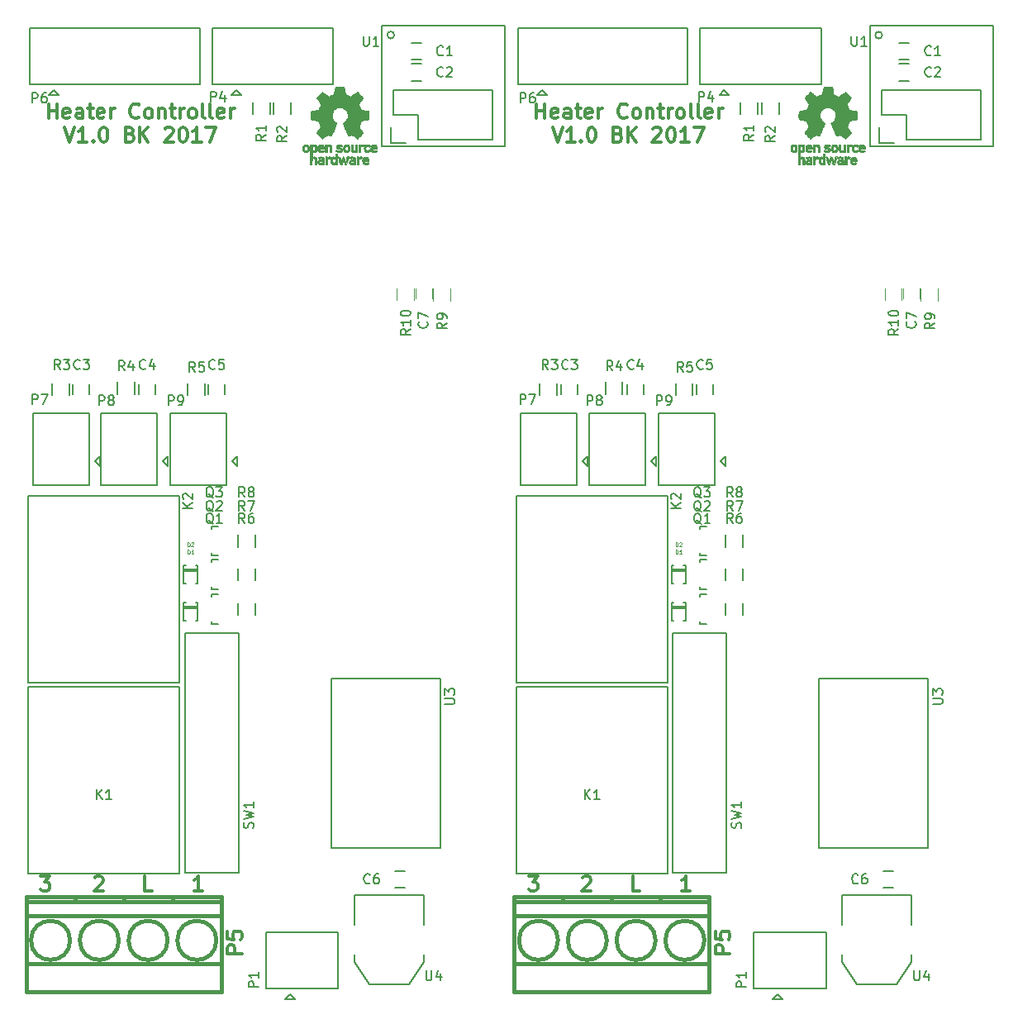
<source format=gto>
G04 #@! TF.FileFunction,Legend,Top*
%FSLAX46Y46*%
G04 Gerber Fmt 4.6, Leading zero omitted, Abs format (unit mm)*
G04 Created by KiCad (PCBNEW 4.0.2-stable) date 12/1/2017 11:51:06 AM*
%MOMM*%
G01*
G04 APERTURE LIST*
%ADD10C,0.100000*%
%ADD11C,0.300000*%
%ADD12C,0.150000*%
%ADD13C,0.381000*%
%ADD14C,0.127000*%
%ADD15C,0.120000*%
%ADD16C,0.010000*%
%ADD17C,0.099060*%
G04 APERTURE END LIST*
D10*
D11*
X138348286Y-130218571D02*
X137634000Y-130218571D01*
X137634000Y-128718571D01*
X132502429Y-128861429D02*
X132573858Y-128790000D01*
X132716715Y-128718571D01*
X133073858Y-128718571D01*
X133216715Y-128790000D01*
X133288144Y-128861429D01*
X133359572Y-129004286D01*
X133359572Y-129147143D01*
X133288144Y-129361429D01*
X132431001Y-130218571D01*
X133359572Y-130218571D01*
X126970001Y-128718571D02*
X127898572Y-128718571D01*
X127398572Y-129290000D01*
X127612858Y-129290000D01*
X127755715Y-129361429D01*
X127827144Y-129432857D01*
X127898572Y-129575714D01*
X127898572Y-129932857D01*
X127827144Y-130075714D01*
X127755715Y-130147143D01*
X127612858Y-130218571D01*
X127184286Y-130218571D01*
X127041429Y-130147143D01*
X126970001Y-130075714D01*
X143519572Y-130218571D02*
X142662429Y-130218571D01*
X143091001Y-130218571D02*
X143091001Y-128718571D01*
X142948144Y-128932857D01*
X142805286Y-129075714D01*
X142662429Y-129147143D01*
X127771430Y-51078571D02*
X127771430Y-49578571D01*
X127771430Y-50292857D02*
X128628573Y-50292857D01*
X128628573Y-51078571D02*
X128628573Y-49578571D01*
X129914287Y-51007143D02*
X129771430Y-51078571D01*
X129485716Y-51078571D01*
X129342859Y-51007143D01*
X129271430Y-50864286D01*
X129271430Y-50292857D01*
X129342859Y-50150000D01*
X129485716Y-50078571D01*
X129771430Y-50078571D01*
X129914287Y-50150000D01*
X129985716Y-50292857D01*
X129985716Y-50435714D01*
X129271430Y-50578571D01*
X131271430Y-51078571D02*
X131271430Y-50292857D01*
X131200001Y-50150000D01*
X131057144Y-50078571D01*
X130771430Y-50078571D01*
X130628573Y-50150000D01*
X131271430Y-51007143D02*
X131128573Y-51078571D01*
X130771430Y-51078571D01*
X130628573Y-51007143D01*
X130557144Y-50864286D01*
X130557144Y-50721429D01*
X130628573Y-50578571D01*
X130771430Y-50507143D01*
X131128573Y-50507143D01*
X131271430Y-50435714D01*
X131771430Y-50078571D02*
X132342859Y-50078571D01*
X131985716Y-49578571D02*
X131985716Y-50864286D01*
X132057144Y-51007143D01*
X132200002Y-51078571D01*
X132342859Y-51078571D01*
X133414287Y-51007143D02*
X133271430Y-51078571D01*
X132985716Y-51078571D01*
X132842859Y-51007143D01*
X132771430Y-50864286D01*
X132771430Y-50292857D01*
X132842859Y-50150000D01*
X132985716Y-50078571D01*
X133271430Y-50078571D01*
X133414287Y-50150000D01*
X133485716Y-50292857D01*
X133485716Y-50435714D01*
X132771430Y-50578571D01*
X134128573Y-51078571D02*
X134128573Y-50078571D01*
X134128573Y-50364286D02*
X134200001Y-50221429D01*
X134271430Y-50150000D01*
X134414287Y-50078571D01*
X134557144Y-50078571D01*
X137057144Y-50935714D02*
X136985715Y-51007143D01*
X136771429Y-51078571D01*
X136628572Y-51078571D01*
X136414287Y-51007143D01*
X136271429Y-50864286D01*
X136200001Y-50721429D01*
X136128572Y-50435714D01*
X136128572Y-50221429D01*
X136200001Y-49935714D01*
X136271429Y-49792857D01*
X136414287Y-49650000D01*
X136628572Y-49578571D01*
X136771429Y-49578571D01*
X136985715Y-49650000D01*
X137057144Y-49721429D01*
X137914287Y-51078571D02*
X137771429Y-51007143D01*
X137700001Y-50935714D01*
X137628572Y-50792857D01*
X137628572Y-50364286D01*
X137700001Y-50221429D01*
X137771429Y-50150000D01*
X137914287Y-50078571D01*
X138128572Y-50078571D01*
X138271429Y-50150000D01*
X138342858Y-50221429D01*
X138414287Y-50364286D01*
X138414287Y-50792857D01*
X138342858Y-50935714D01*
X138271429Y-51007143D01*
X138128572Y-51078571D01*
X137914287Y-51078571D01*
X139057144Y-50078571D02*
X139057144Y-51078571D01*
X139057144Y-50221429D02*
X139128572Y-50150000D01*
X139271430Y-50078571D01*
X139485715Y-50078571D01*
X139628572Y-50150000D01*
X139700001Y-50292857D01*
X139700001Y-51078571D01*
X140200001Y-50078571D02*
X140771430Y-50078571D01*
X140414287Y-49578571D02*
X140414287Y-50864286D01*
X140485715Y-51007143D01*
X140628573Y-51078571D01*
X140771430Y-51078571D01*
X141271430Y-51078571D02*
X141271430Y-50078571D01*
X141271430Y-50364286D02*
X141342858Y-50221429D01*
X141414287Y-50150000D01*
X141557144Y-50078571D01*
X141700001Y-50078571D01*
X142414287Y-51078571D02*
X142271429Y-51007143D01*
X142200001Y-50935714D01*
X142128572Y-50792857D01*
X142128572Y-50364286D01*
X142200001Y-50221429D01*
X142271429Y-50150000D01*
X142414287Y-50078571D01*
X142628572Y-50078571D01*
X142771429Y-50150000D01*
X142842858Y-50221429D01*
X142914287Y-50364286D01*
X142914287Y-50792857D01*
X142842858Y-50935714D01*
X142771429Y-51007143D01*
X142628572Y-51078571D01*
X142414287Y-51078571D01*
X143771430Y-51078571D02*
X143628572Y-51007143D01*
X143557144Y-50864286D01*
X143557144Y-49578571D01*
X144557144Y-51078571D02*
X144414286Y-51007143D01*
X144342858Y-50864286D01*
X144342858Y-49578571D01*
X145700000Y-51007143D02*
X145557143Y-51078571D01*
X145271429Y-51078571D01*
X145128572Y-51007143D01*
X145057143Y-50864286D01*
X145057143Y-50292857D01*
X145128572Y-50150000D01*
X145271429Y-50078571D01*
X145557143Y-50078571D01*
X145700000Y-50150000D01*
X145771429Y-50292857D01*
X145771429Y-50435714D01*
X145057143Y-50578571D01*
X146414286Y-51078571D02*
X146414286Y-50078571D01*
X146414286Y-50364286D02*
X146485714Y-50221429D01*
X146557143Y-50150000D01*
X146700000Y-50078571D01*
X146842857Y-50078571D01*
X129414287Y-51978571D02*
X129914287Y-53478571D01*
X130414287Y-51978571D01*
X131700001Y-53478571D02*
X130842858Y-53478571D01*
X131271430Y-53478571D02*
X131271430Y-51978571D01*
X131128573Y-52192857D01*
X130985715Y-52335714D01*
X130842858Y-52407143D01*
X132342858Y-53335714D02*
X132414286Y-53407143D01*
X132342858Y-53478571D01*
X132271429Y-53407143D01*
X132342858Y-53335714D01*
X132342858Y-53478571D01*
X133342858Y-51978571D02*
X133485715Y-51978571D01*
X133628572Y-52050000D01*
X133700001Y-52121429D01*
X133771430Y-52264286D01*
X133842858Y-52550000D01*
X133842858Y-52907143D01*
X133771430Y-53192857D01*
X133700001Y-53335714D01*
X133628572Y-53407143D01*
X133485715Y-53478571D01*
X133342858Y-53478571D01*
X133200001Y-53407143D01*
X133128572Y-53335714D01*
X133057144Y-53192857D01*
X132985715Y-52907143D01*
X132985715Y-52550000D01*
X133057144Y-52264286D01*
X133128572Y-52121429D01*
X133200001Y-52050000D01*
X133342858Y-51978571D01*
X136128572Y-52692857D02*
X136342858Y-52764286D01*
X136414286Y-52835714D01*
X136485715Y-52978571D01*
X136485715Y-53192857D01*
X136414286Y-53335714D01*
X136342858Y-53407143D01*
X136200000Y-53478571D01*
X135628572Y-53478571D01*
X135628572Y-51978571D01*
X136128572Y-51978571D01*
X136271429Y-52050000D01*
X136342858Y-52121429D01*
X136414286Y-52264286D01*
X136414286Y-52407143D01*
X136342858Y-52550000D01*
X136271429Y-52621429D01*
X136128572Y-52692857D01*
X135628572Y-52692857D01*
X137128572Y-53478571D02*
X137128572Y-51978571D01*
X137985715Y-53478571D02*
X137342858Y-52621429D01*
X137985715Y-51978571D02*
X137128572Y-52835714D01*
X139700000Y-52121429D02*
X139771429Y-52050000D01*
X139914286Y-51978571D01*
X140271429Y-51978571D01*
X140414286Y-52050000D01*
X140485715Y-52121429D01*
X140557143Y-52264286D01*
X140557143Y-52407143D01*
X140485715Y-52621429D01*
X139628572Y-53478571D01*
X140557143Y-53478571D01*
X141485714Y-51978571D02*
X141628571Y-51978571D01*
X141771428Y-52050000D01*
X141842857Y-52121429D01*
X141914286Y-52264286D01*
X141985714Y-52550000D01*
X141985714Y-52907143D01*
X141914286Y-53192857D01*
X141842857Y-53335714D01*
X141771428Y-53407143D01*
X141628571Y-53478571D01*
X141485714Y-53478571D01*
X141342857Y-53407143D01*
X141271428Y-53335714D01*
X141200000Y-53192857D01*
X141128571Y-52907143D01*
X141128571Y-52550000D01*
X141200000Y-52264286D01*
X141271428Y-52121429D01*
X141342857Y-52050000D01*
X141485714Y-51978571D01*
X143414285Y-53478571D02*
X142557142Y-53478571D01*
X142985714Y-53478571D02*
X142985714Y-51978571D01*
X142842857Y-52192857D01*
X142699999Y-52335714D01*
X142557142Y-52407143D01*
X143914285Y-51978571D02*
X144914285Y-51978571D01*
X144271428Y-53478571D01*
X77771430Y-51078571D02*
X77771430Y-49578571D01*
X77771430Y-50292857D02*
X78628573Y-50292857D01*
X78628573Y-51078571D02*
X78628573Y-49578571D01*
X79914287Y-51007143D02*
X79771430Y-51078571D01*
X79485716Y-51078571D01*
X79342859Y-51007143D01*
X79271430Y-50864286D01*
X79271430Y-50292857D01*
X79342859Y-50150000D01*
X79485716Y-50078571D01*
X79771430Y-50078571D01*
X79914287Y-50150000D01*
X79985716Y-50292857D01*
X79985716Y-50435714D01*
X79271430Y-50578571D01*
X81271430Y-51078571D02*
X81271430Y-50292857D01*
X81200001Y-50150000D01*
X81057144Y-50078571D01*
X80771430Y-50078571D01*
X80628573Y-50150000D01*
X81271430Y-51007143D02*
X81128573Y-51078571D01*
X80771430Y-51078571D01*
X80628573Y-51007143D01*
X80557144Y-50864286D01*
X80557144Y-50721429D01*
X80628573Y-50578571D01*
X80771430Y-50507143D01*
X81128573Y-50507143D01*
X81271430Y-50435714D01*
X81771430Y-50078571D02*
X82342859Y-50078571D01*
X81985716Y-49578571D02*
X81985716Y-50864286D01*
X82057144Y-51007143D01*
X82200002Y-51078571D01*
X82342859Y-51078571D01*
X83414287Y-51007143D02*
X83271430Y-51078571D01*
X82985716Y-51078571D01*
X82842859Y-51007143D01*
X82771430Y-50864286D01*
X82771430Y-50292857D01*
X82842859Y-50150000D01*
X82985716Y-50078571D01*
X83271430Y-50078571D01*
X83414287Y-50150000D01*
X83485716Y-50292857D01*
X83485716Y-50435714D01*
X82771430Y-50578571D01*
X84128573Y-51078571D02*
X84128573Y-50078571D01*
X84128573Y-50364286D02*
X84200001Y-50221429D01*
X84271430Y-50150000D01*
X84414287Y-50078571D01*
X84557144Y-50078571D01*
X87057144Y-50935714D02*
X86985715Y-51007143D01*
X86771429Y-51078571D01*
X86628572Y-51078571D01*
X86414287Y-51007143D01*
X86271429Y-50864286D01*
X86200001Y-50721429D01*
X86128572Y-50435714D01*
X86128572Y-50221429D01*
X86200001Y-49935714D01*
X86271429Y-49792857D01*
X86414287Y-49650000D01*
X86628572Y-49578571D01*
X86771429Y-49578571D01*
X86985715Y-49650000D01*
X87057144Y-49721429D01*
X87914287Y-51078571D02*
X87771429Y-51007143D01*
X87700001Y-50935714D01*
X87628572Y-50792857D01*
X87628572Y-50364286D01*
X87700001Y-50221429D01*
X87771429Y-50150000D01*
X87914287Y-50078571D01*
X88128572Y-50078571D01*
X88271429Y-50150000D01*
X88342858Y-50221429D01*
X88414287Y-50364286D01*
X88414287Y-50792857D01*
X88342858Y-50935714D01*
X88271429Y-51007143D01*
X88128572Y-51078571D01*
X87914287Y-51078571D01*
X89057144Y-50078571D02*
X89057144Y-51078571D01*
X89057144Y-50221429D02*
X89128572Y-50150000D01*
X89271430Y-50078571D01*
X89485715Y-50078571D01*
X89628572Y-50150000D01*
X89700001Y-50292857D01*
X89700001Y-51078571D01*
X90200001Y-50078571D02*
X90771430Y-50078571D01*
X90414287Y-49578571D02*
X90414287Y-50864286D01*
X90485715Y-51007143D01*
X90628573Y-51078571D01*
X90771430Y-51078571D01*
X91271430Y-51078571D02*
X91271430Y-50078571D01*
X91271430Y-50364286D02*
X91342858Y-50221429D01*
X91414287Y-50150000D01*
X91557144Y-50078571D01*
X91700001Y-50078571D01*
X92414287Y-51078571D02*
X92271429Y-51007143D01*
X92200001Y-50935714D01*
X92128572Y-50792857D01*
X92128572Y-50364286D01*
X92200001Y-50221429D01*
X92271429Y-50150000D01*
X92414287Y-50078571D01*
X92628572Y-50078571D01*
X92771429Y-50150000D01*
X92842858Y-50221429D01*
X92914287Y-50364286D01*
X92914287Y-50792857D01*
X92842858Y-50935714D01*
X92771429Y-51007143D01*
X92628572Y-51078571D01*
X92414287Y-51078571D01*
X93771430Y-51078571D02*
X93628572Y-51007143D01*
X93557144Y-50864286D01*
X93557144Y-49578571D01*
X94557144Y-51078571D02*
X94414286Y-51007143D01*
X94342858Y-50864286D01*
X94342858Y-49578571D01*
X95700000Y-51007143D02*
X95557143Y-51078571D01*
X95271429Y-51078571D01*
X95128572Y-51007143D01*
X95057143Y-50864286D01*
X95057143Y-50292857D01*
X95128572Y-50150000D01*
X95271429Y-50078571D01*
X95557143Y-50078571D01*
X95700000Y-50150000D01*
X95771429Y-50292857D01*
X95771429Y-50435714D01*
X95057143Y-50578571D01*
X96414286Y-51078571D02*
X96414286Y-50078571D01*
X96414286Y-50364286D02*
X96485714Y-50221429D01*
X96557143Y-50150000D01*
X96700000Y-50078571D01*
X96842857Y-50078571D01*
X79414287Y-51978571D02*
X79914287Y-53478571D01*
X80414287Y-51978571D01*
X81700001Y-53478571D02*
X80842858Y-53478571D01*
X81271430Y-53478571D02*
X81271430Y-51978571D01*
X81128573Y-52192857D01*
X80985715Y-52335714D01*
X80842858Y-52407143D01*
X82342858Y-53335714D02*
X82414286Y-53407143D01*
X82342858Y-53478571D01*
X82271429Y-53407143D01*
X82342858Y-53335714D01*
X82342858Y-53478571D01*
X83342858Y-51978571D02*
X83485715Y-51978571D01*
X83628572Y-52050000D01*
X83700001Y-52121429D01*
X83771430Y-52264286D01*
X83842858Y-52550000D01*
X83842858Y-52907143D01*
X83771430Y-53192857D01*
X83700001Y-53335714D01*
X83628572Y-53407143D01*
X83485715Y-53478571D01*
X83342858Y-53478571D01*
X83200001Y-53407143D01*
X83128572Y-53335714D01*
X83057144Y-53192857D01*
X82985715Y-52907143D01*
X82985715Y-52550000D01*
X83057144Y-52264286D01*
X83128572Y-52121429D01*
X83200001Y-52050000D01*
X83342858Y-51978571D01*
X86128572Y-52692857D02*
X86342858Y-52764286D01*
X86414286Y-52835714D01*
X86485715Y-52978571D01*
X86485715Y-53192857D01*
X86414286Y-53335714D01*
X86342858Y-53407143D01*
X86200000Y-53478571D01*
X85628572Y-53478571D01*
X85628572Y-51978571D01*
X86128572Y-51978571D01*
X86271429Y-52050000D01*
X86342858Y-52121429D01*
X86414286Y-52264286D01*
X86414286Y-52407143D01*
X86342858Y-52550000D01*
X86271429Y-52621429D01*
X86128572Y-52692857D01*
X85628572Y-52692857D01*
X87128572Y-53478571D02*
X87128572Y-51978571D01*
X87985715Y-53478571D02*
X87342858Y-52621429D01*
X87985715Y-51978571D02*
X87128572Y-52835714D01*
X89700000Y-52121429D02*
X89771429Y-52050000D01*
X89914286Y-51978571D01*
X90271429Y-51978571D01*
X90414286Y-52050000D01*
X90485715Y-52121429D01*
X90557143Y-52264286D01*
X90557143Y-52407143D01*
X90485715Y-52621429D01*
X89628572Y-53478571D01*
X90557143Y-53478571D01*
X91485714Y-51978571D02*
X91628571Y-51978571D01*
X91771428Y-52050000D01*
X91842857Y-52121429D01*
X91914286Y-52264286D01*
X91985714Y-52550000D01*
X91985714Y-52907143D01*
X91914286Y-53192857D01*
X91842857Y-53335714D01*
X91771428Y-53407143D01*
X91628571Y-53478571D01*
X91485714Y-53478571D01*
X91342857Y-53407143D01*
X91271428Y-53335714D01*
X91200000Y-53192857D01*
X91128571Y-52907143D01*
X91128571Y-52550000D01*
X91200000Y-52264286D01*
X91271428Y-52121429D01*
X91342857Y-52050000D01*
X91485714Y-51978571D01*
X93414285Y-53478571D02*
X92557142Y-53478571D01*
X92985714Y-53478571D02*
X92985714Y-51978571D01*
X92842857Y-52192857D01*
X92699999Y-52335714D01*
X92557142Y-52407143D01*
X93914285Y-51978571D02*
X94914285Y-51978571D01*
X94271428Y-53478571D01*
X76970001Y-128718571D02*
X77898572Y-128718571D01*
X77398572Y-129290000D01*
X77612858Y-129290000D01*
X77755715Y-129361429D01*
X77827144Y-129432857D01*
X77898572Y-129575714D01*
X77898572Y-129932857D01*
X77827144Y-130075714D01*
X77755715Y-130147143D01*
X77612858Y-130218571D01*
X77184286Y-130218571D01*
X77041429Y-130147143D01*
X76970001Y-130075714D01*
X82502429Y-128861429D02*
X82573858Y-128790000D01*
X82716715Y-128718571D01*
X83073858Y-128718571D01*
X83216715Y-128790000D01*
X83288144Y-128861429D01*
X83359572Y-129004286D01*
X83359572Y-129147143D01*
X83288144Y-129361429D01*
X82431001Y-130218571D01*
X83359572Y-130218571D01*
X88348286Y-130218571D02*
X87634000Y-130218571D01*
X87634000Y-128718571D01*
X93519572Y-130218571D02*
X92662429Y-130218571D01*
X93091001Y-130218571D02*
X93091001Y-128718571D01*
X92948144Y-128932857D01*
X92805286Y-129075714D01*
X92662429Y-129147143D01*
D12*
X164292000Y-128182000D02*
X163292000Y-128182000D01*
X163292000Y-129882000D02*
X164292000Y-129882000D01*
X150039000Y-134429000D02*
X157439000Y-134429000D01*
X150039000Y-140179000D02*
X157439000Y-140179000D01*
X150039000Y-134429000D02*
X150039000Y-140179000D01*
X157439000Y-134429000D02*
X157439000Y-140179000D01*
X151989000Y-141279000D02*
X152989000Y-141279000D01*
X152489000Y-140779000D02*
X152989000Y-141279000D01*
X152489000Y-140779000D02*
X151989000Y-141279000D01*
X166205000Y-133731000D02*
X166205000Y-130683000D01*
X166205000Y-130683000D02*
X159093000Y-130683000D01*
X159093000Y-130683000D02*
X159093000Y-133731000D01*
X166205000Y-136779000D02*
X166205000Y-137541000D01*
X166205000Y-137541000D02*
X164681000Y-139827000D01*
X164681000Y-139827000D02*
X160617000Y-139827000D01*
X160617000Y-139827000D02*
X159093000Y-137541000D01*
X159093000Y-137541000D02*
X159093000Y-136779000D01*
X156718800Y-108419400D02*
X167918800Y-108419400D01*
X156718800Y-125819400D02*
X167918800Y-125819400D01*
X167906800Y-125755400D02*
X167906800Y-108483400D01*
X156730800Y-125755400D02*
X156730800Y-108483400D01*
X147235000Y-103828000D02*
X141735000Y-103828000D01*
X147235000Y-128328000D02*
X141735000Y-128328000D01*
X147235000Y-128328000D02*
X147235000Y-103828000D01*
X141735000Y-128328000D02*
X141735000Y-103828000D01*
D13*
X130471000Y-131282000D02*
X130471000Y-130782000D01*
X129971000Y-135282000D02*
G75*
G03X129971000Y-135282000I-2000000J0D01*
G01*
X134971000Y-135282000D02*
G75*
G03X134971000Y-135282000I-2000000J0D01*
G01*
X135471000Y-131282000D02*
X135471000Y-130782000D01*
X140471000Y-131282000D02*
X140471000Y-130782000D01*
X139971000Y-135282000D02*
G75*
G03X139971000Y-135282000I-2000000J0D01*
G01*
X144971000Y-135282000D02*
G75*
G03X144971000Y-135282000I-2000000J0D01*
G01*
X145471000Y-132782000D02*
X125471000Y-132782000D01*
X145471000Y-137682000D02*
X125471000Y-137682000D01*
X145471000Y-131282000D02*
X125471000Y-131282000D01*
X145471000Y-130782000D02*
X125471000Y-130782000D01*
X125471000Y-130782000D02*
X125471000Y-140582000D01*
X125471000Y-140582000D02*
X145471000Y-140582000D01*
X145471000Y-140582000D02*
X145471000Y-130782000D01*
D12*
X136575000Y-78100000D02*
X136575000Y-79300000D01*
X134825000Y-79300000D02*
X134825000Y-78100000D01*
X126150000Y-88650000D02*
X126150000Y-81250000D01*
X131900000Y-88650000D02*
X131900000Y-81250000D01*
X126150000Y-88650000D02*
X131900000Y-88650000D01*
X126150000Y-81250000D02*
X131900000Y-81250000D01*
X133000000Y-86700000D02*
X133000000Y-85700000D01*
X132500000Y-86200000D02*
X133000000Y-85700000D01*
X132500000Y-86200000D02*
X133000000Y-86700000D01*
X129875000Y-78200000D02*
X129875000Y-79400000D01*
X128125000Y-79400000D02*
X128125000Y-78200000D01*
X130250000Y-78300000D02*
X130250000Y-79300000D01*
X131950000Y-79300000D02*
X131950000Y-78300000D01*
X148919000Y-93761000D02*
X148919000Y-94961000D01*
X147169000Y-94961000D02*
X147169000Y-93761000D01*
X148919000Y-97190000D02*
X148919000Y-98390000D01*
X147169000Y-98390000D02*
X147169000Y-97190000D01*
X148919000Y-100746000D02*
X148919000Y-101946000D01*
X147169000Y-101946000D02*
X147169000Y-100746000D01*
X144472760Y-96490840D02*
X144472760Y-96539100D01*
X145173800Y-99289820D02*
X144472760Y-99289820D01*
X144472760Y-99289820D02*
X144472760Y-99040900D01*
X144472760Y-96490840D02*
X144472760Y-96290180D01*
X144472760Y-96290180D02*
X145173800Y-96290180D01*
X144472760Y-100046840D02*
X144472760Y-100095100D01*
X145173800Y-102845820D02*
X144472760Y-102845820D01*
X144472760Y-102845820D02*
X144472760Y-102596900D01*
X144472760Y-100046840D02*
X144472760Y-99846180D01*
X144472760Y-99846180D02*
X145173800Y-99846180D01*
D14*
X141629000Y-101100000D02*
X143029000Y-101100000D01*
X141629000Y-101300000D02*
X142929000Y-101300000D01*
X142929000Y-101300000D02*
X143029000Y-101300000D01*
X141629000Y-101200000D02*
X143029000Y-101200000D01*
X143029000Y-102500000D02*
X142829000Y-102500000D01*
X141629000Y-102500000D02*
X141829000Y-102500000D01*
X141629000Y-100700000D02*
X141829000Y-100700000D01*
X143029000Y-100700000D02*
X142829000Y-100700000D01*
X141627960Y-100700840D02*
X141627960Y-102499160D01*
X143030040Y-102499160D02*
X143030040Y-100700840D01*
D12*
X144472760Y-93061840D02*
X144472760Y-93110100D01*
X145173800Y-95860820D02*
X144472760Y-95860820D01*
X144472760Y-95860820D02*
X144472760Y-95611900D01*
X144472760Y-93061840D02*
X144472760Y-92861180D01*
X144472760Y-92861180D02*
X145173800Y-92861180D01*
X125689000Y-109322000D02*
X125689000Y-128422000D01*
X141189000Y-109322000D02*
X141189000Y-128422000D01*
X141189000Y-128422000D02*
X125689000Y-128422000D01*
X141189000Y-109322000D02*
X125689000Y-109322000D01*
X141189000Y-108864000D02*
X141189000Y-89764000D01*
X125689000Y-108864000D02*
X125689000Y-89764000D01*
X125689000Y-89764000D02*
X141189000Y-89764000D01*
X125689000Y-108864000D02*
X141189000Y-108864000D01*
D14*
X141629000Y-97290000D02*
X143029000Y-97290000D01*
X141629000Y-97490000D02*
X142929000Y-97490000D01*
X142929000Y-97490000D02*
X143029000Y-97490000D01*
X141629000Y-97390000D02*
X143029000Y-97390000D01*
X143029000Y-98690000D02*
X142829000Y-98690000D01*
X141629000Y-98690000D02*
X141829000Y-98690000D01*
X141629000Y-96890000D02*
X141829000Y-96890000D01*
X143029000Y-96890000D02*
X142829000Y-96890000D01*
X141627960Y-96890840D02*
X141627960Y-98689160D01*
X143030040Y-98689160D02*
X143030040Y-96890840D01*
D15*
X167153800Y-69728600D02*
X167153800Y-68528600D01*
X168913800Y-68528600D02*
X168913800Y-69728600D01*
X165355000Y-68527800D02*
X165355000Y-69527800D01*
X167055000Y-69527800D02*
X167055000Y-68527800D01*
X163445400Y-69672800D02*
X163445400Y-68472800D01*
X165205400Y-68472800D02*
X165205400Y-69672800D01*
D12*
X143775000Y-78200000D02*
X143775000Y-79400000D01*
X142025000Y-79400000D02*
X142025000Y-78200000D01*
X137050000Y-78300000D02*
X137050000Y-79300000D01*
X138750000Y-79300000D02*
X138750000Y-78300000D01*
X144150000Y-78300000D02*
X144150000Y-79300000D01*
X145850000Y-79300000D02*
X145850000Y-78300000D01*
X140250000Y-88650000D02*
X140250000Y-81250000D01*
X146000000Y-88650000D02*
X146000000Y-81250000D01*
X140250000Y-88650000D02*
X146000000Y-88650000D01*
X140250000Y-81250000D02*
X146000000Y-81250000D01*
X147100000Y-86700000D02*
X147100000Y-85700000D01*
X146600000Y-86200000D02*
X147100000Y-85700000D01*
X146600000Y-86200000D02*
X147100000Y-86700000D01*
X133150000Y-88650000D02*
X133150000Y-81250000D01*
X138900000Y-88650000D02*
X138900000Y-81250000D01*
X133150000Y-88650000D02*
X138900000Y-88650000D01*
X133150000Y-81250000D02*
X138900000Y-81250000D01*
X140000000Y-86700000D02*
X140000000Y-85700000D01*
X139500000Y-86200000D02*
X140000000Y-85700000D01*
X139500000Y-86200000D02*
X140000000Y-86700000D01*
D16*
G36*
X155063360Y-53752468D02*
X155098592Y-53769874D01*
X155142040Y-53800206D01*
X155173706Y-53833283D01*
X155195394Y-53874817D01*
X155208903Y-53930522D01*
X155216038Y-54006111D01*
X155218600Y-54107296D01*
X155218750Y-54150797D01*
X155218312Y-54246135D01*
X155216496Y-54314271D01*
X155212545Y-54361418D01*
X155205702Y-54393790D01*
X155195211Y-54417600D01*
X155184296Y-54433843D01*
X155114619Y-54502952D01*
X155032566Y-54544521D01*
X154944050Y-54557023D01*
X154854981Y-54538934D01*
X154826763Y-54526142D01*
X154759210Y-54490931D01*
X154759210Y-55042700D01*
X154808512Y-55017205D01*
X154873473Y-54997480D01*
X154953320Y-54992427D01*
X155033052Y-55001756D01*
X155093265Y-55022714D01*
X155143208Y-55062627D01*
X155185881Y-55119741D01*
X155189090Y-55125605D01*
X155202622Y-55153227D01*
X155212505Y-55181068D01*
X155219309Y-55214794D01*
X155223601Y-55260071D01*
X155225951Y-55322562D01*
X155226928Y-55407935D01*
X155227105Y-55504010D01*
X155227105Y-55810526D01*
X155043289Y-55810526D01*
X155043289Y-55245339D01*
X154991875Y-55202077D01*
X154938466Y-55167472D01*
X154887888Y-55161180D01*
X154837030Y-55177372D01*
X154809925Y-55193227D01*
X154789751Y-55215810D01*
X154775403Y-55249940D01*
X154765776Y-55300434D01*
X154759763Y-55372111D01*
X154756260Y-55469788D01*
X154755026Y-55534802D01*
X154750855Y-55802171D01*
X154663125Y-55807222D01*
X154575394Y-55812273D01*
X154575394Y-54153101D01*
X154759210Y-54153101D01*
X154763896Y-54245600D01*
X154779688Y-54309809D01*
X154809183Y-54349759D01*
X154854980Y-54369480D01*
X154901250Y-54373421D01*
X154953628Y-54368892D01*
X154988390Y-54351069D01*
X155010128Y-54327519D01*
X155027240Y-54302189D01*
X155037427Y-54273969D01*
X155041960Y-54234431D01*
X155042109Y-54175142D01*
X155040584Y-54125498D01*
X155037081Y-54050710D01*
X155031867Y-54001611D01*
X155023087Y-53970467D01*
X155008886Y-53949545D01*
X154995484Y-53937452D01*
X154939487Y-53911081D01*
X154873211Y-53906822D01*
X154835156Y-53915906D01*
X154797477Y-53948196D01*
X154772519Y-54011006D01*
X154760422Y-54103894D01*
X154759210Y-54153101D01*
X154575394Y-54153101D01*
X154575394Y-53738421D01*
X154667302Y-53738421D01*
X154722483Y-53740603D01*
X154750952Y-53748351D01*
X154759206Y-53763468D01*
X154759210Y-53763916D01*
X154763040Y-53778720D01*
X154779933Y-53777039D01*
X154813519Y-53760772D01*
X154891778Y-53735887D01*
X154979827Y-53733271D01*
X155063360Y-53752468D01*
X155063360Y-53752468D01*
G37*
X155063360Y-53752468D02*
X155098592Y-53769874D01*
X155142040Y-53800206D01*
X155173706Y-53833283D01*
X155195394Y-53874817D01*
X155208903Y-53930522D01*
X155216038Y-54006111D01*
X155218600Y-54107296D01*
X155218750Y-54150797D01*
X155218312Y-54246135D01*
X155216496Y-54314271D01*
X155212545Y-54361418D01*
X155205702Y-54393790D01*
X155195211Y-54417600D01*
X155184296Y-54433843D01*
X155114619Y-54502952D01*
X155032566Y-54544521D01*
X154944050Y-54557023D01*
X154854981Y-54538934D01*
X154826763Y-54526142D01*
X154759210Y-54490931D01*
X154759210Y-55042700D01*
X154808512Y-55017205D01*
X154873473Y-54997480D01*
X154953320Y-54992427D01*
X155033052Y-55001756D01*
X155093265Y-55022714D01*
X155143208Y-55062627D01*
X155185881Y-55119741D01*
X155189090Y-55125605D01*
X155202622Y-55153227D01*
X155212505Y-55181068D01*
X155219309Y-55214794D01*
X155223601Y-55260071D01*
X155225951Y-55322562D01*
X155226928Y-55407935D01*
X155227105Y-55504010D01*
X155227105Y-55810526D01*
X155043289Y-55810526D01*
X155043289Y-55245339D01*
X154991875Y-55202077D01*
X154938466Y-55167472D01*
X154887888Y-55161180D01*
X154837030Y-55177372D01*
X154809925Y-55193227D01*
X154789751Y-55215810D01*
X154775403Y-55249940D01*
X154765776Y-55300434D01*
X154759763Y-55372111D01*
X154756260Y-55469788D01*
X154755026Y-55534802D01*
X154750855Y-55802171D01*
X154663125Y-55807222D01*
X154575394Y-55812273D01*
X154575394Y-54153101D01*
X154759210Y-54153101D01*
X154763896Y-54245600D01*
X154779688Y-54309809D01*
X154809183Y-54349759D01*
X154854980Y-54369480D01*
X154901250Y-54373421D01*
X154953628Y-54368892D01*
X154988390Y-54351069D01*
X155010128Y-54327519D01*
X155027240Y-54302189D01*
X155037427Y-54273969D01*
X155041960Y-54234431D01*
X155042109Y-54175142D01*
X155040584Y-54125498D01*
X155037081Y-54050710D01*
X155031867Y-54001611D01*
X155023087Y-53970467D01*
X155008886Y-53949545D01*
X154995484Y-53937452D01*
X154939487Y-53911081D01*
X154873211Y-53906822D01*
X154835156Y-53915906D01*
X154797477Y-53948196D01*
X154772519Y-54011006D01*
X154760422Y-54103894D01*
X154759210Y-54153101D01*
X154575394Y-54153101D01*
X154575394Y-53738421D01*
X154667302Y-53738421D01*
X154722483Y-53740603D01*
X154750952Y-53748351D01*
X154759206Y-53763468D01*
X154759210Y-53763916D01*
X154763040Y-53778720D01*
X154779933Y-53777039D01*
X154813519Y-53760772D01*
X154891778Y-53735887D01*
X154979827Y-53733271D01*
X155063360Y-53752468D01*
G36*
X155760457Y-54998184D02*
X155839070Y-55019160D01*
X155898916Y-55057180D01*
X155941147Y-55106978D01*
X155954275Y-55128230D01*
X155963968Y-55150492D01*
X155970744Y-55178970D01*
X155975123Y-55218871D01*
X155977624Y-55275401D01*
X155978768Y-55353767D01*
X155979072Y-55459176D01*
X155979078Y-55487142D01*
X155979078Y-55810526D01*
X155898868Y-55810526D01*
X155847706Y-55806943D01*
X155809877Y-55797866D01*
X155800399Y-55792268D01*
X155774488Y-55782606D01*
X155748024Y-55792268D01*
X155704452Y-55804330D01*
X155641160Y-55809185D01*
X155571010Y-55807078D01*
X155506860Y-55798256D01*
X155469407Y-55786937D01*
X155396933Y-55740412D01*
X155351640Y-55675846D01*
X155331278Y-55590000D01*
X155331088Y-55587796D01*
X155332875Y-55549713D01*
X155494473Y-55549713D01*
X155508601Y-55593030D01*
X155531612Y-55617408D01*
X155577804Y-55635845D01*
X155638775Y-55643205D01*
X155700949Y-55639583D01*
X155750751Y-55625074D01*
X155764703Y-55615765D01*
X155789085Y-55572753D01*
X155795263Y-55523857D01*
X155795263Y-55459605D01*
X155702818Y-55459605D01*
X155614995Y-55466366D01*
X155548418Y-55485520D01*
X155507002Y-55515376D01*
X155494473Y-55549713D01*
X155332875Y-55549713D01*
X155335490Y-55494004D01*
X155366424Y-55419847D01*
X155424581Y-55363767D01*
X155432620Y-55358665D01*
X155467163Y-55342055D01*
X155509918Y-55331996D01*
X155569686Y-55327107D01*
X155640690Y-55325983D01*
X155795263Y-55325921D01*
X155795263Y-55261125D01*
X155788706Y-55210850D01*
X155771975Y-55177169D01*
X155770016Y-55175376D01*
X155732783Y-55160642D01*
X155676580Y-55154931D01*
X155614467Y-55157737D01*
X155559510Y-55168556D01*
X155526899Y-55184782D01*
X155509228Y-55197780D01*
X155490569Y-55200262D01*
X155464819Y-55189613D01*
X155425873Y-55163218D01*
X155367630Y-55118465D01*
X155362284Y-55114273D01*
X155365023Y-55098760D01*
X155387876Y-55072960D01*
X155422609Y-55044289D01*
X155460990Y-55020166D01*
X155473048Y-55014470D01*
X155517034Y-55003103D01*
X155581487Y-54994995D01*
X155653497Y-54991743D01*
X155656864Y-54991736D01*
X155760457Y-54998184D01*
X155760457Y-54998184D01*
G37*
X155760457Y-54998184D02*
X155839070Y-55019160D01*
X155898916Y-55057180D01*
X155941147Y-55106978D01*
X155954275Y-55128230D01*
X155963968Y-55150492D01*
X155970744Y-55178970D01*
X155975123Y-55218871D01*
X155977624Y-55275401D01*
X155978768Y-55353767D01*
X155979072Y-55459176D01*
X155979078Y-55487142D01*
X155979078Y-55810526D01*
X155898868Y-55810526D01*
X155847706Y-55806943D01*
X155809877Y-55797866D01*
X155800399Y-55792268D01*
X155774488Y-55782606D01*
X155748024Y-55792268D01*
X155704452Y-55804330D01*
X155641160Y-55809185D01*
X155571010Y-55807078D01*
X155506860Y-55798256D01*
X155469407Y-55786937D01*
X155396933Y-55740412D01*
X155351640Y-55675846D01*
X155331278Y-55590000D01*
X155331088Y-55587796D01*
X155332875Y-55549713D01*
X155494473Y-55549713D01*
X155508601Y-55593030D01*
X155531612Y-55617408D01*
X155577804Y-55635845D01*
X155638775Y-55643205D01*
X155700949Y-55639583D01*
X155750751Y-55625074D01*
X155764703Y-55615765D01*
X155789085Y-55572753D01*
X155795263Y-55523857D01*
X155795263Y-55459605D01*
X155702818Y-55459605D01*
X155614995Y-55466366D01*
X155548418Y-55485520D01*
X155507002Y-55515376D01*
X155494473Y-55549713D01*
X155332875Y-55549713D01*
X155335490Y-55494004D01*
X155366424Y-55419847D01*
X155424581Y-55363767D01*
X155432620Y-55358665D01*
X155467163Y-55342055D01*
X155509918Y-55331996D01*
X155569686Y-55327107D01*
X155640690Y-55325983D01*
X155795263Y-55325921D01*
X155795263Y-55261125D01*
X155788706Y-55210850D01*
X155771975Y-55177169D01*
X155770016Y-55175376D01*
X155732783Y-55160642D01*
X155676580Y-55154931D01*
X155614467Y-55157737D01*
X155559510Y-55168556D01*
X155526899Y-55184782D01*
X155509228Y-55197780D01*
X155490569Y-55200262D01*
X155464819Y-55189613D01*
X155425873Y-55163218D01*
X155367630Y-55118465D01*
X155362284Y-55114273D01*
X155365023Y-55098760D01*
X155387876Y-55072960D01*
X155422609Y-55044289D01*
X155460990Y-55020166D01*
X155473048Y-55014470D01*
X155517034Y-55003103D01*
X155581487Y-54994995D01*
X155653497Y-54991743D01*
X155656864Y-54991736D01*
X155760457Y-54998184D01*
G36*
X156279881Y-54993486D02*
X156304888Y-55000982D01*
X156312950Y-55017451D01*
X156313289Y-55024886D01*
X156314736Y-55045594D01*
X156324698Y-55048845D01*
X156351612Y-55034648D01*
X156367598Y-55024948D01*
X156418033Y-55004175D01*
X156478272Y-54993904D01*
X156541434Y-54993114D01*
X156600637Y-55000786D01*
X156649002Y-55015898D01*
X156679646Y-55037432D01*
X156685689Y-55064366D01*
X156682639Y-55071660D01*
X156660406Y-55101937D01*
X156625930Y-55139175D01*
X156619694Y-55145195D01*
X156586833Y-55172875D01*
X156558480Y-55181818D01*
X156518827Y-55175576D01*
X156502942Y-55171429D01*
X156453509Y-55161467D01*
X156418752Y-55165947D01*
X156389400Y-55181746D01*
X156362513Y-55202949D01*
X156342710Y-55229614D01*
X156328948Y-55266827D01*
X156320184Y-55319673D01*
X156315374Y-55393237D01*
X156313474Y-55492605D01*
X156313289Y-55552601D01*
X156313289Y-55810526D01*
X156146184Y-55810526D01*
X156146184Y-54991710D01*
X156229736Y-54991710D01*
X156279881Y-54993486D01*
X156279881Y-54993486D01*
G37*
X156279881Y-54993486D02*
X156304888Y-55000982D01*
X156312950Y-55017451D01*
X156313289Y-55024886D01*
X156314736Y-55045594D01*
X156324698Y-55048845D01*
X156351612Y-55034648D01*
X156367598Y-55024948D01*
X156418033Y-55004175D01*
X156478272Y-54993904D01*
X156541434Y-54993114D01*
X156600637Y-55000786D01*
X156649002Y-55015898D01*
X156679646Y-55037432D01*
X156685689Y-55064366D01*
X156682639Y-55071660D01*
X156660406Y-55101937D01*
X156625930Y-55139175D01*
X156619694Y-55145195D01*
X156586833Y-55172875D01*
X156558480Y-55181818D01*
X156518827Y-55175576D01*
X156502942Y-55171429D01*
X156453509Y-55161467D01*
X156418752Y-55165947D01*
X156389400Y-55181746D01*
X156362513Y-55202949D01*
X156342710Y-55229614D01*
X156328948Y-55266827D01*
X156320184Y-55319673D01*
X156315374Y-55393237D01*
X156313474Y-55492605D01*
X156313289Y-55552601D01*
X156313289Y-55810526D01*
X156146184Y-55810526D01*
X156146184Y-54991710D01*
X156229736Y-54991710D01*
X156279881Y-54993486D01*
G36*
X157332631Y-55810526D02*
X157240723Y-55810526D01*
X157187377Y-55808962D01*
X157159593Y-55802485D01*
X157149590Y-55788418D01*
X157148815Y-55778906D01*
X157147128Y-55759832D01*
X157136490Y-55756174D01*
X157108535Y-55767932D01*
X157086795Y-55778906D01*
X157003332Y-55804911D01*
X156912604Y-55806416D01*
X156838842Y-55787021D01*
X156770154Y-55740165D01*
X156717794Y-55671004D01*
X156689122Y-55589427D01*
X156688392Y-55584866D01*
X156684132Y-55535101D01*
X156682014Y-55463659D01*
X156682184Y-55409626D01*
X156864720Y-55409626D01*
X156868949Y-55481441D01*
X156878568Y-55540634D01*
X156891590Y-55574060D01*
X156940856Y-55619740D01*
X156999350Y-55636115D01*
X157059671Y-55622873D01*
X157111217Y-55583373D01*
X157130738Y-55556807D01*
X157142152Y-55525106D01*
X157147498Y-55478832D01*
X157148815Y-55409328D01*
X157146458Y-55340499D01*
X157140233Y-55280026D01*
X157131408Y-55239556D01*
X157129937Y-55235929D01*
X157094347Y-55192802D01*
X157042400Y-55169124D01*
X156984278Y-55165301D01*
X156930160Y-55181738D01*
X156890226Y-55218840D01*
X156886083Y-55226222D01*
X156873116Y-55271239D01*
X156866052Y-55335967D01*
X156864720Y-55409626D01*
X156682184Y-55409626D01*
X156682271Y-55382230D01*
X156683472Y-55338405D01*
X156691645Y-55229988D01*
X156708630Y-55148588D01*
X156736887Y-55088412D01*
X156778872Y-55043666D01*
X156819632Y-55017400D01*
X156876581Y-54998935D01*
X156947411Y-54992602D01*
X157019941Y-54997760D01*
X157081986Y-55013769D01*
X157114768Y-55032920D01*
X157148815Y-55063732D01*
X157148815Y-54674210D01*
X157332631Y-54674210D01*
X157332631Y-55810526D01*
X157332631Y-55810526D01*
G37*
X157332631Y-55810526D02*
X157240723Y-55810526D01*
X157187377Y-55808962D01*
X157159593Y-55802485D01*
X157149590Y-55788418D01*
X157148815Y-55778906D01*
X157147128Y-55759832D01*
X157136490Y-55756174D01*
X157108535Y-55767932D01*
X157086795Y-55778906D01*
X157003332Y-55804911D01*
X156912604Y-55806416D01*
X156838842Y-55787021D01*
X156770154Y-55740165D01*
X156717794Y-55671004D01*
X156689122Y-55589427D01*
X156688392Y-55584866D01*
X156684132Y-55535101D01*
X156682014Y-55463659D01*
X156682184Y-55409626D01*
X156864720Y-55409626D01*
X156868949Y-55481441D01*
X156878568Y-55540634D01*
X156891590Y-55574060D01*
X156940856Y-55619740D01*
X156999350Y-55636115D01*
X157059671Y-55622873D01*
X157111217Y-55583373D01*
X157130738Y-55556807D01*
X157142152Y-55525106D01*
X157147498Y-55478832D01*
X157148815Y-55409328D01*
X157146458Y-55340499D01*
X157140233Y-55280026D01*
X157131408Y-55239556D01*
X157129937Y-55235929D01*
X157094347Y-55192802D01*
X157042400Y-55169124D01*
X156984278Y-55165301D01*
X156930160Y-55181738D01*
X156890226Y-55218840D01*
X156886083Y-55226222D01*
X156873116Y-55271239D01*
X156866052Y-55335967D01*
X156864720Y-55409626D01*
X156682184Y-55409626D01*
X156682271Y-55382230D01*
X156683472Y-55338405D01*
X156691645Y-55229988D01*
X156708630Y-55148588D01*
X156736887Y-55088412D01*
X156778872Y-55043666D01*
X156819632Y-55017400D01*
X156876581Y-54998935D01*
X156947411Y-54992602D01*
X157019941Y-54997760D01*
X157081986Y-55013769D01*
X157114768Y-55032920D01*
X157148815Y-55063732D01*
X157148815Y-54674210D01*
X157332631Y-54674210D01*
X157332631Y-55810526D01*
G36*
X157974130Y-54995104D02*
X158040220Y-55000066D01*
X158126626Y-55259079D01*
X158213031Y-55518092D01*
X158240124Y-55426184D01*
X158256428Y-55369384D01*
X158277875Y-55292625D01*
X158301035Y-55208251D01*
X158313280Y-55162993D01*
X158359344Y-54991710D01*
X158549387Y-54991710D01*
X158492582Y-55171349D01*
X158464607Y-55259704D01*
X158430813Y-55366281D01*
X158395520Y-55477454D01*
X158364013Y-55576579D01*
X158292250Y-55802171D01*
X158137286Y-55812253D01*
X158095270Y-55673528D01*
X158069359Y-55587351D01*
X158041083Y-55492347D01*
X158016369Y-55408441D01*
X158015394Y-55405102D01*
X157996935Y-55348248D01*
X157980649Y-55309456D01*
X157969242Y-55294787D01*
X157966898Y-55296483D01*
X157958671Y-55319225D01*
X157943038Y-55367940D01*
X157921904Y-55436502D01*
X157897170Y-55518785D01*
X157883787Y-55564046D01*
X157811311Y-55810526D01*
X157657495Y-55810526D01*
X157534531Y-55422006D01*
X157499988Y-55313022D01*
X157468521Y-55214048D01*
X157441616Y-55129736D01*
X157420759Y-55064734D01*
X157407438Y-55023692D01*
X157403388Y-55011701D01*
X157406594Y-54999423D01*
X157431765Y-54994046D01*
X157484146Y-54994584D01*
X157492345Y-54994990D01*
X157589482Y-55000066D01*
X157653100Y-55234013D01*
X157676484Y-55319333D01*
X157697381Y-55394335D01*
X157713951Y-55452507D01*
X157724354Y-55487337D01*
X157726276Y-55493016D01*
X157734241Y-55486486D01*
X157750304Y-55452654D01*
X157772621Y-55396127D01*
X157799345Y-55321510D01*
X157821937Y-55254107D01*
X157908041Y-54990143D01*
X157974130Y-54995104D01*
X157974130Y-54995104D01*
G37*
X157974130Y-54995104D02*
X158040220Y-55000066D01*
X158126626Y-55259079D01*
X158213031Y-55518092D01*
X158240124Y-55426184D01*
X158256428Y-55369384D01*
X158277875Y-55292625D01*
X158301035Y-55208251D01*
X158313280Y-55162993D01*
X158359344Y-54991710D01*
X158549387Y-54991710D01*
X158492582Y-55171349D01*
X158464607Y-55259704D01*
X158430813Y-55366281D01*
X158395520Y-55477454D01*
X158364013Y-55576579D01*
X158292250Y-55802171D01*
X158137286Y-55812253D01*
X158095270Y-55673528D01*
X158069359Y-55587351D01*
X158041083Y-55492347D01*
X158016369Y-55408441D01*
X158015394Y-55405102D01*
X157996935Y-55348248D01*
X157980649Y-55309456D01*
X157969242Y-55294787D01*
X157966898Y-55296483D01*
X157958671Y-55319225D01*
X157943038Y-55367940D01*
X157921904Y-55436502D01*
X157897170Y-55518785D01*
X157883787Y-55564046D01*
X157811311Y-55810526D01*
X157657495Y-55810526D01*
X157534531Y-55422006D01*
X157499988Y-55313022D01*
X157468521Y-55214048D01*
X157441616Y-55129736D01*
X157420759Y-55064734D01*
X157407438Y-55023692D01*
X157403388Y-55011701D01*
X157406594Y-54999423D01*
X157431765Y-54994046D01*
X157484146Y-54994584D01*
X157492345Y-54994990D01*
X157589482Y-55000066D01*
X157653100Y-55234013D01*
X157676484Y-55319333D01*
X157697381Y-55394335D01*
X157713951Y-55452507D01*
X157724354Y-55487337D01*
X157726276Y-55493016D01*
X157734241Y-55486486D01*
X157750304Y-55452654D01*
X157772621Y-55396127D01*
X157799345Y-55321510D01*
X157821937Y-55254107D01*
X157908041Y-54990143D01*
X157974130Y-54995104D01*
G36*
X158979992Y-54996673D02*
X159050427Y-55013780D01*
X159070787Y-55022844D01*
X159110253Y-55046583D01*
X159140541Y-55073321D01*
X159162952Y-55107699D01*
X159178786Y-55154360D01*
X159189343Y-55217946D01*
X159195924Y-55303099D01*
X159199828Y-55414462D01*
X159201310Y-55488849D01*
X159206765Y-55810526D01*
X159113580Y-55810526D01*
X159057047Y-55808156D01*
X159027922Y-55800055D01*
X159020394Y-55786451D01*
X159016420Y-55771741D01*
X158998652Y-55774554D01*
X158974440Y-55786348D01*
X158913828Y-55804427D01*
X158835929Y-55809299D01*
X158753995Y-55801330D01*
X158681281Y-55780889D01*
X158674759Y-55778051D01*
X158608302Y-55731365D01*
X158564491Y-55666464D01*
X158544332Y-55590600D01*
X158545872Y-55563344D01*
X158710345Y-55563344D01*
X158724837Y-55600024D01*
X158767805Y-55626309D01*
X158837129Y-55640417D01*
X158874177Y-55642290D01*
X158935919Y-55637494D01*
X158976960Y-55618858D01*
X158986973Y-55610000D01*
X159014100Y-55561806D01*
X159020394Y-55518092D01*
X159020394Y-55459605D01*
X158938930Y-55459605D01*
X158844234Y-55464432D01*
X158777813Y-55479613D01*
X158735846Y-55506200D01*
X158726449Y-55518052D01*
X158710345Y-55563344D01*
X158545872Y-55563344D01*
X158548829Y-55511026D01*
X158578985Y-55434995D01*
X158620131Y-55383612D01*
X158645052Y-55361397D01*
X158669448Y-55346798D01*
X158701191Y-55337897D01*
X158748152Y-55332775D01*
X158818204Y-55329515D01*
X158845990Y-55328577D01*
X159020394Y-55322879D01*
X159020138Y-55270091D01*
X159013384Y-55214603D01*
X158988964Y-55181052D01*
X158939630Y-55159618D01*
X158938306Y-55159236D01*
X158868360Y-55150808D01*
X158799914Y-55161816D01*
X158749047Y-55188585D01*
X158728637Y-55201803D01*
X158706654Y-55199974D01*
X158672826Y-55180824D01*
X158652961Y-55167308D01*
X158614106Y-55138432D01*
X158590038Y-55116786D01*
X158586176Y-55110589D01*
X158602079Y-55078519D01*
X158649065Y-55040219D01*
X158669473Y-55027297D01*
X158728143Y-55005041D01*
X158807212Y-54992432D01*
X158895041Y-54989600D01*
X158979992Y-54996673D01*
X158979992Y-54996673D01*
G37*
X158979992Y-54996673D02*
X159050427Y-55013780D01*
X159070787Y-55022844D01*
X159110253Y-55046583D01*
X159140541Y-55073321D01*
X159162952Y-55107699D01*
X159178786Y-55154360D01*
X159189343Y-55217946D01*
X159195924Y-55303099D01*
X159199828Y-55414462D01*
X159201310Y-55488849D01*
X159206765Y-55810526D01*
X159113580Y-55810526D01*
X159057047Y-55808156D01*
X159027922Y-55800055D01*
X159020394Y-55786451D01*
X159016420Y-55771741D01*
X158998652Y-55774554D01*
X158974440Y-55786348D01*
X158913828Y-55804427D01*
X158835929Y-55809299D01*
X158753995Y-55801330D01*
X158681281Y-55780889D01*
X158674759Y-55778051D01*
X158608302Y-55731365D01*
X158564491Y-55666464D01*
X158544332Y-55590600D01*
X158545872Y-55563344D01*
X158710345Y-55563344D01*
X158724837Y-55600024D01*
X158767805Y-55626309D01*
X158837129Y-55640417D01*
X158874177Y-55642290D01*
X158935919Y-55637494D01*
X158976960Y-55618858D01*
X158986973Y-55610000D01*
X159014100Y-55561806D01*
X159020394Y-55518092D01*
X159020394Y-55459605D01*
X158938930Y-55459605D01*
X158844234Y-55464432D01*
X158777813Y-55479613D01*
X158735846Y-55506200D01*
X158726449Y-55518052D01*
X158710345Y-55563344D01*
X158545872Y-55563344D01*
X158548829Y-55511026D01*
X158578985Y-55434995D01*
X158620131Y-55383612D01*
X158645052Y-55361397D01*
X158669448Y-55346798D01*
X158701191Y-55337897D01*
X158748152Y-55332775D01*
X158818204Y-55329515D01*
X158845990Y-55328577D01*
X159020394Y-55322879D01*
X159020138Y-55270091D01*
X159013384Y-55214603D01*
X158988964Y-55181052D01*
X158939630Y-55159618D01*
X158938306Y-55159236D01*
X158868360Y-55150808D01*
X158799914Y-55161816D01*
X158749047Y-55188585D01*
X158728637Y-55201803D01*
X158706654Y-55199974D01*
X158672826Y-55180824D01*
X158652961Y-55167308D01*
X158614106Y-55138432D01*
X158590038Y-55116786D01*
X158586176Y-55110589D01*
X158602079Y-55078519D01*
X158649065Y-55040219D01*
X158669473Y-55027297D01*
X158728143Y-55005041D01*
X158807212Y-54992432D01*
X158895041Y-54989600D01*
X158979992Y-54996673D01*
G36*
X159773167Y-54991447D02*
X159837408Y-55004112D01*
X159873980Y-55022864D01*
X159912453Y-55054017D01*
X159857717Y-55123127D01*
X159823969Y-55164979D01*
X159801053Y-55185398D01*
X159778279Y-55188517D01*
X159744956Y-55178472D01*
X159729314Y-55172789D01*
X159665542Y-55164404D01*
X159607140Y-55182378D01*
X159564264Y-55222982D01*
X159557299Y-55235929D01*
X159549713Y-55270224D01*
X159543859Y-55333427D01*
X159540011Y-55421060D01*
X159538443Y-55528640D01*
X159538421Y-55543944D01*
X159538421Y-55810526D01*
X159354605Y-55810526D01*
X159354605Y-54991710D01*
X159446513Y-54991710D01*
X159499507Y-54993094D01*
X159527115Y-54999252D01*
X159537324Y-55013194D01*
X159538421Y-55026344D01*
X159538421Y-55060978D01*
X159582450Y-55026344D01*
X159632937Y-55002716D01*
X159700760Y-54991033D01*
X159773167Y-54991447D01*
X159773167Y-54991447D01*
G37*
X159773167Y-54991447D02*
X159837408Y-55004112D01*
X159873980Y-55022864D01*
X159912453Y-55054017D01*
X159857717Y-55123127D01*
X159823969Y-55164979D01*
X159801053Y-55185398D01*
X159778279Y-55188517D01*
X159744956Y-55178472D01*
X159729314Y-55172789D01*
X159665542Y-55164404D01*
X159607140Y-55182378D01*
X159564264Y-55222982D01*
X159557299Y-55235929D01*
X159549713Y-55270224D01*
X159543859Y-55333427D01*
X159540011Y-55421060D01*
X159538443Y-55528640D01*
X159538421Y-55543944D01*
X159538421Y-55810526D01*
X159354605Y-55810526D01*
X159354605Y-54991710D01*
X159446513Y-54991710D01*
X159499507Y-54993094D01*
X159527115Y-54999252D01*
X159537324Y-55013194D01*
X159538421Y-55026344D01*
X159538421Y-55060978D01*
X159582450Y-55026344D01*
X159632937Y-55002716D01*
X159700760Y-54991033D01*
X159773167Y-54991447D01*
G36*
X160301193Y-54996078D02*
X160381068Y-55016845D01*
X160447962Y-55059705D01*
X160480351Y-55091723D01*
X160533445Y-55167413D01*
X160563873Y-55255216D01*
X160574327Y-55363150D01*
X160574380Y-55371875D01*
X160574473Y-55459605D01*
X160069534Y-55459605D01*
X160080298Y-55505559D01*
X160099732Y-55547178D01*
X160133745Y-55590544D01*
X160140860Y-55597467D01*
X160202003Y-55634935D01*
X160271729Y-55641289D01*
X160351987Y-55616638D01*
X160365592Y-55610000D01*
X160407319Y-55589819D01*
X160435268Y-55578321D01*
X160440145Y-55577258D01*
X160457168Y-55587583D01*
X160489633Y-55612845D01*
X160506114Y-55626650D01*
X160540264Y-55658361D01*
X160551478Y-55679299D01*
X160543695Y-55698560D01*
X160539535Y-55703827D01*
X160511357Y-55726878D01*
X160464862Y-55754892D01*
X160432434Y-55771246D01*
X160340385Y-55800059D01*
X160238476Y-55809395D01*
X160141963Y-55798332D01*
X160114934Y-55790412D01*
X160031276Y-55745581D01*
X159969266Y-55676598D01*
X159928545Y-55582794D01*
X159908755Y-55463498D01*
X159906582Y-55401118D01*
X159912926Y-55310298D01*
X160073157Y-55310298D01*
X160088655Y-55317012D01*
X160130312Y-55322280D01*
X160190876Y-55325389D01*
X160231907Y-55325921D01*
X160305711Y-55325408D01*
X160352293Y-55323006D01*
X160377848Y-55317422D01*
X160388569Y-55307361D01*
X160390657Y-55292763D01*
X160376331Y-55247796D01*
X160340262Y-55203353D01*
X160292815Y-55169242D01*
X160245349Y-55155288D01*
X160180879Y-55167666D01*
X160125070Y-55203452D01*
X160086374Y-55255033D01*
X160073157Y-55310298D01*
X159912926Y-55310298D01*
X159915821Y-55268866D01*
X159944336Y-55163498D01*
X159992729Y-55084178D01*
X160061604Y-55030071D01*
X160151565Y-55000343D01*
X160200300Y-54994618D01*
X160301193Y-54996078D01*
X160301193Y-54996078D01*
G37*
X160301193Y-54996078D02*
X160381068Y-55016845D01*
X160447962Y-55059705D01*
X160480351Y-55091723D01*
X160533445Y-55167413D01*
X160563873Y-55255216D01*
X160574327Y-55363150D01*
X160574380Y-55371875D01*
X160574473Y-55459605D01*
X160069534Y-55459605D01*
X160080298Y-55505559D01*
X160099732Y-55547178D01*
X160133745Y-55590544D01*
X160140860Y-55597467D01*
X160202003Y-55634935D01*
X160271729Y-55641289D01*
X160351987Y-55616638D01*
X160365592Y-55610000D01*
X160407319Y-55589819D01*
X160435268Y-55578321D01*
X160440145Y-55577258D01*
X160457168Y-55587583D01*
X160489633Y-55612845D01*
X160506114Y-55626650D01*
X160540264Y-55658361D01*
X160551478Y-55679299D01*
X160543695Y-55698560D01*
X160539535Y-55703827D01*
X160511357Y-55726878D01*
X160464862Y-55754892D01*
X160432434Y-55771246D01*
X160340385Y-55800059D01*
X160238476Y-55809395D01*
X160141963Y-55798332D01*
X160114934Y-55790412D01*
X160031276Y-55745581D01*
X159969266Y-55676598D01*
X159928545Y-55582794D01*
X159908755Y-55463498D01*
X159906582Y-55401118D01*
X159912926Y-55310298D01*
X160073157Y-55310298D01*
X160088655Y-55317012D01*
X160130312Y-55322280D01*
X160190876Y-55325389D01*
X160231907Y-55325921D01*
X160305711Y-55325408D01*
X160352293Y-55323006D01*
X160377848Y-55317422D01*
X160388569Y-55307361D01*
X160390657Y-55292763D01*
X160376331Y-55247796D01*
X160340262Y-55203353D01*
X160292815Y-55169242D01*
X160245349Y-55155288D01*
X160180879Y-55167666D01*
X160125070Y-55203452D01*
X160086374Y-55255033D01*
X160073157Y-55310298D01*
X159912926Y-55310298D01*
X159915821Y-55268866D01*
X159944336Y-55163498D01*
X159992729Y-55084178D01*
X160061604Y-55030071D01*
X160151565Y-55000343D01*
X160200300Y-54994618D01*
X160301193Y-54996078D01*
G36*
X154226784Y-53747104D02*
X154314205Y-53785754D01*
X154380570Y-53850290D01*
X154425976Y-53940812D01*
X154450518Y-54057418D01*
X154452277Y-54075624D01*
X154453656Y-54203984D01*
X154435784Y-54316496D01*
X154399750Y-54407688D01*
X154380455Y-54437022D01*
X154313245Y-54499106D01*
X154227650Y-54539316D01*
X154131890Y-54556003D01*
X154034187Y-54547517D01*
X153959917Y-54521380D01*
X153896047Y-54477335D01*
X153843846Y-54419587D01*
X153842943Y-54418236D01*
X153821744Y-54382593D01*
X153807967Y-54346752D01*
X153799624Y-54301519D01*
X153794727Y-54237701D01*
X153792569Y-54185368D01*
X153791671Y-54137910D01*
X153958743Y-54137910D01*
X153960376Y-54185154D01*
X153966304Y-54248046D01*
X153976761Y-54288407D01*
X153995619Y-54317122D01*
X154013281Y-54333896D01*
X154075894Y-54369016D01*
X154141408Y-54373710D01*
X154202421Y-54348440D01*
X154232928Y-54320124D01*
X154254911Y-54291589D01*
X154267769Y-54264284D01*
X154273412Y-54228750D01*
X154273751Y-54175524D01*
X154272012Y-54126506D01*
X154268271Y-54056482D01*
X154262341Y-54011064D01*
X154251653Y-53981440D01*
X154233639Y-53958797D01*
X154219363Y-53945855D01*
X154159651Y-53911860D01*
X154095234Y-53910165D01*
X154041219Y-53930301D01*
X153995140Y-53972352D01*
X153967689Y-54041428D01*
X153958743Y-54137910D01*
X153791671Y-54137910D01*
X153790599Y-54081299D01*
X153793964Y-54003468D01*
X153804045Y-53944930D01*
X153822226Y-53898737D01*
X153849890Y-53857942D01*
X153860146Y-53845828D01*
X153924278Y-53785474D01*
X153993066Y-53750220D01*
X154077189Y-53735450D01*
X154118209Y-53734243D01*
X154226784Y-53747104D01*
X154226784Y-53747104D01*
G37*
X154226784Y-53747104D02*
X154314205Y-53785754D01*
X154380570Y-53850290D01*
X154425976Y-53940812D01*
X154450518Y-54057418D01*
X154452277Y-54075624D01*
X154453656Y-54203984D01*
X154435784Y-54316496D01*
X154399750Y-54407688D01*
X154380455Y-54437022D01*
X154313245Y-54499106D01*
X154227650Y-54539316D01*
X154131890Y-54556003D01*
X154034187Y-54547517D01*
X153959917Y-54521380D01*
X153896047Y-54477335D01*
X153843846Y-54419587D01*
X153842943Y-54418236D01*
X153821744Y-54382593D01*
X153807967Y-54346752D01*
X153799624Y-54301519D01*
X153794727Y-54237701D01*
X153792569Y-54185368D01*
X153791671Y-54137910D01*
X153958743Y-54137910D01*
X153960376Y-54185154D01*
X153966304Y-54248046D01*
X153976761Y-54288407D01*
X153995619Y-54317122D01*
X154013281Y-54333896D01*
X154075894Y-54369016D01*
X154141408Y-54373710D01*
X154202421Y-54348440D01*
X154232928Y-54320124D01*
X154254911Y-54291589D01*
X154267769Y-54264284D01*
X154273412Y-54228750D01*
X154273751Y-54175524D01*
X154272012Y-54126506D01*
X154268271Y-54056482D01*
X154262341Y-54011064D01*
X154251653Y-53981440D01*
X154233639Y-53958797D01*
X154219363Y-53945855D01*
X154159651Y-53911860D01*
X154095234Y-53910165D01*
X154041219Y-53930301D01*
X153995140Y-53972352D01*
X153967689Y-54041428D01*
X153958743Y-54137910D01*
X153791671Y-54137910D01*
X153790599Y-54081299D01*
X153793964Y-54003468D01*
X153804045Y-53944930D01*
X153822226Y-53898737D01*
X153849890Y-53857942D01*
X153860146Y-53845828D01*
X153924278Y-53785474D01*
X153993066Y-53750220D01*
X154077189Y-53735450D01*
X154118209Y-53734243D01*
X154226784Y-53747104D01*
G36*
X155797018Y-53757027D02*
X155813670Y-53764866D01*
X155871305Y-53807086D01*
X155925805Y-53868700D01*
X155966499Y-53936543D01*
X155978074Y-53967734D01*
X155988634Y-54023449D01*
X155994931Y-54090781D01*
X155995696Y-54118585D01*
X155995789Y-54206316D01*
X155490850Y-54206316D01*
X155501613Y-54252270D01*
X155528033Y-54306620D01*
X155574222Y-54353591D01*
X155629172Y-54383848D01*
X155664189Y-54390131D01*
X155711677Y-54382506D01*
X155768335Y-54363383D01*
X155787582Y-54354584D01*
X155858759Y-54319036D01*
X155919502Y-54365367D01*
X155954552Y-54396703D01*
X155973202Y-54422567D01*
X155974147Y-54430158D01*
X155957485Y-54448556D01*
X155920970Y-54476515D01*
X155887828Y-54498327D01*
X155798393Y-54537537D01*
X155698129Y-54555285D01*
X155598754Y-54550670D01*
X155519539Y-54526551D01*
X155437880Y-54474884D01*
X155379849Y-54406856D01*
X155343546Y-54318843D01*
X155327072Y-54207216D01*
X155325611Y-54156138D01*
X155331457Y-54039091D01*
X155332175Y-54035686D01*
X155499489Y-54035686D01*
X155504097Y-54046662D01*
X155523036Y-54052715D01*
X155562098Y-54055310D01*
X155627077Y-54055910D01*
X155652097Y-54055921D01*
X155728221Y-54055014D01*
X155776496Y-54051720D01*
X155802460Y-54045181D01*
X155811648Y-54034537D01*
X155811973Y-54031119D01*
X155801487Y-54003956D01*
X155775242Y-53965903D01*
X155763959Y-53952579D01*
X155722072Y-53914896D01*
X155678409Y-53900080D01*
X155654885Y-53898842D01*
X155591243Y-53914329D01*
X155537873Y-53955930D01*
X155504019Y-54016353D01*
X155503419Y-54018322D01*
X155499489Y-54035686D01*
X155332175Y-54035686D01*
X155350899Y-53946928D01*
X155385922Y-53873190D01*
X155428756Y-53820848D01*
X155507948Y-53764092D01*
X155601040Y-53733762D01*
X155700055Y-53731021D01*
X155797018Y-53757027D01*
X155797018Y-53757027D01*
G37*
X155797018Y-53757027D02*
X155813670Y-53764866D01*
X155871305Y-53807086D01*
X155925805Y-53868700D01*
X155966499Y-53936543D01*
X155978074Y-53967734D01*
X155988634Y-54023449D01*
X155994931Y-54090781D01*
X155995696Y-54118585D01*
X155995789Y-54206316D01*
X155490850Y-54206316D01*
X155501613Y-54252270D01*
X155528033Y-54306620D01*
X155574222Y-54353591D01*
X155629172Y-54383848D01*
X155664189Y-54390131D01*
X155711677Y-54382506D01*
X155768335Y-54363383D01*
X155787582Y-54354584D01*
X155858759Y-54319036D01*
X155919502Y-54365367D01*
X155954552Y-54396703D01*
X155973202Y-54422567D01*
X155974147Y-54430158D01*
X155957485Y-54448556D01*
X155920970Y-54476515D01*
X155887828Y-54498327D01*
X155798393Y-54537537D01*
X155698129Y-54555285D01*
X155598754Y-54550670D01*
X155519539Y-54526551D01*
X155437880Y-54474884D01*
X155379849Y-54406856D01*
X155343546Y-54318843D01*
X155327072Y-54207216D01*
X155325611Y-54156138D01*
X155331457Y-54039091D01*
X155332175Y-54035686D01*
X155499489Y-54035686D01*
X155504097Y-54046662D01*
X155523036Y-54052715D01*
X155562098Y-54055310D01*
X155627077Y-54055910D01*
X155652097Y-54055921D01*
X155728221Y-54055014D01*
X155776496Y-54051720D01*
X155802460Y-54045181D01*
X155811648Y-54034537D01*
X155811973Y-54031119D01*
X155801487Y-54003956D01*
X155775242Y-53965903D01*
X155763959Y-53952579D01*
X155722072Y-53914896D01*
X155678409Y-53900080D01*
X155654885Y-53898842D01*
X155591243Y-53914329D01*
X155537873Y-53955930D01*
X155504019Y-54016353D01*
X155503419Y-54018322D01*
X155499489Y-54035686D01*
X155332175Y-54035686D01*
X155350899Y-53946928D01*
X155385922Y-53873190D01*
X155428756Y-53820848D01*
X155507948Y-53764092D01*
X155601040Y-53733762D01*
X155700055Y-53731021D01*
X155797018Y-53757027D01*
G36*
X157618628Y-53735547D02*
X157681908Y-53747548D01*
X157747557Y-53772648D01*
X157754572Y-53775848D01*
X157804356Y-53802026D01*
X157838834Y-53826353D01*
X157849978Y-53841937D01*
X157839366Y-53867353D01*
X157813588Y-53904853D01*
X157802146Y-53918852D01*
X157754992Y-53973954D01*
X157694201Y-53938086D01*
X157636347Y-53914192D01*
X157569500Y-53901420D01*
X157505394Y-53900613D01*
X157455764Y-53912615D01*
X157443854Y-53920105D01*
X157421172Y-53954450D01*
X157418416Y-53994013D01*
X157435388Y-54024920D01*
X157445427Y-54030913D01*
X157475510Y-54038357D01*
X157528389Y-54047106D01*
X157593575Y-54055467D01*
X157605600Y-54056778D01*
X157710297Y-54074888D01*
X157786232Y-54105651D01*
X157836592Y-54151907D01*
X157864564Y-54216497D01*
X157873278Y-54295387D01*
X157861240Y-54385065D01*
X157822151Y-54455486D01*
X157755855Y-54506777D01*
X157662194Y-54539067D01*
X157558223Y-54551807D01*
X157473438Y-54551654D01*
X157404665Y-54540083D01*
X157357697Y-54524109D01*
X157298350Y-54496275D01*
X157243506Y-54463973D01*
X157224013Y-54449755D01*
X157173881Y-54408835D01*
X157294803Y-54286477D01*
X157363543Y-54331967D01*
X157432488Y-54366133D01*
X157506111Y-54384004D01*
X157576883Y-54385889D01*
X157637274Y-54372101D01*
X157679757Y-54342949D01*
X157693474Y-54318352D01*
X157691417Y-54278904D01*
X157657330Y-54248737D01*
X157591308Y-54227906D01*
X157518974Y-54218279D01*
X157407652Y-54199910D01*
X157324952Y-54165254D01*
X157269765Y-54113297D01*
X157240988Y-54043023D01*
X157237001Y-53959707D01*
X157256693Y-53872681D01*
X157301589Y-53806902D01*
X157372091Y-53762068D01*
X157468601Y-53737879D01*
X157540100Y-53733137D01*
X157618628Y-53735547D01*
X157618628Y-53735547D01*
G37*
X157618628Y-53735547D02*
X157681908Y-53747548D01*
X157747557Y-53772648D01*
X157754572Y-53775848D01*
X157804356Y-53802026D01*
X157838834Y-53826353D01*
X157849978Y-53841937D01*
X157839366Y-53867353D01*
X157813588Y-53904853D01*
X157802146Y-53918852D01*
X157754992Y-53973954D01*
X157694201Y-53938086D01*
X157636347Y-53914192D01*
X157569500Y-53901420D01*
X157505394Y-53900613D01*
X157455764Y-53912615D01*
X157443854Y-53920105D01*
X157421172Y-53954450D01*
X157418416Y-53994013D01*
X157435388Y-54024920D01*
X157445427Y-54030913D01*
X157475510Y-54038357D01*
X157528389Y-54047106D01*
X157593575Y-54055467D01*
X157605600Y-54056778D01*
X157710297Y-54074888D01*
X157786232Y-54105651D01*
X157836592Y-54151907D01*
X157864564Y-54216497D01*
X157873278Y-54295387D01*
X157861240Y-54385065D01*
X157822151Y-54455486D01*
X157755855Y-54506777D01*
X157662194Y-54539067D01*
X157558223Y-54551807D01*
X157473438Y-54551654D01*
X157404665Y-54540083D01*
X157357697Y-54524109D01*
X157298350Y-54496275D01*
X157243506Y-54463973D01*
X157224013Y-54449755D01*
X157173881Y-54408835D01*
X157294803Y-54286477D01*
X157363543Y-54331967D01*
X157432488Y-54366133D01*
X157506111Y-54384004D01*
X157576883Y-54385889D01*
X157637274Y-54372101D01*
X157679757Y-54342949D01*
X157693474Y-54318352D01*
X157691417Y-54278904D01*
X157657330Y-54248737D01*
X157591308Y-54227906D01*
X157518974Y-54218279D01*
X157407652Y-54199910D01*
X157324952Y-54165254D01*
X157269765Y-54113297D01*
X157240988Y-54043023D01*
X157237001Y-53959707D01*
X157256693Y-53872681D01*
X157301589Y-53806902D01*
X157372091Y-53762068D01*
X157468601Y-53737879D01*
X157540100Y-53733137D01*
X157618628Y-53735547D01*
G36*
X158411669Y-53748310D02*
X158496192Y-53794340D01*
X158562321Y-53867006D01*
X158593478Y-53926106D01*
X158606855Y-53978305D01*
X158615522Y-54052719D01*
X158619237Y-54138442D01*
X158617754Y-54224569D01*
X158610831Y-54300193D01*
X158602745Y-54340584D01*
X158575465Y-54395840D01*
X158528220Y-54454530D01*
X158471282Y-54505852D01*
X158414924Y-54539005D01*
X158413550Y-54539531D01*
X158343616Y-54554018D01*
X158260737Y-54554377D01*
X158181977Y-54541188D01*
X158151566Y-54530617D01*
X158073239Y-54486201D01*
X158017143Y-54428007D01*
X157980286Y-54350965D01*
X157959680Y-54250001D01*
X157955018Y-54197116D01*
X157955613Y-54130663D01*
X158134736Y-54130663D01*
X158140770Y-54227630D01*
X158158138Y-54301523D01*
X158185740Y-54348736D01*
X158205404Y-54362237D01*
X158255787Y-54371651D01*
X158315673Y-54368864D01*
X158367449Y-54355316D01*
X158381027Y-54347862D01*
X158416849Y-54304451D01*
X158440493Y-54238014D01*
X158450558Y-54157161D01*
X158445642Y-54070502D01*
X158434655Y-54018349D01*
X158403109Y-53957951D01*
X158353311Y-53920197D01*
X158293337Y-53907143D01*
X158231264Y-53920849D01*
X158183582Y-53954372D01*
X158158525Y-53982031D01*
X158143900Y-54009294D01*
X158136929Y-54046190D01*
X158134833Y-54102750D01*
X158134736Y-54130663D01*
X157955613Y-54130663D01*
X157956282Y-54055994D01*
X157979265Y-53940271D01*
X158023972Y-53849941D01*
X158090405Y-53785000D01*
X158178565Y-53745445D01*
X158197495Y-53740858D01*
X158311266Y-53730090D01*
X158411669Y-53748310D01*
X158411669Y-53748310D01*
G37*
X158411669Y-53748310D02*
X158496192Y-53794340D01*
X158562321Y-53867006D01*
X158593478Y-53926106D01*
X158606855Y-53978305D01*
X158615522Y-54052719D01*
X158619237Y-54138442D01*
X158617754Y-54224569D01*
X158610831Y-54300193D01*
X158602745Y-54340584D01*
X158575465Y-54395840D01*
X158528220Y-54454530D01*
X158471282Y-54505852D01*
X158414924Y-54539005D01*
X158413550Y-54539531D01*
X158343616Y-54554018D01*
X158260737Y-54554377D01*
X158181977Y-54541188D01*
X158151566Y-54530617D01*
X158073239Y-54486201D01*
X158017143Y-54428007D01*
X157980286Y-54350965D01*
X157959680Y-54250001D01*
X157955018Y-54197116D01*
X157955613Y-54130663D01*
X158134736Y-54130663D01*
X158140770Y-54227630D01*
X158158138Y-54301523D01*
X158185740Y-54348736D01*
X158205404Y-54362237D01*
X158255787Y-54371651D01*
X158315673Y-54368864D01*
X158367449Y-54355316D01*
X158381027Y-54347862D01*
X158416849Y-54304451D01*
X158440493Y-54238014D01*
X158450558Y-54157161D01*
X158445642Y-54070502D01*
X158434655Y-54018349D01*
X158403109Y-53957951D01*
X158353311Y-53920197D01*
X158293337Y-53907143D01*
X158231264Y-53920849D01*
X158183582Y-53954372D01*
X158158525Y-53982031D01*
X158143900Y-54009294D01*
X158136929Y-54046190D01*
X158134833Y-54102750D01*
X158134736Y-54130663D01*
X157955613Y-54130663D01*
X157956282Y-54055994D01*
X157979265Y-53940271D01*
X158023972Y-53849941D01*
X158090405Y-53785000D01*
X158178565Y-53745445D01*
X158197495Y-53740858D01*
X158311266Y-53730090D01*
X158411669Y-53748310D01*
G36*
X158920131Y-53998533D02*
X158921710Y-54121089D01*
X158927481Y-54214179D01*
X158938991Y-54281651D01*
X158957790Y-54327355D01*
X158985426Y-54355139D01*
X159023448Y-54368854D01*
X159070526Y-54372358D01*
X159119832Y-54368432D01*
X159157283Y-54354089D01*
X159184428Y-54325478D01*
X159202815Y-54278751D01*
X159213993Y-54210058D01*
X159219511Y-54115550D01*
X159220921Y-53998533D01*
X159220921Y-53738421D01*
X159404736Y-53738421D01*
X159404736Y-54540526D01*
X159312828Y-54540526D01*
X159257422Y-54538281D01*
X159228891Y-54530396D01*
X159220921Y-54515428D01*
X159216120Y-54502097D01*
X159197014Y-54504917D01*
X159158504Y-54523783D01*
X159070239Y-54552887D01*
X158976623Y-54550825D01*
X158886921Y-54519221D01*
X158844204Y-54494257D01*
X158811621Y-54467226D01*
X158787817Y-54433405D01*
X158771439Y-54388068D01*
X158761131Y-54326489D01*
X158755541Y-54243943D01*
X158753312Y-54135705D01*
X158753026Y-54052004D01*
X158753026Y-53738421D01*
X158920131Y-53738421D01*
X158920131Y-53998533D01*
X158920131Y-53998533D01*
G37*
X158920131Y-53998533D02*
X158921710Y-54121089D01*
X158927481Y-54214179D01*
X158938991Y-54281651D01*
X158957790Y-54327355D01*
X158985426Y-54355139D01*
X159023448Y-54368854D01*
X159070526Y-54372358D01*
X159119832Y-54368432D01*
X159157283Y-54354089D01*
X159184428Y-54325478D01*
X159202815Y-54278751D01*
X159213993Y-54210058D01*
X159219511Y-54115550D01*
X159220921Y-53998533D01*
X159220921Y-53738421D01*
X159404736Y-53738421D01*
X159404736Y-54540526D01*
X159312828Y-54540526D01*
X159257422Y-54538281D01*
X159228891Y-54530396D01*
X159220921Y-54515428D01*
X159216120Y-54502097D01*
X159197014Y-54504917D01*
X159158504Y-54523783D01*
X159070239Y-54552887D01*
X158976623Y-54550825D01*
X158886921Y-54519221D01*
X158844204Y-54494257D01*
X158811621Y-54467226D01*
X158787817Y-54433405D01*
X158771439Y-54388068D01*
X158761131Y-54326489D01*
X158755541Y-54243943D01*
X158753312Y-54135705D01*
X158753026Y-54052004D01*
X158753026Y-53738421D01*
X158920131Y-53738421D01*
X158920131Y-53998533D01*
G36*
X160546576Y-53745419D02*
X160643395Y-53786549D01*
X160673890Y-53806571D01*
X160712865Y-53837340D01*
X160737331Y-53861533D01*
X160741578Y-53869413D01*
X160729584Y-53886899D01*
X160698887Y-53916570D01*
X160674312Y-53937279D01*
X160607046Y-53991336D01*
X160553930Y-53946642D01*
X160512884Y-53917789D01*
X160472863Y-53907829D01*
X160427059Y-53910261D01*
X160354324Y-53928345D01*
X160304256Y-53965881D01*
X160273829Y-54026562D01*
X160260017Y-54114081D01*
X160260013Y-54114136D01*
X160261208Y-54211958D01*
X160279772Y-54283730D01*
X160316804Y-54332595D01*
X160342050Y-54349143D01*
X160409097Y-54369749D01*
X160480709Y-54369762D01*
X160543015Y-54349768D01*
X160557763Y-54340000D01*
X160594750Y-54315047D01*
X160623668Y-54310958D01*
X160654856Y-54329530D01*
X160689336Y-54362887D01*
X160743912Y-54419196D01*
X160683318Y-54469142D01*
X160589698Y-54525513D01*
X160484125Y-54553293D01*
X160373798Y-54551282D01*
X160301343Y-54532862D01*
X160216656Y-54487310D01*
X160148927Y-54415650D01*
X160118157Y-54365066D01*
X160093236Y-54292488D01*
X160080766Y-54200569D01*
X160080670Y-54100948D01*
X160092870Y-54005267D01*
X160117290Y-53925169D01*
X160121136Y-53916956D01*
X160178093Y-53836413D01*
X160255209Y-53777771D01*
X160346390Y-53742247D01*
X160445543Y-53731057D01*
X160546576Y-53745419D01*
X160546576Y-53745419D01*
G37*
X160546576Y-53745419D02*
X160643395Y-53786549D01*
X160673890Y-53806571D01*
X160712865Y-53837340D01*
X160737331Y-53861533D01*
X160741578Y-53869413D01*
X160729584Y-53886899D01*
X160698887Y-53916570D01*
X160674312Y-53937279D01*
X160607046Y-53991336D01*
X160553930Y-53946642D01*
X160512884Y-53917789D01*
X160472863Y-53907829D01*
X160427059Y-53910261D01*
X160354324Y-53928345D01*
X160304256Y-53965881D01*
X160273829Y-54026562D01*
X160260017Y-54114081D01*
X160260013Y-54114136D01*
X160261208Y-54211958D01*
X160279772Y-54283730D01*
X160316804Y-54332595D01*
X160342050Y-54349143D01*
X160409097Y-54369749D01*
X160480709Y-54369762D01*
X160543015Y-54349768D01*
X160557763Y-54340000D01*
X160594750Y-54315047D01*
X160623668Y-54310958D01*
X160654856Y-54329530D01*
X160689336Y-54362887D01*
X160743912Y-54419196D01*
X160683318Y-54469142D01*
X160589698Y-54525513D01*
X160484125Y-54553293D01*
X160373798Y-54551282D01*
X160301343Y-54532862D01*
X160216656Y-54487310D01*
X160148927Y-54415650D01*
X160118157Y-54365066D01*
X160093236Y-54292488D01*
X160080766Y-54200569D01*
X160080670Y-54100948D01*
X160092870Y-54005267D01*
X160117290Y-53925169D01*
X160121136Y-53916956D01*
X160178093Y-53836413D01*
X160255209Y-53777771D01*
X160346390Y-53742247D01*
X160445543Y-53731057D01*
X160546576Y-53745419D01*
G36*
X161158784Y-53735554D02*
X161201574Y-53745949D01*
X161283609Y-53784013D01*
X161353757Y-53842149D01*
X161402305Y-53911852D01*
X161408975Y-53927502D01*
X161418124Y-53968496D01*
X161424529Y-54029138D01*
X161426710Y-54090430D01*
X161426710Y-54206316D01*
X161184407Y-54206316D01*
X161084471Y-54206693D01*
X161014069Y-54208987D01*
X160969313Y-54214938D01*
X160946315Y-54226285D01*
X160941189Y-54244771D01*
X160950048Y-54272136D01*
X160965917Y-54304155D01*
X161010184Y-54357592D01*
X161071699Y-54384215D01*
X161146885Y-54383347D01*
X161232053Y-54354371D01*
X161305659Y-54318611D01*
X161366734Y-54366904D01*
X161427810Y-54415197D01*
X161370351Y-54468285D01*
X161293641Y-54518445D01*
X161199302Y-54548688D01*
X161097827Y-54557151D01*
X160999711Y-54541974D01*
X160983881Y-54536824D01*
X160897647Y-54491791D01*
X160833501Y-54424652D01*
X160790091Y-54333405D01*
X160766064Y-54216044D01*
X160765784Y-54213529D01*
X160763633Y-54085627D01*
X160772329Y-54039997D01*
X160942105Y-54039997D01*
X160957697Y-54047013D01*
X161000029Y-54052388D01*
X161062434Y-54055457D01*
X161101981Y-54055921D01*
X161175728Y-54055630D01*
X161221840Y-54053783D01*
X161246100Y-54048912D01*
X161254294Y-54039555D01*
X161252206Y-54024245D01*
X161250455Y-54018322D01*
X161220560Y-53962668D01*
X161173542Y-53917815D01*
X161132049Y-53898105D01*
X161076926Y-53899295D01*
X161021068Y-53923875D01*
X160974212Y-53964570D01*
X160946094Y-54014108D01*
X160942105Y-54039997D01*
X160772329Y-54039997D01*
X160785074Y-53973133D01*
X160827611Y-53878727D01*
X160888747Y-53805088D01*
X160965985Y-53754893D01*
X161056830Y-53730822D01*
X161158784Y-53735554D01*
X161158784Y-53735554D01*
G37*
X161158784Y-53735554D02*
X161201574Y-53745949D01*
X161283609Y-53784013D01*
X161353757Y-53842149D01*
X161402305Y-53911852D01*
X161408975Y-53927502D01*
X161418124Y-53968496D01*
X161424529Y-54029138D01*
X161426710Y-54090430D01*
X161426710Y-54206316D01*
X161184407Y-54206316D01*
X161084471Y-54206693D01*
X161014069Y-54208987D01*
X160969313Y-54214938D01*
X160946315Y-54226285D01*
X160941189Y-54244771D01*
X160950048Y-54272136D01*
X160965917Y-54304155D01*
X161010184Y-54357592D01*
X161071699Y-54384215D01*
X161146885Y-54383347D01*
X161232053Y-54354371D01*
X161305659Y-54318611D01*
X161366734Y-54366904D01*
X161427810Y-54415197D01*
X161370351Y-54468285D01*
X161293641Y-54518445D01*
X161199302Y-54548688D01*
X161097827Y-54557151D01*
X160999711Y-54541974D01*
X160983881Y-54536824D01*
X160897647Y-54491791D01*
X160833501Y-54424652D01*
X160790091Y-54333405D01*
X160766064Y-54216044D01*
X160765784Y-54213529D01*
X160763633Y-54085627D01*
X160772329Y-54039997D01*
X160942105Y-54039997D01*
X160957697Y-54047013D01*
X161000029Y-54052388D01*
X161062434Y-54055457D01*
X161101981Y-54055921D01*
X161175728Y-54055630D01*
X161221840Y-54053783D01*
X161246100Y-54048912D01*
X161254294Y-54039555D01*
X161252206Y-54024245D01*
X161250455Y-54018322D01*
X161220560Y-53962668D01*
X161173542Y-53917815D01*
X161132049Y-53898105D01*
X161076926Y-53899295D01*
X161021068Y-53923875D01*
X160974212Y-53964570D01*
X160946094Y-54014108D01*
X160942105Y-54039997D01*
X160772329Y-54039997D01*
X160785074Y-53973133D01*
X160827611Y-53878727D01*
X160888747Y-53805088D01*
X160965985Y-53754893D01*
X161056830Y-53730822D01*
X161158784Y-53735554D01*
G36*
X156597957Y-53752226D02*
X156639546Y-53772090D01*
X156679825Y-53800784D01*
X156710510Y-53833809D01*
X156732861Y-53875931D01*
X156748136Y-53931915D01*
X156757592Y-54006528D01*
X156762487Y-54104535D01*
X156764081Y-54230702D01*
X156764106Y-54243914D01*
X156764473Y-54540526D01*
X156580657Y-54540526D01*
X156580657Y-54267081D01*
X156580527Y-54165777D01*
X156579621Y-54092353D01*
X156577173Y-54041271D01*
X156572414Y-54006990D01*
X156564574Y-53983971D01*
X156552885Y-53966673D01*
X156536602Y-53949581D01*
X156479634Y-53912857D01*
X156417445Y-53906042D01*
X156358199Y-53929261D01*
X156337595Y-53946543D01*
X156322470Y-53962791D01*
X156311610Y-53980191D01*
X156304310Y-54004212D01*
X156299863Y-54040322D01*
X156297564Y-54093988D01*
X156296704Y-54170680D01*
X156296578Y-54264043D01*
X156296578Y-54540526D01*
X156112763Y-54540526D01*
X156112763Y-53738421D01*
X156204671Y-53738421D01*
X156259851Y-53740603D01*
X156288320Y-53748351D01*
X156296575Y-53763468D01*
X156296578Y-53763916D01*
X156300408Y-53778720D01*
X156317301Y-53777040D01*
X156350888Y-53760773D01*
X156427063Y-53736840D01*
X156514200Y-53734178D01*
X156597957Y-53752226D01*
X156597957Y-53752226D01*
G37*
X156597957Y-53752226D02*
X156639546Y-53772090D01*
X156679825Y-53800784D01*
X156710510Y-53833809D01*
X156732861Y-53875931D01*
X156748136Y-53931915D01*
X156757592Y-54006528D01*
X156762487Y-54104535D01*
X156764081Y-54230702D01*
X156764106Y-54243914D01*
X156764473Y-54540526D01*
X156580657Y-54540526D01*
X156580657Y-54267081D01*
X156580527Y-54165777D01*
X156579621Y-54092353D01*
X156577173Y-54041271D01*
X156572414Y-54006990D01*
X156564574Y-53983971D01*
X156552885Y-53966673D01*
X156536602Y-53949581D01*
X156479634Y-53912857D01*
X156417445Y-53906042D01*
X156358199Y-53929261D01*
X156337595Y-53946543D01*
X156322470Y-53962791D01*
X156311610Y-53980191D01*
X156304310Y-54004212D01*
X156299863Y-54040322D01*
X156297564Y-54093988D01*
X156296704Y-54170680D01*
X156296578Y-54264043D01*
X156296578Y-54540526D01*
X156112763Y-54540526D01*
X156112763Y-53738421D01*
X156204671Y-53738421D01*
X156259851Y-53740603D01*
X156288320Y-53748351D01*
X156296575Y-53763468D01*
X156296578Y-53763916D01*
X156300408Y-53778720D01*
X156317301Y-53777040D01*
X156350888Y-53760773D01*
X156427063Y-53736840D01*
X156514200Y-53734178D01*
X156597957Y-53752226D01*
G36*
X159991388Y-53737645D02*
X160048865Y-53755206D01*
X160085872Y-53777395D01*
X160097927Y-53794942D01*
X160094609Y-53815742D01*
X160073079Y-53848419D01*
X160054874Y-53871562D01*
X160017344Y-53913402D01*
X159989148Y-53931005D01*
X159965111Y-53929856D01*
X159893808Y-53911710D01*
X159841442Y-53912534D01*
X159798918Y-53933098D01*
X159784642Y-53945134D01*
X159738947Y-53987483D01*
X159738947Y-54540526D01*
X159555131Y-54540526D01*
X159555131Y-53738421D01*
X159647039Y-53738421D01*
X159702219Y-53740603D01*
X159730688Y-53748351D01*
X159738943Y-53763468D01*
X159738947Y-53763916D01*
X159742845Y-53779749D01*
X159760474Y-53777684D01*
X159784901Y-53766261D01*
X159835350Y-53745005D01*
X159876316Y-53732216D01*
X159929028Y-53728938D01*
X159991388Y-53737645D01*
X159991388Y-53737645D01*
G37*
X159991388Y-53737645D02*
X160048865Y-53755206D01*
X160085872Y-53777395D01*
X160097927Y-53794942D01*
X160094609Y-53815742D01*
X160073079Y-53848419D01*
X160054874Y-53871562D01*
X160017344Y-53913402D01*
X159989148Y-53931005D01*
X159965111Y-53929856D01*
X159893808Y-53911710D01*
X159841442Y-53912534D01*
X159798918Y-53933098D01*
X159784642Y-53945134D01*
X159738947Y-53987483D01*
X159738947Y-54540526D01*
X159555131Y-54540526D01*
X159555131Y-53738421D01*
X159647039Y-53738421D01*
X159702219Y-53740603D01*
X159730688Y-53748351D01*
X159738943Y-53763468D01*
X159738947Y-53763916D01*
X159742845Y-53779749D01*
X159760474Y-53777684D01*
X159784901Y-53766261D01*
X159835350Y-53745005D01*
X159876316Y-53732216D01*
X159929028Y-53728938D01*
X159991388Y-53737645D01*
G36*
X158100964Y-48198576D02*
X158176513Y-48599322D01*
X158734041Y-48829154D01*
X159068465Y-48601748D01*
X159162122Y-48538431D01*
X159246782Y-48481896D01*
X159318495Y-48434727D01*
X159373311Y-48399502D01*
X159407280Y-48378805D01*
X159416530Y-48374342D01*
X159433195Y-48385820D01*
X159468806Y-48417551D01*
X159519371Y-48465483D01*
X159580900Y-48525562D01*
X159649399Y-48593733D01*
X159720879Y-48665945D01*
X159791347Y-48738142D01*
X159856811Y-48806273D01*
X159913280Y-48866283D01*
X159956763Y-48914119D01*
X159983268Y-48945727D01*
X159989605Y-48956305D01*
X159980486Y-48975806D01*
X159954920Y-49018531D01*
X159915597Y-49080298D01*
X159865203Y-49156931D01*
X159806427Y-49244248D01*
X159772368Y-49294052D01*
X159710289Y-49384993D01*
X159655126Y-49467059D01*
X159609554Y-49536163D01*
X159576250Y-49588222D01*
X159557890Y-49619150D01*
X159555131Y-49625650D01*
X159561385Y-49644121D01*
X159578434Y-49687172D01*
X159603703Y-49748749D01*
X159634622Y-49822799D01*
X159668618Y-49903270D01*
X159703118Y-49984107D01*
X159735551Y-50059258D01*
X159763343Y-50122671D01*
X159783923Y-50168293D01*
X159794719Y-50190069D01*
X159795356Y-50190926D01*
X159812307Y-50195084D01*
X159857451Y-50204361D01*
X159926110Y-50217844D01*
X160013602Y-50234621D01*
X160115250Y-50253781D01*
X160174556Y-50264830D01*
X160283172Y-50285510D01*
X160381277Y-50305189D01*
X160463909Y-50322789D01*
X160526104Y-50337233D01*
X160562899Y-50347446D01*
X160570296Y-50350686D01*
X160577540Y-50372617D01*
X160583385Y-50422147D01*
X160587835Y-50493485D01*
X160590893Y-50580839D01*
X160592565Y-50678417D01*
X160592853Y-50780426D01*
X160591761Y-50881075D01*
X160589294Y-50974572D01*
X160585456Y-51055125D01*
X160580250Y-51116942D01*
X160573681Y-51154230D01*
X160569741Y-51161993D01*
X160546188Y-51171298D01*
X160496282Y-51184600D01*
X160426623Y-51200337D01*
X160343813Y-51216946D01*
X160314905Y-51222319D01*
X160175531Y-51247848D01*
X160065436Y-51268408D01*
X159980982Y-51284815D01*
X159918530Y-51297887D01*
X159874444Y-51308441D01*
X159845085Y-51317294D01*
X159826815Y-51325263D01*
X159815998Y-51333165D01*
X159814485Y-51334727D01*
X159799377Y-51359886D01*
X159776329Y-51408850D01*
X159747644Y-51475621D01*
X159715622Y-51554205D01*
X159682565Y-51638607D01*
X159650773Y-51722830D01*
X159622549Y-51800879D01*
X159600193Y-51866759D01*
X159586007Y-51914473D01*
X159582293Y-51938027D01*
X159582602Y-51938852D01*
X159595189Y-51958104D01*
X159623744Y-52000463D01*
X159665267Y-52061521D01*
X159716756Y-52136868D01*
X159775211Y-52222096D01*
X159791858Y-52246315D01*
X159851215Y-52334123D01*
X159903447Y-52414238D01*
X159945708Y-52482062D01*
X159975153Y-52532993D01*
X159988937Y-52562431D01*
X159989605Y-52566048D01*
X159978024Y-52585057D01*
X159946024Y-52622714D01*
X159897718Y-52674973D01*
X159837220Y-52737786D01*
X159768644Y-52807106D01*
X159696104Y-52878885D01*
X159623712Y-52949077D01*
X159555584Y-53013635D01*
X159495832Y-53068510D01*
X159448571Y-53109656D01*
X159417913Y-53133026D01*
X159409432Y-53136842D01*
X159389691Y-53127855D01*
X159349274Y-53103616D01*
X159294763Y-53068209D01*
X159252823Y-53039711D01*
X159176829Y-52987418D01*
X159086834Y-52925845D01*
X158996564Y-52864370D01*
X158948032Y-52831469D01*
X158783762Y-52720359D01*
X158645869Y-52794916D01*
X158583049Y-52827578D01*
X158529629Y-52852966D01*
X158493484Y-52867446D01*
X158484284Y-52869460D01*
X158473221Y-52854584D01*
X158451394Y-52812547D01*
X158420434Y-52747227D01*
X158381970Y-52662500D01*
X158337632Y-52562245D01*
X158289047Y-52450339D01*
X158237846Y-52330659D01*
X158185659Y-52207084D01*
X158134113Y-52083491D01*
X158084840Y-51963757D01*
X158039467Y-51851759D01*
X157999625Y-51751377D01*
X157966942Y-51666486D01*
X157943049Y-51600965D01*
X157929574Y-51558690D01*
X157927406Y-51544172D01*
X157944583Y-51525653D01*
X157982190Y-51495590D01*
X158032366Y-51460232D01*
X158036578Y-51457434D01*
X158166264Y-51353625D01*
X158270834Y-51232515D01*
X158349381Y-51097976D01*
X158400999Y-50953882D01*
X158424782Y-50804105D01*
X158419823Y-50652517D01*
X158385217Y-50502992D01*
X158320057Y-50359400D01*
X158300886Y-50327984D01*
X158201174Y-50201125D01*
X158083377Y-50099255D01*
X157951571Y-50022904D01*
X157809833Y-49972602D01*
X157662242Y-49948879D01*
X157512873Y-49952265D01*
X157365803Y-49983288D01*
X157225111Y-50042480D01*
X157094873Y-50130369D01*
X157054586Y-50166042D01*
X156952055Y-50277706D01*
X156877341Y-50395257D01*
X156826090Y-50527020D01*
X156797546Y-50657507D01*
X156790500Y-50804216D01*
X156813996Y-50951653D01*
X156865649Y-51094834D01*
X156943071Y-51228777D01*
X157043875Y-51348498D01*
X157165676Y-51449014D01*
X157181684Y-51459609D01*
X157232398Y-51494306D01*
X157270950Y-51524370D01*
X157289381Y-51543565D01*
X157289649Y-51544172D01*
X157285692Y-51564936D01*
X157270007Y-51612062D01*
X157244222Y-51681673D01*
X157209969Y-51769893D01*
X157168877Y-51872844D01*
X157122576Y-51986650D01*
X157072696Y-52107435D01*
X157020867Y-52231321D01*
X156968719Y-52354432D01*
X156917882Y-52472891D01*
X156869987Y-52582823D01*
X156826662Y-52680349D01*
X156789538Y-52761593D01*
X156760244Y-52822679D01*
X156740412Y-52859730D01*
X156732426Y-52869460D01*
X156708021Y-52861883D01*
X156662358Y-52841560D01*
X156603310Y-52812125D01*
X156570840Y-52794916D01*
X156432947Y-52720359D01*
X156268677Y-52831469D01*
X156184821Y-52888390D01*
X156093013Y-52951030D01*
X156006980Y-53010011D01*
X155963887Y-53039711D01*
X155903277Y-53080410D01*
X155851955Y-53112663D01*
X155816615Y-53132384D01*
X155805137Y-53136554D01*
X155788430Y-53125307D01*
X155751454Y-53093911D01*
X155697795Y-53045624D01*
X155631038Y-52983708D01*
X155554766Y-52911421D01*
X155506527Y-52865008D01*
X155422133Y-52782087D01*
X155349197Y-52707920D01*
X155290669Y-52645680D01*
X155249497Y-52598541D01*
X155228628Y-52569673D01*
X155226626Y-52563815D01*
X155235917Y-52541532D01*
X155261591Y-52496477D01*
X155300800Y-52433211D01*
X155350697Y-52356295D01*
X155408433Y-52270292D01*
X155424851Y-52246315D01*
X155484677Y-52159170D01*
X155538350Y-52080710D01*
X155582870Y-52015345D01*
X155615235Y-51967484D01*
X155632445Y-51941535D01*
X155634107Y-51938852D01*
X155631621Y-51918172D01*
X155618423Y-51872704D01*
X155596814Y-51808444D01*
X155569096Y-51731387D01*
X155537570Y-51647529D01*
X155504537Y-51562866D01*
X155472299Y-51483392D01*
X155443157Y-51415104D01*
X155419412Y-51363997D01*
X155403365Y-51336067D01*
X155402225Y-51334727D01*
X155392412Y-51326745D01*
X155375839Y-51318851D01*
X155348868Y-51310229D01*
X155307861Y-51300062D01*
X155249180Y-51287531D01*
X155169187Y-51271821D01*
X155064245Y-51252113D01*
X154930715Y-51227592D01*
X154901804Y-51222319D01*
X154816118Y-51205764D01*
X154741418Y-51189569D01*
X154684306Y-51175296D01*
X154651383Y-51164508D01*
X154646969Y-51161993D01*
X154639694Y-51139696D01*
X154633781Y-51089869D01*
X154629234Y-51018304D01*
X154626055Y-50930793D01*
X154624251Y-50833128D01*
X154623823Y-50731101D01*
X154624777Y-50630503D01*
X154627116Y-50537127D01*
X154630844Y-50456765D01*
X154635966Y-50395209D01*
X154642484Y-50358250D01*
X154646414Y-50350686D01*
X154668292Y-50343056D01*
X154718109Y-50330642D01*
X154790903Y-50314522D01*
X154881711Y-50295773D01*
X154985569Y-50275471D01*
X155042154Y-50264830D01*
X155149514Y-50244760D01*
X155245254Y-50226580D01*
X155324694Y-50211199D01*
X155383154Y-50199531D01*
X155415955Y-50192488D01*
X155421354Y-50190926D01*
X155430478Y-50173322D01*
X155449765Y-50130918D01*
X155476645Y-50069772D01*
X155508546Y-49995943D01*
X155542898Y-49915489D01*
X155577129Y-49834468D01*
X155608669Y-49758937D01*
X155634946Y-49694955D01*
X155653389Y-49648580D01*
X155661429Y-49625869D01*
X155661578Y-49624876D01*
X155652465Y-49606961D01*
X155626914Y-49565733D01*
X155587612Y-49505291D01*
X155537243Y-49429731D01*
X155478494Y-49343152D01*
X155444342Y-49293421D01*
X155382110Y-49202236D01*
X155326836Y-49119449D01*
X155281218Y-49049249D01*
X155247952Y-48995824D01*
X155229736Y-48963361D01*
X155227105Y-48956083D01*
X155238414Y-48939145D01*
X155269681Y-48902978D01*
X155316910Y-48851635D01*
X155376108Y-48789167D01*
X155443281Y-48719626D01*
X155514434Y-48647065D01*
X155585574Y-48575535D01*
X155652707Y-48509087D01*
X155711839Y-48451774D01*
X155758975Y-48407647D01*
X155790123Y-48380759D01*
X155800543Y-48374342D01*
X155817509Y-48383365D01*
X155858089Y-48408715D01*
X155918337Y-48447810D01*
X155994307Y-48498071D01*
X156082054Y-48556917D01*
X156148244Y-48601748D01*
X156482668Y-48829154D01*
X156761433Y-48714238D01*
X157040197Y-48599322D01*
X157115746Y-48198576D01*
X157191294Y-47797829D01*
X158025415Y-47797829D01*
X158100964Y-48198576D01*
X158100964Y-48198576D01*
G37*
X158100964Y-48198576D02*
X158176513Y-48599322D01*
X158734041Y-48829154D01*
X159068465Y-48601748D01*
X159162122Y-48538431D01*
X159246782Y-48481896D01*
X159318495Y-48434727D01*
X159373311Y-48399502D01*
X159407280Y-48378805D01*
X159416530Y-48374342D01*
X159433195Y-48385820D01*
X159468806Y-48417551D01*
X159519371Y-48465483D01*
X159580900Y-48525562D01*
X159649399Y-48593733D01*
X159720879Y-48665945D01*
X159791347Y-48738142D01*
X159856811Y-48806273D01*
X159913280Y-48866283D01*
X159956763Y-48914119D01*
X159983268Y-48945727D01*
X159989605Y-48956305D01*
X159980486Y-48975806D01*
X159954920Y-49018531D01*
X159915597Y-49080298D01*
X159865203Y-49156931D01*
X159806427Y-49244248D01*
X159772368Y-49294052D01*
X159710289Y-49384993D01*
X159655126Y-49467059D01*
X159609554Y-49536163D01*
X159576250Y-49588222D01*
X159557890Y-49619150D01*
X159555131Y-49625650D01*
X159561385Y-49644121D01*
X159578434Y-49687172D01*
X159603703Y-49748749D01*
X159634622Y-49822799D01*
X159668618Y-49903270D01*
X159703118Y-49984107D01*
X159735551Y-50059258D01*
X159763343Y-50122671D01*
X159783923Y-50168293D01*
X159794719Y-50190069D01*
X159795356Y-50190926D01*
X159812307Y-50195084D01*
X159857451Y-50204361D01*
X159926110Y-50217844D01*
X160013602Y-50234621D01*
X160115250Y-50253781D01*
X160174556Y-50264830D01*
X160283172Y-50285510D01*
X160381277Y-50305189D01*
X160463909Y-50322789D01*
X160526104Y-50337233D01*
X160562899Y-50347446D01*
X160570296Y-50350686D01*
X160577540Y-50372617D01*
X160583385Y-50422147D01*
X160587835Y-50493485D01*
X160590893Y-50580839D01*
X160592565Y-50678417D01*
X160592853Y-50780426D01*
X160591761Y-50881075D01*
X160589294Y-50974572D01*
X160585456Y-51055125D01*
X160580250Y-51116942D01*
X160573681Y-51154230D01*
X160569741Y-51161993D01*
X160546188Y-51171298D01*
X160496282Y-51184600D01*
X160426623Y-51200337D01*
X160343813Y-51216946D01*
X160314905Y-51222319D01*
X160175531Y-51247848D01*
X160065436Y-51268408D01*
X159980982Y-51284815D01*
X159918530Y-51297887D01*
X159874444Y-51308441D01*
X159845085Y-51317294D01*
X159826815Y-51325263D01*
X159815998Y-51333165D01*
X159814485Y-51334727D01*
X159799377Y-51359886D01*
X159776329Y-51408850D01*
X159747644Y-51475621D01*
X159715622Y-51554205D01*
X159682565Y-51638607D01*
X159650773Y-51722830D01*
X159622549Y-51800879D01*
X159600193Y-51866759D01*
X159586007Y-51914473D01*
X159582293Y-51938027D01*
X159582602Y-51938852D01*
X159595189Y-51958104D01*
X159623744Y-52000463D01*
X159665267Y-52061521D01*
X159716756Y-52136868D01*
X159775211Y-52222096D01*
X159791858Y-52246315D01*
X159851215Y-52334123D01*
X159903447Y-52414238D01*
X159945708Y-52482062D01*
X159975153Y-52532993D01*
X159988937Y-52562431D01*
X159989605Y-52566048D01*
X159978024Y-52585057D01*
X159946024Y-52622714D01*
X159897718Y-52674973D01*
X159837220Y-52737786D01*
X159768644Y-52807106D01*
X159696104Y-52878885D01*
X159623712Y-52949077D01*
X159555584Y-53013635D01*
X159495832Y-53068510D01*
X159448571Y-53109656D01*
X159417913Y-53133026D01*
X159409432Y-53136842D01*
X159389691Y-53127855D01*
X159349274Y-53103616D01*
X159294763Y-53068209D01*
X159252823Y-53039711D01*
X159176829Y-52987418D01*
X159086834Y-52925845D01*
X158996564Y-52864370D01*
X158948032Y-52831469D01*
X158783762Y-52720359D01*
X158645869Y-52794916D01*
X158583049Y-52827578D01*
X158529629Y-52852966D01*
X158493484Y-52867446D01*
X158484284Y-52869460D01*
X158473221Y-52854584D01*
X158451394Y-52812547D01*
X158420434Y-52747227D01*
X158381970Y-52662500D01*
X158337632Y-52562245D01*
X158289047Y-52450339D01*
X158237846Y-52330659D01*
X158185659Y-52207084D01*
X158134113Y-52083491D01*
X158084840Y-51963757D01*
X158039467Y-51851759D01*
X157999625Y-51751377D01*
X157966942Y-51666486D01*
X157943049Y-51600965D01*
X157929574Y-51558690D01*
X157927406Y-51544172D01*
X157944583Y-51525653D01*
X157982190Y-51495590D01*
X158032366Y-51460232D01*
X158036578Y-51457434D01*
X158166264Y-51353625D01*
X158270834Y-51232515D01*
X158349381Y-51097976D01*
X158400999Y-50953882D01*
X158424782Y-50804105D01*
X158419823Y-50652517D01*
X158385217Y-50502992D01*
X158320057Y-50359400D01*
X158300886Y-50327984D01*
X158201174Y-50201125D01*
X158083377Y-50099255D01*
X157951571Y-50022904D01*
X157809833Y-49972602D01*
X157662242Y-49948879D01*
X157512873Y-49952265D01*
X157365803Y-49983288D01*
X157225111Y-50042480D01*
X157094873Y-50130369D01*
X157054586Y-50166042D01*
X156952055Y-50277706D01*
X156877341Y-50395257D01*
X156826090Y-50527020D01*
X156797546Y-50657507D01*
X156790500Y-50804216D01*
X156813996Y-50951653D01*
X156865649Y-51094834D01*
X156943071Y-51228777D01*
X157043875Y-51348498D01*
X157165676Y-51449014D01*
X157181684Y-51459609D01*
X157232398Y-51494306D01*
X157270950Y-51524370D01*
X157289381Y-51543565D01*
X157289649Y-51544172D01*
X157285692Y-51564936D01*
X157270007Y-51612062D01*
X157244222Y-51681673D01*
X157209969Y-51769893D01*
X157168877Y-51872844D01*
X157122576Y-51986650D01*
X157072696Y-52107435D01*
X157020867Y-52231321D01*
X156968719Y-52354432D01*
X156917882Y-52472891D01*
X156869987Y-52582823D01*
X156826662Y-52680349D01*
X156789538Y-52761593D01*
X156760244Y-52822679D01*
X156740412Y-52859730D01*
X156732426Y-52869460D01*
X156708021Y-52861883D01*
X156662358Y-52841560D01*
X156603310Y-52812125D01*
X156570840Y-52794916D01*
X156432947Y-52720359D01*
X156268677Y-52831469D01*
X156184821Y-52888390D01*
X156093013Y-52951030D01*
X156006980Y-53010011D01*
X155963887Y-53039711D01*
X155903277Y-53080410D01*
X155851955Y-53112663D01*
X155816615Y-53132384D01*
X155805137Y-53136554D01*
X155788430Y-53125307D01*
X155751454Y-53093911D01*
X155697795Y-53045624D01*
X155631038Y-52983708D01*
X155554766Y-52911421D01*
X155506527Y-52865008D01*
X155422133Y-52782087D01*
X155349197Y-52707920D01*
X155290669Y-52645680D01*
X155249497Y-52598541D01*
X155228628Y-52569673D01*
X155226626Y-52563815D01*
X155235917Y-52541532D01*
X155261591Y-52496477D01*
X155300800Y-52433211D01*
X155350697Y-52356295D01*
X155408433Y-52270292D01*
X155424851Y-52246315D01*
X155484677Y-52159170D01*
X155538350Y-52080710D01*
X155582870Y-52015345D01*
X155615235Y-51967484D01*
X155632445Y-51941535D01*
X155634107Y-51938852D01*
X155631621Y-51918172D01*
X155618423Y-51872704D01*
X155596814Y-51808444D01*
X155569096Y-51731387D01*
X155537570Y-51647529D01*
X155504537Y-51562866D01*
X155472299Y-51483392D01*
X155443157Y-51415104D01*
X155419412Y-51363997D01*
X155403365Y-51336067D01*
X155402225Y-51334727D01*
X155392412Y-51326745D01*
X155375839Y-51318851D01*
X155348868Y-51310229D01*
X155307861Y-51300062D01*
X155249180Y-51287531D01*
X155169187Y-51271821D01*
X155064245Y-51252113D01*
X154930715Y-51227592D01*
X154901804Y-51222319D01*
X154816118Y-51205764D01*
X154741418Y-51189569D01*
X154684306Y-51175296D01*
X154651383Y-51164508D01*
X154646969Y-51161993D01*
X154639694Y-51139696D01*
X154633781Y-51089869D01*
X154629234Y-51018304D01*
X154626055Y-50930793D01*
X154624251Y-50833128D01*
X154623823Y-50731101D01*
X154624777Y-50630503D01*
X154627116Y-50537127D01*
X154630844Y-50456765D01*
X154635966Y-50395209D01*
X154642484Y-50358250D01*
X154646414Y-50350686D01*
X154668292Y-50343056D01*
X154718109Y-50330642D01*
X154790903Y-50314522D01*
X154881711Y-50295773D01*
X154985569Y-50275471D01*
X155042154Y-50264830D01*
X155149514Y-50244760D01*
X155245254Y-50226580D01*
X155324694Y-50211199D01*
X155383154Y-50199531D01*
X155415955Y-50192488D01*
X155421354Y-50190926D01*
X155430478Y-50173322D01*
X155449765Y-50130918D01*
X155476645Y-50069772D01*
X155508546Y-49995943D01*
X155542898Y-49915489D01*
X155577129Y-49834468D01*
X155608669Y-49758937D01*
X155634946Y-49694955D01*
X155653389Y-49648580D01*
X155661429Y-49625869D01*
X155661578Y-49624876D01*
X155652465Y-49606961D01*
X155626914Y-49565733D01*
X155587612Y-49505291D01*
X155537243Y-49429731D01*
X155478494Y-49343152D01*
X155444342Y-49293421D01*
X155382110Y-49202236D01*
X155326836Y-49119449D01*
X155281218Y-49049249D01*
X155247952Y-48995824D01*
X155229736Y-48963361D01*
X155227105Y-48956083D01*
X155238414Y-48939145D01*
X155269681Y-48902978D01*
X155316910Y-48851635D01*
X155376108Y-48789167D01*
X155443281Y-48719626D01*
X155514434Y-48647065D01*
X155585574Y-48575535D01*
X155652707Y-48509087D01*
X155711839Y-48451774D01*
X155758975Y-48407647D01*
X155790123Y-48380759D01*
X155800543Y-48374342D01*
X155817509Y-48383365D01*
X155858089Y-48408715D01*
X155918337Y-48447810D01*
X155994307Y-48498071D01*
X156082054Y-48556917D01*
X156148244Y-48601748D01*
X156482668Y-48829154D01*
X156761433Y-48714238D01*
X157040197Y-48599322D01*
X157115746Y-48198576D01*
X157191294Y-47797829D01*
X158025415Y-47797829D01*
X158100964Y-48198576D01*
D12*
X163197555Y-42543000D02*
G75*
G03X163197555Y-42543000I-360555J0D01*
G01*
X161937000Y-41543000D02*
X174537000Y-41543000D01*
X174537000Y-53943000D02*
X174537000Y-41543000D01*
X161937000Y-53943000D02*
X161937000Y-41543000D01*
X174537000Y-53943000D02*
X161937000Y-53943000D01*
X165666000Y-53281000D02*
X173286000Y-53281000D01*
X173286000Y-53281000D02*
X173286000Y-48201000D01*
X173286000Y-48201000D02*
X163126000Y-48201000D01*
X163126000Y-48201000D02*
X163126000Y-50741000D01*
X162846000Y-52011000D02*
X162846000Y-53561000D01*
X163126000Y-50741000D02*
X165666000Y-50741000D01*
X165666000Y-50741000D02*
X165666000Y-53281000D01*
X162846000Y-53561000D02*
X164396000Y-53561000D01*
X165943000Y-45505000D02*
X164943000Y-45505000D01*
X164943000Y-47205000D02*
X165943000Y-47205000D01*
X152602000Y-49438000D02*
X152602000Y-50638000D01*
X150852000Y-50638000D02*
X150852000Y-49438000D01*
X144550000Y-41850000D02*
X156950000Y-41850000D01*
X144550000Y-47600000D02*
X156950000Y-47600000D01*
X144550000Y-41850000D02*
X144550000Y-47600000D01*
X156950000Y-41850000D02*
X156950000Y-47600000D01*
X146500000Y-48700000D02*
X147500000Y-48700000D01*
X147000000Y-48200000D02*
X147500000Y-48700000D01*
X147000000Y-48200000D02*
X146500000Y-48700000D01*
X125862000Y-41846000D02*
X143262000Y-41846000D01*
X125862000Y-47596000D02*
X143262000Y-47596000D01*
X125862000Y-41846000D02*
X125862000Y-47596000D01*
X143262000Y-41846000D02*
X143262000Y-47596000D01*
X127812000Y-48696000D02*
X128812000Y-48696000D01*
X128312000Y-48196000D02*
X128812000Y-48696000D01*
X128312000Y-48196000D02*
X127812000Y-48696000D01*
X150443000Y-49438000D02*
X150443000Y-50638000D01*
X148693000Y-50638000D02*
X148693000Y-49438000D01*
X165943000Y-43346000D02*
X164943000Y-43346000D01*
X164943000Y-45046000D02*
X165943000Y-45046000D01*
X115943000Y-43346000D02*
X114943000Y-43346000D01*
X114943000Y-45046000D02*
X115943000Y-45046000D01*
X115943000Y-45505000D02*
X114943000Y-45505000D01*
X114943000Y-47205000D02*
X115943000Y-47205000D01*
X80250000Y-78300000D02*
X80250000Y-79300000D01*
X81950000Y-79300000D02*
X81950000Y-78300000D01*
X87050000Y-78300000D02*
X87050000Y-79300000D01*
X88750000Y-79300000D02*
X88750000Y-78300000D01*
X94150000Y-78300000D02*
X94150000Y-79300000D01*
X95850000Y-79300000D02*
X95850000Y-78300000D01*
X75689000Y-109322000D02*
X75689000Y-128422000D01*
X91189000Y-109322000D02*
X91189000Y-128422000D01*
X91189000Y-128422000D02*
X75689000Y-128422000D01*
X91189000Y-109322000D02*
X75689000Y-109322000D01*
X91189000Y-108864000D02*
X91189000Y-89764000D01*
X75689000Y-108864000D02*
X75689000Y-89764000D01*
X75689000Y-89764000D02*
X91189000Y-89764000D01*
X75689000Y-108864000D02*
X91189000Y-108864000D01*
X100039000Y-134429000D02*
X107439000Y-134429000D01*
X100039000Y-140179000D02*
X107439000Y-140179000D01*
X100039000Y-134429000D02*
X100039000Y-140179000D01*
X107439000Y-134429000D02*
X107439000Y-140179000D01*
X101989000Y-141279000D02*
X102989000Y-141279000D01*
X102489000Y-140779000D02*
X102989000Y-141279000D01*
X102489000Y-140779000D02*
X101989000Y-141279000D01*
X94550000Y-41850000D02*
X106950000Y-41850000D01*
X94550000Y-47600000D02*
X106950000Y-47600000D01*
X94550000Y-41850000D02*
X94550000Y-47600000D01*
X106950000Y-41850000D02*
X106950000Y-47600000D01*
X96500000Y-48700000D02*
X97500000Y-48700000D01*
X97000000Y-48200000D02*
X97500000Y-48700000D01*
X97000000Y-48200000D02*
X96500000Y-48700000D01*
D13*
X80471000Y-131282000D02*
X80471000Y-130782000D01*
X79971000Y-135282000D02*
G75*
G03X79971000Y-135282000I-2000000J0D01*
G01*
X84971000Y-135282000D02*
G75*
G03X84971000Y-135282000I-2000000J0D01*
G01*
X85471000Y-131282000D02*
X85471000Y-130782000D01*
X90471000Y-131282000D02*
X90471000Y-130782000D01*
X89971000Y-135282000D02*
G75*
G03X89971000Y-135282000I-2000000J0D01*
G01*
X94971000Y-135282000D02*
G75*
G03X94971000Y-135282000I-2000000J0D01*
G01*
X95471000Y-132782000D02*
X75471000Y-132782000D01*
X95471000Y-137682000D02*
X75471000Y-137682000D01*
X95471000Y-131282000D02*
X75471000Y-131282000D01*
X95471000Y-130782000D02*
X75471000Y-130782000D01*
X75471000Y-130782000D02*
X75471000Y-140582000D01*
X75471000Y-140582000D02*
X95471000Y-140582000D01*
X95471000Y-140582000D02*
X95471000Y-130782000D01*
D12*
X75862000Y-41846000D02*
X93262000Y-41846000D01*
X75862000Y-47596000D02*
X93262000Y-47596000D01*
X75862000Y-41846000D02*
X75862000Y-47596000D01*
X93262000Y-41846000D02*
X93262000Y-47596000D01*
X77812000Y-48696000D02*
X78812000Y-48696000D01*
X78312000Y-48196000D02*
X78812000Y-48696000D01*
X78312000Y-48196000D02*
X77812000Y-48696000D01*
X76150000Y-88650000D02*
X76150000Y-81250000D01*
X81900000Y-88650000D02*
X81900000Y-81250000D01*
X76150000Y-88650000D02*
X81900000Y-88650000D01*
X76150000Y-81250000D02*
X81900000Y-81250000D01*
X83000000Y-86700000D02*
X83000000Y-85700000D01*
X82500000Y-86200000D02*
X83000000Y-85700000D01*
X82500000Y-86200000D02*
X83000000Y-86700000D01*
X83150000Y-88650000D02*
X83150000Y-81250000D01*
X88900000Y-88650000D02*
X88900000Y-81250000D01*
X83150000Y-88650000D02*
X88900000Y-88650000D01*
X83150000Y-81250000D02*
X88900000Y-81250000D01*
X90000000Y-86700000D02*
X90000000Y-85700000D01*
X89500000Y-86200000D02*
X90000000Y-85700000D01*
X89500000Y-86200000D02*
X90000000Y-86700000D01*
X90250000Y-88650000D02*
X90250000Y-81250000D01*
X96000000Y-88650000D02*
X96000000Y-81250000D01*
X90250000Y-88650000D02*
X96000000Y-88650000D01*
X90250000Y-81250000D02*
X96000000Y-81250000D01*
X97100000Y-86700000D02*
X97100000Y-85700000D01*
X96600000Y-86200000D02*
X97100000Y-85700000D01*
X96600000Y-86200000D02*
X97100000Y-86700000D01*
X94472760Y-100046840D02*
X94472760Y-100095100D01*
X95173800Y-102845820D02*
X94472760Y-102845820D01*
X94472760Y-102845820D02*
X94472760Y-102596900D01*
X94472760Y-100046840D02*
X94472760Y-99846180D01*
X94472760Y-99846180D02*
X95173800Y-99846180D01*
X94472760Y-96490840D02*
X94472760Y-96539100D01*
X95173800Y-99289820D02*
X94472760Y-99289820D01*
X94472760Y-99289820D02*
X94472760Y-99040900D01*
X94472760Y-96490840D02*
X94472760Y-96290180D01*
X94472760Y-96290180D02*
X95173800Y-96290180D01*
X94472760Y-93061840D02*
X94472760Y-93110100D01*
X95173800Y-95860820D02*
X94472760Y-95860820D01*
X94472760Y-95860820D02*
X94472760Y-95611900D01*
X94472760Y-93061840D02*
X94472760Y-92861180D01*
X94472760Y-92861180D02*
X95173800Y-92861180D01*
X100443000Y-49438000D02*
X100443000Y-50638000D01*
X98693000Y-50638000D02*
X98693000Y-49438000D01*
X102602000Y-49438000D02*
X102602000Y-50638000D01*
X100852000Y-50638000D02*
X100852000Y-49438000D01*
X79875000Y-78200000D02*
X79875000Y-79400000D01*
X78125000Y-79400000D02*
X78125000Y-78200000D01*
X86575000Y-78100000D02*
X86575000Y-79300000D01*
X84825000Y-79300000D02*
X84825000Y-78100000D01*
X93775000Y-78200000D02*
X93775000Y-79400000D01*
X92025000Y-79400000D02*
X92025000Y-78200000D01*
X98919000Y-100746000D02*
X98919000Y-101946000D01*
X97169000Y-101946000D02*
X97169000Y-100746000D01*
X98919000Y-97190000D02*
X98919000Y-98390000D01*
X97169000Y-98390000D02*
X97169000Y-97190000D01*
X98919000Y-93761000D02*
X98919000Y-94961000D01*
X97169000Y-94961000D02*
X97169000Y-93761000D01*
X97235000Y-103828000D02*
X91735000Y-103828000D01*
X97235000Y-128328000D02*
X91735000Y-128328000D01*
X97235000Y-128328000D02*
X97235000Y-103828000D01*
X91735000Y-128328000D02*
X91735000Y-103828000D01*
X106718800Y-108419400D02*
X117918800Y-108419400D01*
X106718800Y-125819400D02*
X117918800Y-125819400D01*
X117906800Y-125755400D02*
X117906800Y-108483400D01*
X106730800Y-125755400D02*
X106730800Y-108483400D01*
X113197555Y-42543000D02*
G75*
G03X113197555Y-42543000I-360555J0D01*
G01*
X111937000Y-41543000D02*
X124537000Y-41543000D01*
X124537000Y-53943000D02*
X124537000Y-41543000D01*
X111937000Y-53943000D02*
X111937000Y-41543000D01*
X124537000Y-53943000D02*
X111937000Y-53943000D01*
X115666000Y-53281000D02*
X123286000Y-53281000D01*
X123286000Y-53281000D02*
X123286000Y-48201000D01*
X123286000Y-48201000D02*
X113126000Y-48201000D01*
X113126000Y-48201000D02*
X113126000Y-50741000D01*
X112846000Y-52011000D02*
X112846000Y-53561000D01*
X113126000Y-50741000D02*
X115666000Y-50741000D01*
X115666000Y-50741000D02*
X115666000Y-53281000D01*
X112846000Y-53561000D02*
X114396000Y-53561000D01*
X114292000Y-128182000D02*
X113292000Y-128182000D01*
X113292000Y-129882000D02*
X114292000Y-129882000D01*
X116205000Y-133731000D02*
X116205000Y-130683000D01*
X116205000Y-130683000D02*
X109093000Y-130683000D01*
X109093000Y-130683000D02*
X109093000Y-133731000D01*
X116205000Y-136779000D02*
X116205000Y-137541000D01*
X116205000Y-137541000D02*
X114681000Y-139827000D01*
X114681000Y-139827000D02*
X110617000Y-139827000D01*
X110617000Y-139827000D02*
X109093000Y-137541000D01*
X109093000Y-137541000D02*
X109093000Y-136779000D01*
D14*
X91629000Y-97290000D02*
X93029000Y-97290000D01*
X91629000Y-97490000D02*
X92929000Y-97490000D01*
X92929000Y-97490000D02*
X93029000Y-97490000D01*
X91629000Y-97390000D02*
X93029000Y-97390000D01*
X93029000Y-98690000D02*
X92829000Y-98690000D01*
X91629000Y-98690000D02*
X91829000Y-98690000D01*
X91629000Y-96890000D02*
X91829000Y-96890000D01*
X93029000Y-96890000D02*
X92829000Y-96890000D01*
X91627960Y-96890840D02*
X91627960Y-98689160D01*
X93030040Y-98689160D02*
X93030040Y-96890840D01*
X91629000Y-101100000D02*
X93029000Y-101100000D01*
X91629000Y-101300000D02*
X92929000Y-101300000D01*
X92929000Y-101300000D02*
X93029000Y-101300000D01*
X91629000Y-101200000D02*
X93029000Y-101200000D01*
X93029000Y-102500000D02*
X92829000Y-102500000D01*
X91629000Y-102500000D02*
X91829000Y-102500000D01*
X91629000Y-100700000D02*
X91829000Y-100700000D01*
X93029000Y-100700000D02*
X92829000Y-100700000D01*
X91627960Y-100700840D02*
X91627960Y-102499160D01*
X93030040Y-102499160D02*
X93030040Y-100700840D01*
D15*
X115355000Y-68527800D02*
X115355000Y-69527800D01*
X117055000Y-69527800D02*
X117055000Y-68527800D01*
X117153800Y-69728600D02*
X117153800Y-68528600D01*
X118913800Y-68528600D02*
X118913800Y-69728600D01*
X113445400Y-69672800D02*
X113445400Y-68472800D01*
X115205400Y-68472800D02*
X115205400Y-69672800D01*
D16*
G36*
X105063360Y-53752468D02*
X105098592Y-53769874D01*
X105142040Y-53800206D01*
X105173706Y-53833283D01*
X105195394Y-53874817D01*
X105208903Y-53930522D01*
X105216038Y-54006111D01*
X105218600Y-54107296D01*
X105218750Y-54150797D01*
X105218312Y-54246135D01*
X105216496Y-54314271D01*
X105212545Y-54361418D01*
X105205702Y-54393790D01*
X105195211Y-54417600D01*
X105184296Y-54433843D01*
X105114619Y-54502952D01*
X105032566Y-54544521D01*
X104944050Y-54557023D01*
X104854981Y-54538934D01*
X104826763Y-54526142D01*
X104759210Y-54490931D01*
X104759210Y-55042700D01*
X104808512Y-55017205D01*
X104873473Y-54997480D01*
X104953320Y-54992427D01*
X105033052Y-55001756D01*
X105093265Y-55022714D01*
X105143208Y-55062627D01*
X105185881Y-55119741D01*
X105189090Y-55125605D01*
X105202622Y-55153227D01*
X105212505Y-55181068D01*
X105219309Y-55214794D01*
X105223601Y-55260071D01*
X105225951Y-55322562D01*
X105226928Y-55407935D01*
X105227105Y-55504010D01*
X105227105Y-55810526D01*
X105043289Y-55810526D01*
X105043289Y-55245339D01*
X104991875Y-55202077D01*
X104938466Y-55167472D01*
X104887888Y-55161180D01*
X104837030Y-55177372D01*
X104809925Y-55193227D01*
X104789751Y-55215810D01*
X104775403Y-55249940D01*
X104765776Y-55300434D01*
X104759763Y-55372111D01*
X104756260Y-55469788D01*
X104755026Y-55534802D01*
X104750855Y-55802171D01*
X104663125Y-55807222D01*
X104575394Y-55812273D01*
X104575394Y-54153101D01*
X104759210Y-54153101D01*
X104763896Y-54245600D01*
X104779688Y-54309809D01*
X104809183Y-54349759D01*
X104854980Y-54369480D01*
X104901250Y-54373421D01*
X104953628Y-54368892D01*
X104988390Y-54351069D01*
X105010128Y-54327519D01*
X105027240Y-54302189D01*
X105037427Y-54273969D01*
X105041960Y-54234431D01*
X105042109Y-54175142D01*
X105040584Y-54125498D01*
X105037081Y-54050710D01*
X105031867Y-54001611D01*
X105023087Y-53970467D01*
X105008886Y-53949545D01*
X104995484Y-53937452D01*
X104939487Y-53911081D01*
X104873211Y-53906822D01*
X104835156Y-53915906D01*
X104797477Y-53948196D01*
X104772519Y-54011006D01*
X104760422Y-54103894D01*
X104759210Y-54153101D01*
X104575394Y-54153101D01*
X104575394Y-53738421D01*
X104667302Y-53738421D01*
X104722483Y-53740603D01*
X104750952Y-53748351D01*
X104759206Y-53763468D01*
X104759210Y-53763916D01*
X104763040Y-53778720D01*
X104779933Y-53777039D01*
X104813519Y-53760772D01*
X104891778Y-53735887D01*
X104979827Y-53733271D01*
X105063360Y-53752468D01*
X105063360Y-53752468D01*
G37*
X105063360Y-53752468D02*
X105098592Y-53769874D01*
X105142040Y-53800206D01*
X105173706Y-53833283D01*
X105195394Y-53874817D01*
X105208903Y-53930522D01*
X105216038Y-54006111D01*
X105218600Y-54107296D01*
X105218750Y-54150797D01*
X105218312Y-54246135D01*
X105216496Y-54314271D01*
X105212545Y-54361418D01*
X105205702Y-54393790D01*
X105195211Y-54417600D01*
X105184296Y-54433843D01*
X105114619Y-54502952D01*
X105032566Y-54544521D01*
X104944050Y-54557023D01*
X104854981Y-54538934D01*
X104826763Y-54526142D01*
X104759210Y-54490931D01*
X104759210Y-55042700D01*
X104808512Y-55017205D01*
X104873473Y-54997480D01*
X104953320Y-54992427D01*
X105033052Y-55001756D01*
X105093265Y-55022714D01*
X105143208Y-55062627D01*
X105185881Y-55119741D01*
X105189090Y-55125605D01*
X105202622Y-55153227D01*
X105212505Y-55181068D01*
X105219309Y-55214794D01*
X105223601Y-55260071D01*
X105225951Y-55322562D01*
X105226928Y-55407935D01*
X105227105Y-55504010D01*
X105227105Y-55810526D01*
X105043289Y-55810526D01*
X105043289Y-55245339D01*
X104991875Y-55202077D01*
X104938466Y-55167472D01*
X104887888Y-55161180D01*
X104837030Y-55177372D01*
X104809925Y-55193227D01*
X104789751Y-55215810D01*
X104775403Y-55249940D01*
X104765776Y-55300434D01*
X104759763Y-55372111D01*
X104756260Y-55469788D01*
X104755026Y-55534802D01*
X104750855Y-55802171D01*
X104663125Y-55807222D01*
X104575394Y-55812273D01*
X104575394Y-54153101D01*
X104759210Y-54153101D01*
X104763896Y-54245600D01*
X104779688Y-54309809D01*
X104809183Y-54349759D01*
X104854980Y-54369480D01*
X104901250Y-54373421D01*
X104953628Y-54368892D01*
X104988390Y-54351069D01*
X105010128Y-54327519D01*
X105027240Y-54302189D01*
X105037427Y-54273969D01*
X105041960Y-54234431D01*
X105042109Y-54175142D01*
X105040584Y-54125498D01*
X105037081Y-54050710D01*
X105031867Y-54001611D01*
X105023087Y-53970467D01*
X105008886Y-53949545D01*
X104995484Y-53937452D01*
X104939487Y-53911081D01*
X104873211Y-53906822D01*
X104835156Y-53915906D01*
X104797477Y-53948196D01*
X104772519Y-54011006D01*
X104760422Y-54103894D01*
X104759210Y-54153101D01*
X104575394Y-54153101D01*
X104575394Y-53738421D01*
X104667302Y-53738421D01*
X104722483Y-53740603D01*
X104750952Y-53748351D01*
X104759206Y-53763468D01*
X104759210Y-53763916D01*
X104763040Y-53778720D01*
X104779933Y-53777039D01*
X104813519Y-53760772D01*
X104891778Y-53735887D01*
X104979827Y-53733271D01*
X105063360Y-53752468D01*
G36*
X105760457Y-54998184D02*
X105839070Y-55019160D01*
X105898916Y-55057180D01*
X105941147Y-55106978D01*
X105954275Y-55128230D01*
X105963968Y-55150492D01*
X105970744Y-55178970D01*
X105975123Y-55218871D01*
X105977624Y-55275401D01*
X105978768Y-55353767D01*
X105979072Y-55459176D01*
X105979078Y-55487142D01*
X105979078Y-55810526D01*
X105898868Y-55810526D01*
X105847706Y-55806943D01*
X105809877Y-55797866D01*
X105800399Y-55792268D01*
X105774488Y-55782606D01*
X105748024Y-55792268D01*
X105704452Y-55804330D01*
X105641160Y-55809185D01*
X105571010Y-55807078D01*
X105506860Y-55798256D01*
X105469407Y-55786937D01*
X105396933Y-55740412D01*
X105351640Y-55675846D01*
X105331278Y-55590000D01*
X105331088Y-55587796D01*
X105332875Y-55549713D01*
X105494473Y-55549713D01*
X105508601Y-55593030D01*
X105531612Y-55617408D01*
X105577804Y-55635845D01*
X105638775Y-55643205D01*
X105700949Y-55639583D01*
X105750751Y-55625074D01*
X105764703Y-55615765D01*
X105789085Y-55572753D01*
X105795263Y-55523857D01*
X105795263Y-55459605D01*
X105702818Y-55459605D01*
X105614995Y-55466366D01*
X105548418Y-55485520D01*
X105507002Y-55515376D01*
X105494473Y-55549713D01*
X105332875Y-55549713D01*
X105335490Y-55494004D01*
X105366424Y-55419847D01*
X105424581Y-55363767D01*
X105432620Y-55358665D01*
X105467163Y-55342055D01*
X105509918Y-55331996D01*
X105569686Y-55327107D01*
X105640690Y-55325983D01*
X105795263Y-55325921D01*
X105795263Y-55261125D01*
X105788706Y-55210850D01*
X105771975Y-55177169D01*
X105770016Y-55175376D01*
X105732783Y-55160642D01*
X105676580Y-55154931D01*
X105614467Y-55157737D01*
X105559510Y-55168556D01*
X105526899Y-55184782D01*
X105509228Y-55197780D01*
X105490569Y-55200262D01*
X105464819Y-55189613D01*
X105425873Y-55163218D01*
X105367630Y-55118465D01*
X105362284Y-55114273D01*
X105365023Y-55098760D01*
X105387876Y-55072960D01*
X105422609Y-55044289D01*
X105460990Y-55020166D01*
X105473048Y-55014470D01*
X105517034Y-55003103D01*
X105581487Y-54994995D01*
X105653497Y-54991743D01*
X105656864Y-54991736D01*
X105760457Y-54998184D01*
X105760457Y-54998184D01*
G37*
X105760457Y-54998184D02*
X105839070Y-55019160D01*
X105898916Y-55057180D01*
X105941147Y-55106978D01*
X105954275Y-55128230D01*
X105963968Y-55150492D01*
X105970744Y-55178970D01*
X105975123Y-55218871D01*
X105977624Y-55275401D01*
X105978768Y-55353767D01*
X105979072Y-55459176D01*
X105979078Y-55487142D01*
X105979078Y-55810526D01*
X105898868Y-55810526D01*
X105847706Y-55806943D01*
X105809877Y-55797866D01*
X105800399Y-55792268D01*
X105774488Y-55782606D01*
X105748024Y-55792268D01*
X105704452Y-55804330D01*
X105641160Y-55809185D01*
X105571010Y-55807078D01*
X105506860Y-55798256D01*
X105469407Y-55786937D01*
X105396933Y-55740412D01*
X105351640Y-55675846D01*
X105331278Y-55590000D01*
X105331088Y-55587796D01*
X105332875Y-55549713D01*
X105494473Y-55549713D01*
X105508601Y-55593030D01*
X105531612Y-55617408D01*
X105577804Y-55635845D01*
X105638775Y-55643205D01*
X105700949Y-55639583D01*
X105750751Y-55625074D01*
X105764703Y-55615765D01*
X105789085Y-55572753D01*
X105795263Y-55523857D01*
X105795263Y-55459605D01*
X105702818Y-55459605D01*
X105614995Y-55466366D01*
X105548418Y-55485520D01*
X105507002Y-55515376D01*
X105494473Y-55549713D01*
X105332875Y-55549713D01*
X105335490Y-55494004D01*
X105366424Y-55419847D01*
X105424581Y-55363767D01*
X105432620Y-55358665D01*
X105467163Y-55342055D01*
X105509918Y-55331996D01*
X105569686Y-55327107D01*
X105640690Y-55325983D01*
X105795263Y-55325921D01*
X105795263Y-55261125D01*
X105788706Y-55210850D01*
X105771975Y-55177169D01*
X105770016Y-55175376D01*
X105732783Y-55160642D01*
X105676580Y-55154931D01*
X105614467Y-55157737D01*
X105559510Y-55168556D01*
X105526899Y-55184782D01*
X105509228Y-55197780D01*
X105490569Y-55200262D01*
X105464819Y-55189613D01*
X105425873Y-55163218D01*
X105367630Y-55118465D01*
X105362284Y-55114273D01*
X105365023Y-55098760D01*
X105387876Y-55072960D01*
X105422609Y-55044289D01*
X105460990Y-55020166D01*
X105473048Y-55014470D01*
X105517034Y-55003103D01*
X105581487Y-54994995D01*
X105653497Y-54991743D01*
X105656864Y-54991736D01*
X105760457Y-54998184D01*
G36*
X106279881Y-54993486D02*
X106304888Y-55000982D01*
X106312950Y-55017451D01*
X106313289Y-55024886D01*
X106314736Y-55045594D01*
X106324698Y-55048845D01*
X106351612Y-55034648D01*
X106367598Y-55024948D01*
X106418033Y-55004175D01*
X106478272Y-54993904D01*
X106541434Y-54993114D01*
X106600637Y-55000786D01*
X106649002Y-55015898D01*
X106679646Y-55037432D01*
X106685689Y-55064366D01*
X106682639Y-55071660D01*
X106660406Y-55101937D01*
X106625930Y-55139175D01*
X106619694Y-55145195D01*
X106586833Y-55172875D01*
X106558480Y-55181818D01*
X106518827Y-55175576D01*
X106502942Y-55171429D01*
X106453509Y-55161467D01*
X106418752Y-55165947D01*
X106389400Y-55181746D01*
X106362513Y-55202949D01*
X106342710Y-55229614D01*
X106328948Y-55266827D01*
X106320184Y-55319673D01*
X106315374Y-55393237D01*
X106313474Y-55492605D01*
X106313289Y-55552601D01*
X106313289Y-55810526D01*
X106146184Y-55810526D01*
X106146184Y-54991710D01*
X106229736Y-54991710D01*
X106279881Y-54993486D01*
X106279881Y-54993486D01*
G37*
X106279881Y-54993486D02*
X106304888Y-55000982D01*
X106312950Y-55017451D01*
X106313289Y-55024886D01*
X106314736Y-55045594D01*
X106324698Y-55048845D01*
X106351612Y-55034648D01*
X106367598Y-55024948D01*
X106418033Y-55004175D01*
X106478272Y-54993904D01*
X106541434Y-54993114D01*
X106600637Y-55000786D01*
X106649002Y-55015898D01*
X106679646Y-55037432D01*
X106685689Y-55064366D01*
X106682639Y-55071660D01*
X106660406Y-55101937D01*
X106625930Y-55139175D01*
X106619694Y-55145195D01*
X106586833Y-55172875D01*
X106558480Y-55181818D01*
X106518827Y-55175576D01*
X106502942Y-55171429D01*
X106453509Y-55161467D01*
X106418752Y-55165947D01*
X106389400Y-55181746D01*
X106362513Y-55202949D01*
X106342710Y-55229614D01*
X106328948Y-55266827D01*
X106320184Y-55319673D01*
X106315374Y-55393237D01*
X106313474Y-55492605D01*
X106313289Y-55552601D01*
X106313289Y-55810526D01*
X106146184Y-55810526D01*
X106146184Y-54991710D01*
X106229736Y-54991710D01*
X106279881Y-54993486D01*
G36*
X107332631Y-55810526D02*
X107240723Y-55810526D01*
X107187377Y-55808962D01*
X107159593Y-55802485D01*
X107149590Y-55788418D01*
X107148815Y-55778906D01*
X107147128Y-55759832D01*
X107136490Y-55756174D01*
X107108535Y-55767932D01*
X107086795Y-55778906D01*
X107003332Y-55804911D01*
X106912604Y-55806416D01*
X106838842Y-55787021D01*
X106770154Y-55740165D01*
X106717794Y-55671004D01*
X106689122Y-55589427D01*
X106688392Y-55584866D01*
X106684132Y-55535101D01*
X106682014Y-55463659D01*
X106682184Y-55409626D01*
X106864720Y-55409626D01*
X106868949Y-55481441D01*
X106878568Y-55540634D01*
X106891590Y-55574060D01*
X106940856Y-55619740D01*
X106999350Y-55636115D01*
X107059671Y-55622873D01*
X107111217Y-55583373D01*
X107130738Y-55556807D01*
X107142152Y-55525106D01*
X107147498Y-55478832D01*
X107148815Y-55409328D01*
X107146458Y-55340499D01*
X107140233Y-55280026D01*
X107131408Y-55239556D01*
X107129937Y-55235929D01*
X107094347Y-55192802D01*
X107042400Y-55169124D01*
X106984278Y-55165301D01*
X106930160Y-55181738D01*
X106890226Y-55218840D01*
X106886083Y-55226222D01*
X106873116Y-55271239D01*
X106866052Y-55335967D01*
X106864720Y-55409626D01*
X106682184Y-55409626D01*
X106682271Y-55382230D01*
X106683472Y-55338405D01*
X106691645Y-55229988D01*
X106708630Y-55148588D01*
X106736887Y-55088412D01*
X106778872Y-55043666D01*
X106819632Y-55017400D01*
X106876581Y-54998935D01*
X106947411Y-54992602D01*
X107019941Y-54997760D01*
X107081986Y-55013769D01*
X107114768Y-55032920D01*
X107148815Y-55063732D01*
X107148815Y-54674210D01*
X107332631Y-54674210D01*
X107332631Y-55810526D01*
X107332631Y-55810526D01*
G37*
X107332631Y-55810526D02*
X107240723Y-55810526D01*
X107187377Y-55808962D01*
X107159593Y-55802485D01*
X107149590Y-55788418D01*
X107148815Y-55778906D01*
X107147128Y-55759832D01*
X107136490Y-55756174D01*
X107108535Y-55767932D01*
X107086795Y-55778906D01*
X107003332Y-55804911D01*
X106912604Y-55806416D01*
X106838842Y-55787021D01*
X106770154Y-55740165D01*
X106717794Y-55671004D01*
X106689122Y-55589427D01*
X106688392Y-55584866D01*
X106684132Y-55535101D01*
X106682014Y-55463659D01*
X106682184Y-55409626D01*
X106864720Y-55409626D01*
X106868949Y-55481441D01*
X106878568Y-55540634D01*
X106891590Y-55574060D01*
X106940856Y-55619740D01*
X106999350Y-55636115D01*
X107059671Y-55622873D01*
X107111217Y-55583373D01*
X107130738Y-55556807D01*
X107142152Y-55525106D01*
X107147498Y-55478832D01*
X107148815Y-55409328D01*
X107146458Y-55340499D01*
X107140233Y-55280026D01*
X107131408Y-55239556D01*
X107129937Y-55235929D01*
X107094347Y-55192802D01*
X107042400Y-55169124D01*
X106984278Y-55165301D01*
X106930160Y-55181738D01*
X106890226Y-55218840D01*
X106886083Y-55226222D01*
X106873116Y-55271239D01*
X106866052Y-55335967D01*
X106864720Y-55409626D01*
X106682184Y-55409626D01*
X106682271Y-55382230D01*
X106683472Y-55338405D01*
X106691645Y-55229988D01*
X106708630Y-55148588D01*
X106736887Y-55088412D01*
X106778872Y-55043666D01*
X106819632Y-55017400D01*
X106876581Y-54998935D01*
X106947411Y-54992602D01*
X107019941Y-54997760D01*
X107081986Y-55013769D01*
X107114768Y-55032920D01*
X107148815Y-55063732D01*
X107148815Y-54674210D01*
X107332631Y-54674210D01*
X107332631Y-55810526D01*
G36*
X107974130Y-54995104D02*
X108040220Y-55000066D01*
X108126626Y-55259079D01*
X108213031Y-55518092D01*
X108240124Y-55426184D01*
X108256428Y-55369384D01*
X108277875Y-55292625D01*
X108301035Y-55208251D01*
X108313280Y-55162993D01*
X108359344Y-54991710D01*
X108549387Y-54991710D01*
X108492582Y-55171349D01*
X108464607Y-55259704D01*
X108430813Y-55366281D01*
X108395520Y-55477454D01*
X108364013Y-55576579D01*
X108292250Y-55802171D01*
X108137286Y-55812253D01*
X108095270Y-55673528D01*
X108069359Y-55587351D01*
X108041083Y-55492347D01*
X108016369Y-55408441D01*
X108015394Y-55405102D01*
X107996935Y-55348248D01*
X107980649Y-55309456D01*
X107969242Y-55294787D01*
X107966898Y-55296483D01*
X107958671Y-55319225D01*
X107943038Y-55367940D01*
X107921904Y-55436502D01*
X107897170Y-55518785D01*
X107883787Y-55564046D01*
X107811311Y-55810526D01*
X107657495Y-55810526D01*
X107534531Y-55422006D01*
X107499988Y-55313022D01*
X107468521Y-55214048D01*
X107441616Y-55129736D01*
X107420759Y-55064734D01*
X107407438Y-55023692D01*
X107403388Y-55011701D01*
X107406594Y-54999423D01*
X107431765Y-54994046D01*
X107484146Y-54994584D01*
X107492345Y-54994990D01*
X107589482Y-55000066D01*
X107653100Y-55234013D01*
X107676484Y-55319333D01*
X107697381Y-55394335D01*
X107713951Y-55452507D01*
X107724354Y-55487337D01*
X107726276Y-55493016D01*
X107734241Y-55486486D01*
X107750304Y-55452654D01*
X107772621Y-55396127D01*
X107799345Y-55321510D01*
X107821937Y-55254107D01*
X107908041Y-54990143D01*
X107974130Y-54995104D01*
X107974130Y-54995104D01*
G37*
X107974130Y-54995104D02*
X108040220Y-55000066D01*
X108126626Y-55259079D01*
X108213031Y-55518092D01*
X108240124Y-55426184D01*
X108256428Y-55369384D01*
X108277875Y-55292625D01*
X108301035Y-55208251D01*
X108313280Y-55162993D01*
X108359344Y-54991710D01*
X108549387Y-54991710D01*
X108492582Y-55171349D01*
X108464607Y-55259704D01*
X108430813Y-55366281D01*
X108395520Y-55477454D01*
X108364013Y-55576579D01*
X108292250Y-55802171D01*
X108137286Y-55812253D01*
X108095270Y-55673528D01*
X108069359Y-55587351D01*
X108041083Y-55492347D01*
X108016369Y-55408441D01*
X108015394Y-55405102D01*
X107996935Y-55348248D01*
X107980649Y-55309456D01*
X107969242Y-55294787D01*
X107966898Y-55296483D01*
X107958671Y-55319225D01*
X107943038Y-55367940D01*
X107921904Y-55436502D01*
X107897170Y-55518785D01*
X107883787Y-55564046D01*
X107811311Y-55810526D01*
X107657495Y-55810526D01*
X107534531Y-55422006D01*
X107499988Y-55313022D01*
X107468521Y-55214048D01*
X107441616Y-55129736D01*
X107420759Y-55064734D01*
X107407438Y-55023692D01*
X107403388Y-55011701D01*
X107406594Y-54999423D01*
X107431765Y-54994046D01*
X107484146Y-54994584D01*
X107492345Y-54994990D01*
X107589482Y-55000066D01*
X107653100Y-55234013D01*
X107676484Y-55319333D01*
X107697381Y-55394335D01*
X107713951Y-55452507D01*
X107724354Y-55487337D01*
X107726276Y-55493016D01*
X107734241Y-55486486D01*
X107750304Y-55452654D01*
X107772621Y-55396127D01*
X107799345Y-55321510D01*
X107821937Y-55254107D01*
X107908041Y-54990143D01*
X107974130Y-54995104D01*
G36*
X108979992Y-54996673D02*
X109050427Y-55013780D01*
X109070787Y-55022844D01*
X109110253Y-55046583D01*
X109140541Y-55073321D01*
X109162952Y-55107699D01*
X109178786Y-55154360D01*
X109189343Y-55217946D01*
X109195924Y-55303099D01*
X109199828Y-55414462D01*
X109201310Y-55488849D01*
X109206765Y-55810526D01*
X109113580Y-55810526D01*
X109057047Y-55808156D01*
X109027922Y-55800055D01*
X109020394Y-55786451D01*
X109016420Y-55771741D01*
X108998652Y-55774554D01*
X108974440Y-55786348D01*
X108913828Y-55804427D01*
X108835929Y-55809299D01*
X108753995Y-55801330D01*
X108681281Y-55780889D01*
X108674759Y-55778051D01*
X108608302Y-55731365D01*
X108564491Y-55666464D01*
X108544332Y-55590600D01*
X108545872Y-55563344D01*
X108710345Y-55563344D01*
X108724837Y-55600024D01*
X108767805Y-55626309D01*
X108837129Y-55640417D01*
X108874177Y-55642290D01*
X108935919Y-55637494D01*
X108976960Y-55618858D01*
X108986973Y-55610000D01*
X109014100Y-55561806D01*
X109020394Y-55518092D01*
X109020394Y-55459605D01*
X108938930Y-55459605D01*
X108844234Y-55464432D01*
X108777813Y-55479613D01*
X108735846Y-55506200D01*
X108726449Y-55518052D01*
X108710345Y-55563344D01*
X108545872Y-55563344D01*
X108548829Y-55511026D01*
X108578985Y-55434995D01*
X108620131Y-55383612D01*
X108645052Y-55361397D01*
X108669448Y-55346798D01*
X108701191Y-55337897D01*
X108748152Y-55332775D01*
X108818204Y-55329515D01*
X108845990Y-55328577D01*
X109020394Y-55322879D01*
X109020138Y-55270091D01*
X109013384Y-55214603D01*
X108988964Y-55181052D01*
X108939630Y-55159618D01*
X108938306Y-55159236D01*
X108868360Y-55150808D01*
X108799914Y-55161816D01*
X108749047Y-55188585D01*
X108728637Y-55201803D01*
X108706654Y-55199974D01*
X108672826Y-55180824D01*
X108652961Y-55167308D01*
X108614106Y-55138432D01*
X108590038Y-55116786D01*
X108586176Y-55110589D01*
X108602079Y-55078519D01*
X108649065Y-55040219D01*
X108669473Y-55027297D01*
X108728143Y-55005041D01*
X108807212Y-54992432D01*
X108895041Y-54989600D01*
X108979992Y-54996673D01*
X108979992Y-54996673D01*
G37*
X108979992Y-54996673D02*
X109050427Y-55013780D01*
X109070787Y-55022844D01*
X109110253Y-55046583D01*
X109140541Y-55073321D01*
X109162952Y-55107699D01*
X109178786Y-55154360D01*
X109189343Y-55217946D01*
X109195924Y-55303099D01*
X109199828Y-55414462D01*
X109201310Y-55488849D01*
X109206765Y-55810526D01*
X109113580Y-55810526D01*
X109057047Y-55808156D01*
X109027922Y-55800055D01*
X109020394Y-55786451D01*
X109016420Y-55771741D01*
X108998652Y-55774554D01*
X108974440Y-55786348D01*
X108913828Y-55804427D01*
X108835929Y-55809299D01*
X108753995Y-55801330D01*
X108681281Y-55780889D01*
X108674759Y-55778051D01*
X108608302Y-55731365D01*
X108564491Y-55666464D01*
X108544332Y-55590600D01*
X108545872Y-55563344D01*
X108710345Y-55563344D01*
X108724837Y-55600024D01*
X108767805Y-55626309D01*
X108837129Y-55640417D01*
X108874177Y-55642290D01*
X108935919Y-55637494D01*
X108976960Y-55618858D01*
X108986973Y-55610000D01*
X109014100Y-55561806D01*
X109020394Y-55518092D01*
X109020394Y-55459605D01*
X108938930Y-55459605D01*
X108844234Y-55464432D01*
X108777813Y-55479613D01*
X108735846Y-55506200D01*
X108726449Y-55518052D01*
X108710345Y-55563344D01*
X108545872Y-55563344D01*
X108548829Y-55511026D01*
X108578985Y-55434995D01*
X108620131Y-55383612D01*
X108645052Y-55361397D01*
X108669448Y-55346798D01*
X108701191Y-55337897D01*
X108748152Y-55332775D01*
X108818204Y-55329515D01*
X108845990Y-55328577D01*
X109020394Y-55322879D01*
X109020138Y-55270091D01*
X109013384Y-55214603D01*
X108988964Y-55181052D01*
X108939630Y-55159618D01*
X108938306Y-55159236D01*
X108868360Y-55150808D01*
X108799914Y-55161816D01*
X108749047Y-55188585D01*
X108728637Y-55201803D01*
X108706654Y-55199974D01*
X108672826Y-55180824D01*
X108652961Y-55167308D01*
X108614106Y-55138432D01*
X108590038Y-55116786D01*
X108586176Y-55110589D01*
X108602079Y-55078519D01*
X108649065Y-55040219D01*
X108669473Y-55027297D01*
X108728143Y-55005041D01*
X108807212Y-54992432D01*
X108895041Y-54989600D01*
X108979992Y-54996673D01*
G36*
X109773167Y-54991447D02*
X109837408Y-55004112D01*
X109873980Y-55022864D01*
X109912453Y-55054017D01*
X109857717Y-55123127D01*
X109823969Y-55164979D01*
X109801053Y-55185398D01*
X109778279Y-55188517D01*
X109744956Y-55178472D01*
X109729314Y-55172789D01*
X109665542Y-55164404D01*
X109607140Y-55182378D01*
X109564264Y-55222982D01*
X109557299Y-55235929D01*
X109549713Y-55270224D01*
X109543859Y-55333427D01*
X109540011Y-55421060D01*
X109538443Y-55528640D01*
X109538421Y-55543944D01*
X109538421Y-55810526D01*
X109354605Y-55810526D01*
X109354605Y-54991710D01*
X109446513Y-54991710D01*
X109499507Y-54993094D01*
X109527115Y-54999252D01*
X109537324Y-55013194D01*
X109538421Y-55026344D01*
X109538421Y-55060978D01*
X109582450Y-55026344D01*
X109632937Y-55002716D01*
X109700760Y-54991033D01*
X109773167Y-54991447D01*
X109773167Y-54991447D01*
G37*
X109773167Y-54991447D02*
X109837408Y-55004112D01*
X109873980Y-55022864D01*
X109912453Y-55054017D01*
X109857717Y-55123127D01*
X109823969Y-55164979D01*
X109801053Y-55185398D01*
X109778279Y-55188517D01*
X109744956Y-55178472D01*
X109729314Y-55172789D01*
X109665542Y-55164404D01*
X109607140Y-55182378D01*
X109564264Y-55222982D01*
X109557299Y-55235929D01*
X109549713Y-55270224D01*
X109543859Y-55333427D01*
X109540011Y-55421060D01*
X109538443Y-55528640D01*
X109538421Y-55543944D01*
X109538421Y-55810526D01*
X109354605Y-55810526D01*
X109354605Y-54991710D01*
X109446513Y-54991710D01*
X109499507Y-54993094D01*
X109527115Y-54999252D01*
X109537324Y-55013194D01*
X109538421Y-55026344D01*
X109538421Y-55060978D01*
X109582450Y-55026344D01*
X109632937Y-55002716D01*
X109700760Y-54991033D01*
X109773167Y-54991447D01*
G36*
X110301193Y-54996078D02*
X110381068Y-55016845D01*
X110447962Y-55059705D01*
X110480351Y-55091723D01*
X110533445Y-55167413D01*
X110563873Y-55255216D01*
X110574327Y-55363150D01*
X110574380Y-55371875D01*
X110574473Y-55459605D01*
X110069534Y-55459605D01*
X110080298Y-55505559D01*
X110099732Y-55547178D01*
X110133745Y-55590544D01*
X110140860Y-55597467D01*
X110202003Y-55634935D01*
X110271729Y-55641289D01*
X110351987Y-55616638D01*
X110365592Y-55610000D01*
X110407319Y-55589819D01*
X110435268Y-55578321D01*
X110440145Y-55577258D01*
X110457168Y-55587583D01*
X110489633Y-55612845D01*
X110506114Y-55626650D01*
X110540264Y-55658361D01*
X110551478Y-55679299D01*
X110543695Y-55698560D01*
X110539535Y-55703827D01*
X110511357Y-55726878D01*
X110464862Y-55754892D01*
X110432434Y-55771246D01*
X110340385Y-55800059D01*
X110238476Y-55809395D01*
X110141963Y-55798332D01*
X110114934Y-55790412D01*
X110031276Y-55745581D01*
X109969266Y-55676598D01*
X109928545Y-55582794D01*
X109908755Y-55463498D01*
X109906582Y-55401118D01*
X109912926Y-55310298D01*
X110073157Y-55310298D01*
X110088655Y-55317012D01*
X110130312Y-55322280D01*
X110190876Y-55325389D01*
X110231907Y-55325921D01*
X110305711Y-55325408D01*
X110352293Y-55323006D01*
X110377848Y-55317422D01*
X110388569Y-55307361D01*
X110390657Y-55292763D01*
X110376331Y-55247796D01*
X110340262Y-55203353D01*
X110292815Y-55169242D01*
X110245349Y-55155288D01*
X110180879Y-55167666D01*
X110125070Y-55203452D01*
X110086374Y-55255033D01*
X110073157Y-55310298D01*
X109912926Y-55310298D01*
X109915821Y-55268866D01*
X109944336Y-55163498D01*
X109992729Y-55084178D01*
X110061604Y-55030071D01*
X110151565Y-55000343D01*
X110200300Y-54994618D01*
X110301193Y-54996078D01*
X110301193Y-54996078D01*
G37*
X110301193Y-54996078D02*
X110381068Y-55016845D01*
X110447962Y-55059705D01*
X110480351Y-55091723D01*
X110533445Y-55167413D01*
X110563873Y-55255216D01*
X110574327Y-55363150D01*
X110574380Y-55371875D01*
X110574473Y-55459605D01*
X110069534Y-55459605D01*
X110080298Y-55505559D01*
X110099732Y-55547178D01*
X110133745Y-55590544D01*
X110140860Y-55597467D01*
X110202003Y-55634935D01*
X110271729Y-55641289D01*
X110351987Y-55616638D01*
X110365592Y-55610000D01*
X110407319Y-55589819D01*
X110435268Y-55578321D01*
X110440145Y-55577258D01*
X110457168Y-55587583D01*
X110489633Y-55612845D01*
X110506114Y-55626650D01*
X110540264Y-55658361D01*
X110551478Y-55679299D01*
X110543695Y-55698560D01*
X110539535Y-55703827D01*
X110511357Y-55726878D01*
X110464862Y-55754892D01*
X110432434Y-55771246D01*
X110340385Y-55800059D01*
X110238476Y-55809395D01*
X110141963Y-55798332D01*
X110114934Y-55790412D01*
X110031276Y-55745581D01*
X109969266Y-55676598D01*
X109928545Y-55582794D01*
X109908755Y-55463498D01*
X109906582Y-55401118D01*
X109912926Y-55310298D01*
X110073157Y-55310298D01*
X110088655Y-55317012D01*
X110130312Y-55322280D01*
X110190876Y-55325389D01*
X110231907Y-55325921D01*
X110305711Y-55325408D01*
X110352293Y-55323006D01*
X110377848Y-55317422D01*
X110388569Y-55307361D01*
X110390657Y-55292763D01*
X110376331Y-55247796D01*
X110340262Y-55203353D01*
X110292815Y-55169242D01*
X110245349Y-55155288D01*
X110180879Y-55167666D01*
X110125070Y-55203452D01*
X110086374Y-55255033D01*
X110073157Y-55310298D01*
X109912926Y-55310298D01*
X109915821Y-55268866D01*
X109944336Y-55163498D01*
X109992729Y-55084178D01*
X110061604Y-55030071D01*
X110151565Y-55000343D01*
X110200300Y-54994618D01*
X110301193Y-54996078D01*
G36*
X104226784Y-53747104D02*
X104314205Y-53785754D01*
X104380570Y-53850290D01*
X104425976Y-53940812D01*
X104450518Y-54057418D01*
X104452277Y-54075624D01*
X104453656Y-54203984D01*
X104435784Y-54316496D01*
X104399750Y-54407688D01*
X104380455Y-54437022D01*
X104313245Y-54499106D01*
X104227650Y-54539316D01*
X104131890Y-54556003D01*
X104034187Y-54547517D01*
X103959917Y-54521380D01*
X103896047Y-54477335D01*
X103843846Y-54419587D01*
X103842943Y-54418236D01*
X103821744Y-54382593D01*
X103807967Y-54346752D01*
X103799624Y-54301519D01*
X103794727Y-54237701D01*
X103792569Y-54185368D01*
X103791671Y-54137910D01*
X103958743Y-54137910D01*
X103960376Y-54185154D01*
X103966304Y-54248046D01*
X103976761Y-54288407D01*
X103995619Y-54317122D01*
X104013281Y-54333896D01*
X104075894Y-54369016D01*
X104141408Y-54373710D01*
X104202421Y-54348440D01*
X104232928Y-54320124D01*
X104254911Y-54291589D01*
X104267769Y-54264284D01*
X104273412Y-54228750D01*
X104273751Y-54175524D01*
X104272012Y-54126506D01*
X104268271Y-54056482D01*
X104262341Y-54011064D01*
X104251653Y-53981440D01*
X104233639Y-53958797D01*
X104219363Y-53945855D01*
X104159651Y-53911860D01*
X104095234Y-53910165D01*
X104041219Y-53930301D01*
X103995140Y-53972352D01*
X103967689Y-54041428D01*
X103958743Y-54137910D01*
X103791671Y-54137910D01*
X103790599Y-54081299D01*
X103793964Y-54003468D01*
X103804045Y-53944930D01*
X103822226Y-53898737D01*
X103849890Y-53857942D01*
X103860146Y-53845828D01*
X103924278Y-53785474D01*
X103993066Y-53750220D01*
X104077189Y-53735450D01*
X104118209Y-53734243D01*
X104226784Y-53747104D01*
X104226784Y-53747104D01*
G37*
X104226784Y-53747104D02*
X104314205Y-53785754D01*
X104380570Y-53850290D01*
X104425976Y-53940812D01*
X104450518Y-54057418D01*
X104452277Y-54075624D01*
X104453656Y-54203984D01*
X104435784Y-54316496D01*
X104399750Y-54407688D01*
X104380455Y-54437022D01*
X104313245Y-54499106D01*
X104227650Y-54539316D01*
X104131890Y-54556003D01*
X104034187Y-54547517D01*
X103959917Y-54521380D01*
X103896047Y-54477335D01*
X103843846Y-54419587D01*
X103842943Y-54418236D01*
X103821744Y-54382593D01*
X103807967Y-54346752D01*
X103799624Y-54301519D01*
X103794727Y-54237701D01*
X103792569Y-54185368D01*
X103791671Y-54137910D01*
X103958743Y-54137910D01*
X103960376Y-54185154D01*
X103966304Y-54248046D01*
X103976761Y-54288407D01*
X103995619Y-54317122D01*
X104013281Y-54333896D01*
X104075894Y-54369016D01*
X104141408Y-54373710D01*
X104202421Y-54348440D01*
X104232928Y-54320124D01*
X104254911Y-54291589D01*
X104267769Y-54264284D01*
X104273412Y-54228750D01*
X104273751Y-54175524D01*
X104272012Y-54126506D01*
X104268271Y-54056482D01*
X104262341Y-54011064D01*
X104251653Y-53981440D01*
X104233639Y-53958797D01*
X104219363Y-53945855D01*
X104159651Y-53911860D01*
X104095234Y-53910165D01*
X104041219Y-53930301D01*
X103995140Y-53972352D01*
X103967689Y-54041428D01*
X103958743Y-54137910D01*
X103791671Y-54137910D01*
X103790599Y-54081299D01*
X103793964Y-54003468D01*
X103804045Y-53944930D01*
X103822226Y-53898737D01*
X103849890Y-53857942D01*
X103860146Y-53845828D01*
X103924278Y-53785474D01*
X103993066Y-53750220D01*
X104077189Y-53735450D01*
X104118209Y-53734243D01*
X104226784Y-53747104D01*
G36*
X105797018Y-53757027D02*
X105813670Y-53764866D01*
X105871305Y-53807086D01*
X105925805Y-53868700D01*
X105966499Y-53936543D01*
X105978074Y-53967734D01*
X105988634Y-54023449D01*
X105994931Y-54090781D01*
X105995696Y-54118585D01*
X105995789Y-54206316D01*
X105490850Y-54206316D01*
X105501613Y-54252270D01*
X105528033Y-54306620D01*
X105574222Y-54353591D01*
X105629172Y-54383848D01*
X105664189Y-54390131D01*
X105711677Y-54382506D01*
X105768335Y-54363383D01*
X105787582Y-54354584D01*
X105858759Y-54319036D01*
X105919502Y-54365367D01*
X105954552Y-54396703D01*
X105973202Y-54422567D01*
X105974147Y-54430158D01*
X105957485Y-54448556D01*
X105920970Y-54476515D01*
X105887828Y-54498327D01*
X105798393Y-54537537D01*
X105698129Y-54555285D01*
X105598754Y-54550670D01*
X105519539Y-54526551D01*
X105437880Y-54474884D01*
X105379849Y-54406856D01*
X105343546Y-54318843D01*
X105327072Y-54207216D01*
X105325611Y-54156138D01*
X105331457Y-54039091D01*
X105332175Y-54035686D01*
X105499489Y-54035686D01*
X105504097Y-54046662D01*
X105523036Y-54052715D01*
X105562098Y-54055310D01*
X105627077Y-54055910D01*
X105652097Y-54055921D01*
X105728221Y-54055014D01*
X105776496Y-54051720D01*
X105802460Y-54045181D01*
X105811648Y-54034537D01*
X105811973Y-54031119D01*
X105801487Y-54003956D01*
X105775242Y-53965903D01*
X105763959Y-53952579D01*
X105722072Y-53914896D01*
X105678409Y-53900080D01*
X105654885Y-53898842D01*
X105591243Y-53914329D01*
X105537873Y-53955930D01*
X105504019Y-54016353D01*
X105503419Y-54018322D01*
X105499489Y-54035686D01*
X105332175Y-54035686D01*
X105350899Y-53946928D01*
X105385922Y-53873190D01*
X105428756Y-53820848D01*
X105507948Y-53764092D01*
X105601040Y-53733762D01*
X105700055Y-53731021D01*
X105797018Y-53757027D01*
X105797018Y-53757027D01*
G37*
X105797018Y-53757027D02*
X105813670Y-53764866D01*
X105871305Y-53807086D01*
X105925805Y-53868700D01*
X105966499Y-53936543D01*
X105978074Y-53967734D01*
X105988634Y-54023449D01*
X105994931Y-54090781D01*
X105995696Y-54118585D01*
X105995789Y-54206316D01*
X105490850Y-54206316D01*
X105501613Y-54252270D01*
X105528033Y-54306620D01*
X105574222Y-54353591D01*
X105629172Y-54383848D01*
X105664189Y-54390131D01*
X105711677Y-54382506D01*
X105768335Y-54363383D01*
X105787582Y-54354584D01*
X105858759Y-54319036D01*
X105919502Y-54365367D01*
X105954552Y-54396703D01*
X105973202Y-54422567D01*
X105974147Y-54430158D01*
X105957485Y-54448556D01*
X105920970Y-54476515D01*
X105887828Y-54498327D01*
X105798393Y-54537537D01*
X105698129Y-54555285D01*
X105598754Y-54550670D01*
X105519539Y-54526551D01*
X105437880Y-54474884D01*
X105379849Y-54406856D01*
X105343546Y-54318843D01*
X105327072Y-54207216D01*
X105325611Y-54156138D01*
X105331457Y-54039091D01*
X105332175Y-54035686D01*
X105499489Y-54035686D01*
X105504097Y-54046662D01*
X105523036Y-54052715D01*
X105562098Y-54055310D01*
X105627077Y-54055910D01*
X105652097Y-54055921D01*
X105728221Y-54055014D01*
X105776496Y-54051720D01*
X105802460Y-54045181D01*
X105811648Y-54034537D01*
X105811973Y-54031119D01*
X105801487Y-54003956D01*
X105775242Y-53965903D01*
X105763959Y-53952579D01*
X105722072Y-53914896D01*
X105678409Y-53900080D01*
X105654885Y-53898842D01*
X105591243Y-53914329D01*
X105537873Y-53955930D01*
X105504019Y-54016353D01*
X105503419Y-54018322D01*
X105499489Y-54035686D01*
X105332175Y-54035686D01*
X105350899Y-53946928D01*
X105385922Y-53873190D01*
X105428756Y-53820848D01*
X105507948Y-53764092D01*
X105601040Y-53733762D01*
X105700055Y-53731021D01*
X105797018Y-53757027D01*
G36*
X107618628Y-53735547D02*
X107681908Y-53747548D01*
X107747557Y-53772648D01*
X107754572Y-53775848D01*
X107804356Y-53802026D01*
X107838834Y-53826353D01*
X107849978Y-53841937D01*
X107839366Y-53867353D01*
X107813588Y-53904853D01*
X107802146Y-53918852D01*
X107754992Y-53973954D01*
X107694201Y-53938086D01*
X107636347Y-53914192D01*
X107569500Y-53901420D01*
X107505394Y-53900613D01*
X107455764Y-53912615D01*
X107443854Y-53920105D01*
X107421172Y-53954450D01*
X107418416Y-53994013D01*
X107435388Y-54024920D01*
X107445427Y-54030913D01*
X107475510Y-54038357D01*
X107528389Y-54047106D01*
X107593575Y-54055467D01*
X107605600Y-54056778D01*
X107710297Y-54074888D01*
X107786232Y-54105651D01*
X107836592Y-54151907D01*
X107864564Y-54216497D01*
X107873278Y-54295387D01*
X107861240Y-54385065D01*
X107822151Y-54455486D01*
X107755855Y-54506777D01*
X107662194Y-54539067D01*
X107558223Y-54551807D01*
X107473438Y-54551654D01*
X107404665Y-54540083D01*
X107357697Y-54524109D01*
X107298350Y-54496275D01*
X107243506Y-54463973D01*
X107224013Y-54449755D01*
X107173881Y-54408835D01*
X107294803Y-54286477D01*
X107363543Y-54331967D01*
X107432488Y-54366133D01*
X107506111Y-54384004D01*
X107576883Y-54385889D01*
X107637274Y-54372101D01*
X107679757Y-54342949D01*
X107693474Y-54318352D01*
X107691417Y-54278904D01*
X107657330Y-54248737D01*
X107591308Y-54227906D01*
X107518974Y-54218279D01*
X107407652Y-54199910D01*
X107324952Y-54165254D01*
X107269765Y-54113297D01*
X107240988Y-54043023D01*
X107237001Y-53959707D01*
X107256693Y-53872681D01*
X107301589Y-53806902D01*
X107372091Y-53762068D01*
X107468601Y-53737879D01*
X107540100Y-53733137D01*
X107618628Y-53735547D01*
X107618628Y-53735547D01*
G37*
X107618628Y-53735547D02*
X107681908Y-53747548D01*
X107747557Y-53772648D01*
X107754572Y-53775848D01*
X107804356Y-53802026D01*
X107838834Y-53826353D01*
X107849978Y-53841937D01*
X107839366Y-53867353D01*
X107813588Y-53904853D01*
X107802146Y-53918852D01*
X107754992Y-53973954D01*
X107694201Y-53938086D01*
X107636347Y-53914192D01*
X107569500Y-53901420D01*
X107505394Y-53900613D01*
X107455764Y-53912615D01*
X107443854Y-53920105D01*
X107421172Y-53954450D01*
X107418416Y-53994013D01*
X107435388Y-54024920D01*
X107445427Y-54030913D01*
X107475510Y-54038357D01*
X107528389Y-54047106D01*
X107593575Y-54055467D01*
X107605600Y-54056778D01*
X107710297Y-54074888D01*
X107786232Y-54105651D01*
X107836592Y-54151907D01*
X107864564Y-54216497D01*
X107873278Y-54295387D01*
X107861240Y-54385065D01*
X107822151Y-54455486D01*
X107755855Y-54506777D01*
X107662194Y-54539067D01*
X107558223Y-54551807D01*
X107473438Y-54551654D01*
X107404665Y-54540083D01*
X107357697Y-54524109D01*
X107298350Y-54496275D01*
X107243506Y-54463973D01*
X107224013Y-54449755D01*
X107173881Y-54408835D01*
X107294803Y-54286477D01*
X107363543Y-54331967D01*
X107432488Y-54366133D01*
X107506111Y-54384004D01*
X107576883Y-54385889D01*
X107637274Y-54372101D01*
X107679757Y-54342949D01*
X107693474Y-54318352D01*
X107691417Y-54278904D01*
X107657330Y-54248737D01*
X107591308Y-54227906D01*
X107518974Y-54218279D01*
X107407652Y-54199910D01*
X107324952Y-54165254D01*
X107269765Y-54113297D01*
X107240988Y-54043023D01*
X107237001Y-53959707D01*
X107256693Y-53872681D01*
X107301589Y-53806902D01*
X107372091Y-53762068D01*
X107468601Y-53737879D01*
X107540100Y-53733137D01*
X107618628Y-53735547D01*
G36*
X108411669Y-53748310D02*
X108496192Y-53794340D01*
X108562321Y-53867006D01*
X108593478Y-53926106D01*
X108606855Y-53978305D01*
X108615522Y-54052719D01*
X108619237Y-54138442D01*
X108617754Y-54224569D01*
X108610831Y-54300193D01*
X108602745Y-54340584D01*
X108575465Y-54395840D01*
X108528220Y-54454530D01*
X108471282Y-54505852D01*
X108414924Y-54539005D01*
X108413550Y-54539531D01*
X108343616Y-54554018D01*
X108260737Y-54554377D01*
X108181977Y-54541188D01*
X108151566Y-54530617D01*
X108073239Y-54486201D01*
X108017143Y-54428007D01*
X107980286Y-54350965D01*
X107959680Y-54250001D01*
X107955018Y-54197116D01*
X107955613Y-54130663D01*
X108134736Y-54130663D01*
X108140770Y-54227630D01*
X108158138Y-54301523D01*
X108185740Y-54348736D01*
X108205404Y-54362237D01*
X108255787Y-54371651D01*
X108315673Y-54368864D01*
X108367449Y-54355316D01*
X108381027Y-54347862D01*
X108416849Y-54304451D01*
X108440493Y-54238014D01*
X108450558Y-54157161D01*
X108445642Y-54070502D01*
X108434655Y-54018349D01*
X108403109Y-53957951D01*
X108353311Y-53920197D01*
X108293337Y-53907143D01*
X108231264Y-53920849D01*
X108183582Y-53954372D01*
X108158525Y-53982031D01*
X108143900Y-54009294D01*
X108136929Y-54046190D01*
X108134833Y-54102750D01*
X108134736Y-54130663D01*
X107955613Y-54130663D01*
X107956282Y-54055994D01*
X107979265Y-53940271D01*
X108023972Y-53849941D01*
X108090405Y-53785000D01*
X108178565Y-53745445D01*
X108197495Y-53740858D01*
X108311266Y-53730090D01*
X108411669Y-53748310D01*
X108411669Y-53748310D01*
G37*
X108411669Y-53748310D02*
X108496192Y-53794340D01*
X108562321Y-53867006D01*
X108593478Y-53926106D01*
X108606855Y-53978305D01*
X108615522Y-54052719D01*
X108619237Y-54138442D01*
X108617754Y-54224569D01*
X108610831Y-54300193D01*
X108602745Y-54340584D01*
X108575465Y-54395840D01*
X108528220Y-54454530D01*
X108471282Y-54505852D01*
X108414924Y-54539005D01*
X108413550Y-54539531D01*
X108343616Y-54554018D01*
X108260737Y-54554377D01*
X108181977Y-54541188D01*
X108151566Y-54530617D01*
X108073239Y-54486201D01*
X108017143Y-54428007D01*
X107980286Y-54350965D01*
X107959680Y-54250001D01*
X107955018Y-54197116D01*
X107955613Y-54130663D01*
X108134736Y-54130663D01*
X108140770Y-54227630D01*
X108158138Y-54301523D01*
X108185740Y-54348736D01*
X108205404Y-54362237D01*
X108255787Y-54371651D01*
X108315673Y-54368864D01*
X108367449Y-54355316D01*
X108381027Y-54347862D01*
X108416849Y-54304451D01*
X108440493Y-54238014D01*
X108450558Y-54157161D01*
X108445642Y-54070502D01*
X108434655Y-54018349D01*
X108403109Y-53957951D01*
X108353311Y-53920197D01*
X108293337Y-53907143D01*
X108231264Y-53920849D01*
X108183582Y-53954372D01*
X108158525Y-53982031D01*
X108143900Y-54009294D01*
X108136929Y-54046190D01*
X108134833Y-54102750D01*
X108134736Y-54130663D01*
X107955613Y-54130663D01*
X107956282Y-54055994D01*
X107979265Y-53940271D01*
X108023972Y-53849941D01*
X108090405Y-53785000D01*
X108178565Y-53745445D01*
X108197495Y-53740858D01*
X108311266Y-53730090D01*
X108411669Y-53748310D01*
G36*
X108920131Y-53998533D02*
X108921710Y-54121089D01*
X108927481Y-54214179D01*
X108938991Y-54281651D01*
X108957790Y-54327355D01*
X108985426Y-54355139D01*
X109023448Y-54368854D01*
X109070526Y-54372358D01*
X109119832Y-54368432D01*
X109157283Y-54354089D01*
X109184428Y-54325478D01*
X109202815Y-54278751D01*
X109213993Y-54210058D01*
X109219511Y-54115550D01*
X109220921Y-53998533D01*
X109220921Y-53738421D01*
X109404736Y-53738421D01*
X109404736Y-54540526D01*
X109312828Y-54540526D01*
X109257422Y-54538281D01*
X109228891Y-54530396D01*
X109220921Y-54515428D01*
X109216120Y-54502097D01*
X109197014Y-54504917D01*
X109158504Y-54523783D01*
X109070239Y-54552887D01*
X108976623Y-54550825D01*
X108886921Y-54519221D01*
X108844204Y-54494257D01*
X108811621Y-54467226D01*
X108787817Y-54433405D01*
X108771439Y-54388068D01*
X108761131Y-54326489D01*
X108755541Y-54243943D01*
X108753312Y-54135705D01*
X108753026Y-54052004D01*
X108753026Y-53738421D01*
X108920131Y-53738421D01*
X108920131Y-53998533D01*
X108920131Y-53998533D01*
G37*
X108920131Y-53998533D02*
X108921710Y-54121089D01*
X108927481Y-54214179D01*
X108938991Y-54281651D01*
X108957790Y-54327355D01*
X108985426Y-54355139D01*
X109023448Y-54368854D01*
X109070526Y-54372358D01*
X109119832Y-54368432D01*
X109157283Y-54354089D01*
X109184428Y-54325478D01*
X109202815Y-54278751D01*
X109213993Y-54210058D01*
X109219511Y-54115550D01*
X109220921Y-53998533D01*
X109220921Y-53738421D01*
X109404736Y-53738421D01*
X109404736Y-54540526D01*
X109312828Y-54540526D01*
X109257422Y-54538281D01*
X109228891Y-54530396D01*
X109220921Y-54515428D01*
X109216120Y-54502097D01*
X109197014Y-54504917D01*
X109158504Y-54523783D01*
X109070239Y-54552887D01*
X108976623Y-54550825D01*
X108886921Y-54519221D01*
X108844204Y-54494257D01*
X108811621Y-54467226D01*
X108787817Y-54433405D01*
X108771439Y-54388068D01*
X108761131Y-54326489D01*
X108755541Y-54243943D01*
X108753312Y-54135705D01*
X108753026Y-54052004D01*
X108753026Y-53738421D01*
X108920131Y-53738421D01*
X108920131Y-53998533D01*
G36*
X110546576Y-53745419D02*
X110643395Y-53786549D01*
X110673890Y-53806571D01*
X110712865Y-53837340D01*
X110737331Y-53861533D01*
X110741578Y-53869413D01*
X110729584Y-53886899D01*
X110698887Y-53916570D01*
X110674312Y-53937279D01*
X110607046Y-53991336D01*
X110553930Y-53946642D01*
X110512884Y-53917789D01*
X110472863Y-53907829D01*
X110427059Y-53910261D01*
X110354324Y-53928345D01*
X110304256Y-53965881D01*
X110273829Y-54026562D01*
X110260017Y-54114081D01*
X110260013Y-54114136D01*
X110261208Y-54211958D01*
X110279772Y-54283730D01*
X110316804Y-54332595D01*
X110342050Y-54349143D01*
X110409097Y-54369749D01*
X110480709Y-54369762D01*
X110543015Y-54349768D01*
X110557763Y-54340000D01*
X110594750Y-54315047D01*
X110623668Y-54310958D01*
X110654856Y-54329530D01*
X110689336Y-54362887D01*
X110743912Y-54419196D01*
X110683318Y-54469142D01*
X110589698Y-54525513D01*
X110484125Y-54553293D01*
X110373798Y-54551282D01*
X110301343Y-54532862D01*
X110216656Y-54487310D01*
X110148927Y-54415650D01*
X110118157Y-54365066D01*
X110093236Y-54292488D01*
X110080766Y-54200569D01*
X110080670Y-54100948D01*
X110092870Y-54005267D01*
X110117290Y-53925169D01*
X110121136Y-53916956D01*
X110178093Y-53836413D01*
X110255209Y-53777771D01*
X110346390Y-53742247D01*
X110445543Y-53731057D01*
X110546576Y-53745419D01*
X110546576Y-53745419D01*
G37*
X110546576Y-53745419D02*
X110643395Y-53786549D01*
X110673890Y-53806571D01*
X110712865Y-53837340D01*
X110737331Y-53861533D01*
X110741578Y-53869413D01*
X110729584Y-53886899D01*
X110698887Y-53916570D01*
X110674312Y-53937279D01*
X110607046Y-53991336D01*
X110553930Y-53946642D01*
X110512884Y-53917789D01*
X110472863Y-53907829D01*
X110427059Y-53910261D01*
X110354324Y-53928345D01*
X110304256Y-53965881D01*
X110273829Y-54026562D01*
X110260017Y-54114081D01*
X110260013Y-54114136D01*
X110261208Y-54211958D01*
X110279772Y-54283730D01*
X110316804Y-54332595D01*
X110342050Y-54349143D01*
X110409097Y-54369749D01*
X110480709Y-54369762D01*
X110543015Y-54349768D01*
X110557763Y-54340000D01*
X110594750Y-54315047D01*
X110623668Y-54310958D01*
X110654856Y-54329530D01*
X110689336Y-54362887D01*
X110743912Y-54419196D01*
X110683318Y-54469142D01*
X110589698Y-54525513D01*
X110484125Y-54553293D01*
X110373798Y-54551282D01*
X110301343Y-54532862D01*
X110216656Y-54487310D01*
X110148927Y-54415650D01*
X110118157Y-54365066D01*
X110093236Y-54292488D01*
X110080766Y-54200569D01*
X110080670Y-54100948D01*
X110092870Y-54005267D01*
X110117290Y-53925169D01*
X110121136Y-53916956D01*
X110178093Y-53836413D01*
X110255209Y-53777771D01*
X110346390Y-53742247D01*
X110445543Y-53731057D01*
X110546576Y-53745419D01*
G36*
X111158784Y-53735554D02*
X111201574Y-53745949D01*
X111283609Y-53784013D01*
X111353757Y-53842149D01*
X111402305Y-53911852D01*
X111408975Y-53927502D01*
X111418124Y-53968496D01*
X111424529Y-54029138D01*
X111426710Y-54090430D01*
X111426710Y-54206316D01*
X111184407Y-54206316D01*
X111084471Y-54206693D01*
X111014069Y-54208987D01*
X110969313Y-54214938D01*
X110946315Y-54226285D01*
X110941189Y-54244771D01*
X110950048Y-54272136D01*
X110965917Y-54304155D01*
X111010184Y-54357592D01*
X111071699Y-54384215D01*
X111146885Y-54383347D01*
X111232053Y-54354371D01*
X111305659Y-54318611D01*
X111366734Y-54366904D01*
X111427810Y-54415197D01*
X111370351Y-54468285D01*
X111293641Y-54518445D01*
X111199302Y-54548688D01*
X111097827Y-54557151D01*
X110999711Y-54541974D01*
X110983881Y-54536824D01*
X110897647Y-54491791D01*
X110833501Y-54424652D01*
X110790091Y-54333405D01*
X110766064Y-54216044D01*
X110765784Y-54213529D01*
X110763633Y-54085627D01*
X110772329Y-54039997D01*
X110942105Y-54039997D01*
X110957697Y-54047013D01*
X111000029Y-54052388D01*
X111062434Y-54055457D01*
X111101981Y-54055921D01*
X111175728Y-54055630D01*
X111221840Y-54053783D01*
X111246100Y-54048912D01*
X111254294Y-54039555D01*
X111252206Y-54024245D01*
X111250455Y-54018322D01*
X111220560Y-53962668D01*
X111173542Y-53917815D01*
X111132049Y-53898105D01*
X111076926Y-53899295D01*
X111021068Y-53923875D01*
X110974212Y-53964570D01*
X110946094Y-54014108D01*
X110942105Y-54039997D01*
X110772329Y-54039997D01*
X110785074Y-53973133D01*
X110827611Y-53878727D01*
X110888747Y-53805088D01*
X110965985Y-53754893D01*
X111056830Y-53730822D01*
X111158784Y-53735554D01*
X111158784Y-53735554D01*
G37*
X111158784Y-53735554D02*
X111201574Y-53745949D01*
X111283609Y-53784013D01*
X111353757Y-53842149D01*
X111402305Y-53911852D01*
X111408975Y-53927502D01*
X111418124Y-53968496D01*
X111424529Y-54029138D01*
X111426710Y-54090430D01*
X111426710Y-54206316D01*
X111184407Y-54206316D01*
X111084471Y-54206693D01*
X111014069Y-54208987D01*
X110969313Y-54214938D01*
X110946315Y-54226285D01*
X110941189Y-54244771D01*
X110950048Y-54272136D01*
X110965917Y-54304155D01*
X111010184Y-54357592D01*
X111071699Y-54384215D01*
X111146885Y-54383347D01*
X111232053Y-54354371D01*
X111305659Y-54318611D01*
X111366734Y-54366904D01*
X111427810Y-54415197D01*
X111370351Y-54468285D01*
X111293641Y-54518445D01*
X111199302Y-54548688D01*
X111097827Y-54557151D01*
X110999711Y-54541974D01*
X110983881Y-54536824D01*
X110897647Y-54491791D01*
X110833501Y-54424652D01*
X110790091Y-54333405D01*
X110766064Y-54216044D01*
X110765784Y-54213529D01*
X110763633Y-54085627D01*
X110772329Y-54039997D01*
X110942105Y-54039997D01*
X110957697Y-54047013D01*
X111000029Y-54052388D01*
X111062434Y-54055457D01*
X111101981Y-54055921D01*
X111175728Y-54055630D01*
X111221840Y-54053783D01*
X111246100Y-54048912D01*
X111254294Y-54039555D01*
X111252206Y-54024245D01*
X111250455Y-54018322D01*
X111220560Y-53962668D01*
X111173542Y-53917815D01*
X111132049Y-53898105D01*
X111076926Y-53899295D01*
X111021068Y-53923875D01*
X110974212Y-53964570D01*
X110946094Y-54014108D01*
X110942105Y-54039997D01*
X110772329Y-54039997D01*
X110785074Y-53973133D01*
X110827611Y-53878727D01*
X110888747Y-53805088D01*
X110965985Y-53754893D01*
X111056830Y-53730822D01*
X111158784Y-53735554D01*
G36*
X106597957Y-53752226D02*
X106639546Y-53772090D01*
X106679825Y-53800784D01*
X106710510Y-53833809D01*
X106732861Y-53875931D01*
X106748136Y-53931915D01*
X106757592Y-54006528D01*
X106762487Y-54104535D01*
X106764081Y-54230702D01*
X106764106Y-54243914D01*
X106764473Y-54540526D01*
X106580657Y-54540526D01*
X106580657Y-54267081D01*
X106580527Y-54165777D01*
X106579621Y-54092353D01*
X106577173Y-54041271D01*
X106572414Y-54006990D01*
X106564574Y-53983971D01*
X106552885Y-53966673D01*
X106536602Y-53949581D01*
X106479634Y-53912857D01*
X106417445Y-53906042D01*
X106358199Y-53929261D01*
X106337595Y-53946543D01*
X106322470Y-53962791D01*
X106311610Y-53980191D01*
X106304310Y-54004212D01*
X106299863Y-54040322D01*
X106297564Y-54093988D01*
X106296704Y-54170680D01*
X106296578Y-54264043D01*
X106296578Y-54540526D01*
X106112763Y-54540526D01*
X106112763Y-53738421D01*
X106204671Y-53738421D01*
X106259851Y-53740603D01*
X106288320Y-53748351D01*
X106296575Y-53763468D01*
X106296578Y-53763916D01*
X106300408Y-53778720D01*
X106317301Y-53777040D01*
X106350888Y-53760773D01*
X106427063Y-53736840D01*
X106514200Y-53734178D01*
X106597957Y-53752226D01*
X106597957Y-53752226D01*
G37*
X106597957Y-53752226D02*
X106639546Y-53772090D01*
X106679825Y-53800784D01*
X106710510Y-53833809D01*
X106732861Y-53875931D01*
X106748136Y-53931915D01*
X106757592Y-54006528D01*
X106762487Y-54104535D01*
X106764081Y-54230702D01*
X106764106Y-54243914D01*
X106764473Y-54540526D01*
X106580657Y-54540526D01*
X106580657Y-54267081D01*
X106580527Y-54165777D01*
X106579621Y-54092353D01*
X106577173Y-54041271D01*
X106572414Y-54006990D01*
X106564574Y-53983971D01*
X106552885Y-53966673D01*
X106536602Y-53949581D01*
X106479634Y-53912857D01*
X106417445Y-53906042D01*
X106358199Y-53929261D01*
X106337595Y-53946543D01*
X106322470Y-53962791D01*
X106311610Y-53980191D01*
X106304310Y-54004212D01*
X106299863Y-54040322D01*
X106297564Y-54093988D01*
X106296704Y-54170680D01*
X106296578Y-54264043D01*
X106296578Y-54540526D01*
X106112763Y-54540526D01*
X106112763Y-53738421D01*
X106204671Y-53738421D01*
X106259851Y-53740603D01*
X106288320Y-53748351D01*
X106296575Y-53763468D01*
X106296578Y-53763916D01*
X106300408Y-53778720D01*
X106317301Y-53777040D01*
X106350888Y-53760773D01*
X106427063Y-53736840D01*
X106514200Y-53734178D01*
X106597957Y-53752226D01*
G36*
X109991388Y-53737645D02*
X110048865Y-53755206D01*
X110085872Y-53777395D01*
X110097927Y-53794942D01*
X110094609Y-53815742D01*
X110073079Y-53848419D01*
X110054874Y-53871562D01*
X110017344Y-53913402D01*
X109989148Y-53931005D01*
X109965111Y-53929856D01*
X109893808Y-53911710D01*
X109841442Y-53912534D01*
X109798918Y-53933098D01*
X109784642Y-53945134D01*
X109738947Y-53987483D01*
X109738947Y-54540526D01*
X109555131Y-54540526D01*
X109555131Y-53738421D01*
X109647039Y-53738421D01*
X109702219Y-53740603D01*
X109730688Y-53748351D01*
X109738943Y-53763468D01*
X109738947Y-53763916D01*
X109742845Y-53779749D01*
X109760474Y-53777684D01*
X109784901Y-53766261D01*
X109835350Y-53745005D01*
X109876316Y-53732216D01*
X109929028Y-53728938D01*
X109991388Y-53737645D01*
X109991388Y-53737645D01*
G37*
X109991388Y-53737645D02*
X110048865Y-53755206D01*
X110085872Y-53777395D01*
X110097927Y-53794942D01*
X110094609Y-53815742D01*
X110073079Y-53848419D01*
X110054874Y-53871562D01*
X110017344Y-53913402D01*
X109989148Y-53931005D01*
X109965111Y-53929856D01*
X109893808Y-53911710D01*
X109841442Y-53912534D01*
X109798918Y-53933098D01*
X109784642Y-53945134D01*
X109738947Y-53987483D01*
X109738947Y-54540526D01*
X109555131Y-54540526D01*
X109555131Y-53738421D01*
X109647039Y-53738421D01*
X109702219Y-53740603D01*
X109730688Y-53748351D01*
X109738943Y-53763468D01*
X109738947Y-53763916D01*
X109742845Y-53779749D01*
X109760474Y-53777684D01*
X109784901Y-53766261D01*
X109835350Y-53745005D01*
X109876316Y-53732216D01*
X109929028Y-53728938D01*
X109991388Y-53737645D01*
G36*
X108100964Y-48198576D02*
X108176513Y-48599322D01*
X108734041Y-48829154D01*
X109068465Y-48601748D01*
X109162122Y-48538431D01*
X109246782Y-48481896D01*
X109318495Y-48434727D01*
X109373311Y-48399502D01*
X109407280Y-48378805D01*
X109416530Y-48374342D01*
X109433195Y-48385820D01*
X109468806Y-48417551D01*
X109519371Y-48465483D01*
X109580900Y-48525562D01*
X109649399Y-48593733D01*
X109720879Y-48665945D01*
X109791347Y-48738142D01*
X109856811Y-48806273D01*
X109913280Y-48866283D01*
X109956763Y-48914119D01*
X109983268Y-48945727D01*
X109989605Y-48956305D01*
X109980486Y-48975806D01*
X109954920Y-49018531D01*
X109915597Y-49080298D01*
X109865203Y-49156931D01*
X109806427Y-49244248D01*
X109772368Y-49294052D01*
X109710289Y-49384993D01*
X109655126Y-49467059D01*
X109609554Y-49536163D01*
X109576250Y-49588222D01*
X109557890Y-49619150D01*
X109555131Y-49625650D01*
X109561385Y-49644121D01*
X109578434Y-49687172D01*
X109603703Y-49748749D01*
X109634622Y-49822799D01*
X109668618Y-49903270D01*
X109703118Y-49984107D01*
X109735551Y-50059258D01*
X109763343Y-50122671D01*
X109783923Y-50168293D01*
X109794719Y-50190069D01*
X109795356Y-50190926D01*
X109812307Y-50195084D01*
X109857451Y-50204361D01*
X109926110Y-50217844D01*
X110013602Y-50234621D01*
X110115250Y-50253781D01*
X110174556Y-50264830D01*
X110283172Y-50285510D01*
X110381277Y-50305189D01*
X110463909Y-50322789D01*
X110526104Y-50337233D01*
X110562899Y-50347446D01*
X110570296Y-50350686D01*
X110577540Y-50372617D01*
X110583385Y-50422147D01*
X110587835Y-50493485D01*
X110590893Y-50580839D01*
X110592565Y-50678417D01*
X110592853Y-50780426D01*
X110591761Y-50881075D01*
X110589294Y-50974572D01*
X110585456Y-51055125D01*
X110580250Y-51116942D01*
X110573681Y-51154230D01*
X110569741Y-51161993D01*
X110546188Y-51171298D01*
X110496282Y-51184600D01*
X110426623Y-51200337D01*
X110343813Y-51216946D01*
X110314905Y-51222319D01*
X110175531Y-51247848D01*
X110065436Y-51268408D01*
X109980982Y-51284815D01*
X109918530Y-51297887D01*
X109874444Y-51308441D01*
X109845085Y-51317294D01*
X109826815Y-51325263D01*
X109815998Y-51333165D01*
X109814485Y-51334727D01*
X109799377Y-51359886D01*
X109776329Y-51408850D01*
X109747644Y-51475621D01*
X109715622Y-51554205D01*
X109682565Y-51638607D01*
X109650773Y-51722830D01*
X109622549Y-51800879D01*
X109600193Y-51866759D01*
X109586007Y-51914473D01*
X109582293Y-51938027D01*
X109582602Y-51938852D01*
X109595189Y-51958104D01*
X109623744Y-52000463D01*
X109665267Y-52061521D01*
X109716756Y-52136868D01*
X109775211Y-52222096D01*
X109791858Y-52246315D01*
X109851215Y-52334123D01*
X109903447Y-52414238D01*
X109945708Y-52482062D01*
X109975153Y-52532993D01*
X109988937Y-52562431D01*
X109989605Y-52566048D01*
X109978024Y-52585057D01*
X109946024Y-52622714D01*
X109897718Y-52674973D01*
X109837220Y-52737786D01*
X109768644Y-52807106D01*
X109696104Y-52878885D01*
X109623712Y-52949077D01*
X109555584Y-53013635D01*
X109495832Y-53068510D01*
X109448571Y-53109656D01*
X109417913Y-53133026D01*
X109409432Y-53136842D01*
X109389691Y-53127855D01*
X109349274Y-53103616D01*
X109294763Y-53068209D01*
X109252823Y-53039711D01*
X109176829Y-52987418D01*
X109086834Y-52925845D01*
X108996564Y-52864370D01*
X108948032Y-52831469D01*
X108783762Y-52720359D01*
X108645869Y-52794916D01*
X108583049Y-52827578D01*
X108529629Y-52852966D01*
X108493484Y-52867446D01*
X108484284Y-52869460D01*
X108473221Y-52854584D01*
X108451394Y-52812547D01*
X108420434Y-52747227D01*
X108381970Y-52662500D01*
X108337632Y-52562245D01*
X108289047Y-52450339D01*
X108237846Y-52330659D01*
X108185659Y-52207084D01*
X108134113Y-52083491D01*
X108084840Y-51963757D01*
X108039467Y-51851759D01*
X107999625Y-51751377D01*
X107966942Y-51666486D01*
X107943049Y-51600965D01*
X107929574Y-51558690D01*
X107927406Y-51544172D01*
X107944583Y-51525653D01*
X107982190Y-51495590D01*
X108032366Y-51460232D01*
X108036578Y-51457434D01*
X108166264Y-51353625D01*
X108270834Y-51232515D01*
X108349381Y-51097976D01*
X108400999Y-50953882D01*
X108424782Y-50804105D01*
X108419823Y-50652517D01*
X108385217Y-50502992D01*
X108320057Y-50359400D01*
X108300886Y-50327984D01*
X108201174Y-50201125D01*
X108083377Y-50099255D01*
X107951571Y-50022904D01*
X107809833Y-49972602D01*
X107662242Y-49948879D01*
X107512873Y-49952265D01*
X107365803Y-49983288D01*
X107225111Y-50042480D01*
X107094873Y-50130369D01*
X107054586Y-50166042D01*
X106952055Y-50277706D01*
X106877341Y-50395257D01*
X106826090Y-50527020D01*
X106797546Y-50657507D01*
X106790500Y-50804216D01*
X106813996Y-50951653D01*
X106865649Y-51094834D01*
X106943071Y-51228777D01*
X107043875Y-51348498D01*
X107165676Y-51449014D01*
X107181684Y-51459609D01*
X107232398Y-51494306D01*
X107270950Y-51524370D01*
X107289381Y-51543565D01*
X107289649Y-51544172D01*
X107285692Y-51564936D01*
X107270007Y-51612062D01*
X107244222Y-51681673D01*
X107209969Y-51769893D01*
X107168877Y-51872844D01*
X107122576Y-51986650D01*
X107072696Y-52107435D01*
X107020867Y-52231321D01*
X106968719Y-52354432D01*
X106917882Y-52472891D01*
X106869987Y-52582823D01*
X106826662Y-52680349D01*
X106789538Y-52761593D01*
X106760244Y-52822679D01*
X106740412Y-52859730D01*
X106732426Y-52869460D01*
X106708021Y-52861883D01*
X106662358Y-52841560D01*
X106603310Y-52812125D01*
X106570840Y-52794916D01*
X106432947Y-52720359D01*
X106268677Y-52831469D01*
X106184821Y-52888390D01*
X106093013Y-52951030D01*
X106006980Y-53010011D01*
X105963887Y-53039711D01*
X105903277Y-53080410D01*
X105851955Y-53112663D01*
X105816615Y-53132384D01*
X105805137Y-53136554D01*
X105788430Y-53125307D01*
X105751454Y-53093911D01*
X105697795Y-53045624D01*
X105631038Y-52983708D01*
X105554766Y-52911421D01*
X105506527Y-52865008D01*
X105422133Y-52782087D01*
X105349197Y-52707920D01*
X105290669Y-52645680D01*
X105249497Y-52598541D01*
X105228628Y-52569673D01*
X105226626Y-52563815D01*
X105235917Y-52541532D01*
X105261591Y-52496477D01*
X105300800Y-52433211D01*
X105350697Y-52356295D01*
X105408433Y-52270292D01*
X105424851Y-52246315D01*
X105484677Y-52159170D01*
X105538350Y-52080710D01*
X105582870Y-52015345D01*
X105615235Y-51967484D01*
X105632445Y-51941535D01*
X105634107Y-51938852D01*
X105631621Y-51918172D01*
X105618423Y-51872704D01*
X105596814Y-51808444D01*
X105569096Y-51731387D01*
X105537570Y-51647529D01*
X105504537Y-51562866D01*
X105472299Y-51483392D01*
X105443157Y-51415104D01*
X105419412Y-51363997D01*
X105403365Y-51336067D01*
X105402225Y-51334727D01*
X105392412Y-51326745D01*
X105375839Y-51318851D01*
X105348868Y-51310229D01*
X105307861Y-51300062D01*
X105249180Y-51287531D01*
X105169187Y-51271821D01*
X105064245Y-51252113D01*
X104930715Y-51227592D01*
X104901804Y-51222319D01*
X104816118Y-51205764D01*
X104741418Y-51189569D01*
X104684306Y-51175296D01*
X104651383Y-51164508D01*
X104646969Y-51161993D01*
X104639694Y-51139696D01*
X104633781Y-51089869D01*
X104629234Y-51018304D01*
X104626055Y-50930793D01*
X104624251Y-50833128D01*
X104623823Y-50731101D01*
X104624777Y-50630503D01*
X104627116Y-50537127D01*
X104630844Y-50456765D01*
X104635966Y-50395209D01*
X104642484Y-50358250D01*
X104646414Y-50350686D01*
X104668292Y-50343056D01*
X104718109Y-50330642D01*
X104790903Y-50314522D01*
X104881711Y-50295773D01*
X104985569Y-50275471D01*
X105042154Y-50264830D01*
X105149514Y-50244760D01*
X105245254Y-50226580D01*
X105324694Y-50211199D01*
X105383154Y-50199531D01*
X105415955Y-50192488D01*
X105421354Y-50190926D01*
X105430478Y-50173322D01*
X105449765Y-50130918D01*
X105476645Y-50069772D01*
X105508546Y-49995943D01*
X105542898Y-49915489D01*
X105577129Y-49834468D01*
X105608669Y-49758937D01*
X105634946Y-49694955D01*
X105653389Y-49648580D01*
X105661429Y-49625869D01*
X105661578Y-49624876D01*
X105652465Y-49606961D01*
X105626914Y-49565733D01*
X105587612Y-49505291D01*
X105537243Y-49429731D01*
X105478494Y-49343152D01*
X105444342Y-49293421D01*
X105382110Y-49202236D01*
X105326836Y-49119449D01*
X105281218Y-49049249D01*
X105247952Y-48995824D01*
X105229736Y-48963361D01*
X105227105Y-48956083D01*
X105238414Y-48939145D01*
X105269681Y-48902978D01*
X105316910Y-48851635D01*
X105376108Y-48789167D01*
X105443281Y-48719626D01*
X105514434Y-48647065D01*
X105585574Y-48575535D01*
X105652707Y-48509087D01*
X105711839Y-48451774D01*
X105758975Y-48407647D01*
X105790123Y-48380759D01*
X105800543Y-48374342D01*
X105817509Y-48383365D01*
X105858089Y-48408715D01*
X105918337Y-48447810D01*
X105994307Y-48498071D01*
X106082054Y-48556917D01*
X106148244Y-48601748D01*
X106482668Y-48829154D01*
X106761433Y-48714238D01*
X107040197Y-48599322D01*
X107115746Y-48198576D01*
X107191294Y-47797829D01*
X108025415Y-47797829D01*
X108100964Y-48198576D01*
X108100964Y-48198576D01*
G37*
X108100964Y-48198576D02*
X108176513Y-48599322D01*
X108734041Y-48829154D01*
X109068465Y-48601748D01*
X109162122Y-48538431D01*
X109246782Y-48481896D01*
X109318495Y-48434727D01*
X109373311Y-48399502D01*
X109407280Y-48378805D01*
X109416530Y-48374342D01*
X109433195Y-48385820D01*
X109468806Y-48417551D01*
X109519371Y-48465483D01*
X109580900Y-48525562D01*
X109649399Y-48593733D01*
X109720879Y-48665945D01*
X109791347Y-48738142D01*
X109856811Y-48806273D01*
X109913280Y-48866283D01*
X109956763Y-48914119D01*
X109983268Y-48945727D01*
X109989605Y-48956305D01*
X109980486Y-48975806D01*
X109954920Y-49018531D01*
X109915597Y-49080298D01*
X109865203Y-49156931D01*
X109806427Y-49244248D01*
X109772368Y-49294052D01*
X109710289Y-49384993D01*
X109655126Y-49467059D01*
X109609554Y-49536163D01*
X109576250Y-49588222D01*
X109557890Y-49619150D01*
X109555131Y-49625650D01*
X109561385Y-49644121D01*
X109578434Y-49687172D01*
X109603703Y-49748749D01*
X109634622Y-49822799D01*
X109668618Y-49903270D01*
X109703118Y-49984107D01*
X109735551Y-50059258D01*
X109763343Y-50122671D01*
X109783923Y-50168293D01*
X109794719Y-50190069D01*
X109795356Y-50190926D01*
X109812307Y-50195084D01*
X109857451Y-50204361D01*
X109926110Y-50217844D01*
X110013602Y-50234621D01*
X110115250Y-50253781D01*
X110174556Y-50264830D01*
X110283172Y-50285510D01*
X110381277Y-50305189D01*
X110463909Y-50322789D01*
X110526104Y-50337233D01*
X110562899Y-50347446D01*
X110570296Y-50350686D01*
X110577540Y-50372617D01*
X110583385Y-50422147D01*
X110587835Y-50493485D01*
X110590893Y-50580839D01*
X110592565Y-50678417D01*
X110592853Y-50780426D01*
X110591761Y-50881075D01*
X110589294Y-50974572D01*
X110585456Y-51055125D01*
X110580250Y-51116942D01*
X110573681Y-51154230D01*
X110569741Y-51161993D01*
X110546188Y-51171298D01*
X110496282Y-51184600D01*
X110426623Y-51200337D01*
X110343813Y-51216946D01*
X110314905Y-51222319D01*
X110175531Y-51247848D01*
X110065436Y-51268408D01*
X109980982Y-51284815D01*
X109918530Y-51297887D01*
X109874444Y-51308441D01*
X109845085Y-51317294D01*
X109826815Y-51325263D01*
X109815998Y-51333165D01*
X109814485Y-51334727D01*
X109799377Y-51359886D01*
X109776329Y-51408850D01*
X109747644Y-51475621D01*
X109715622Y-51554205D01*
X109682565Y-51638607D01*
X109650773Y-51722830D01*
X109622549Y-51800879D01*
X109600193Y-51866759D01*
X109586007Y-51914473D01*
X109582293Y-51938027D01*
X109582602Y-51938852D01*
X109595189Y-51958104D01*
X109623744Y-52000463D01*
X109665267Y-52061521D01*
X109716756Y-52136868D01*
X109775211Y-52222096D01*
X109791858Y-52246315D01*
X109851215Y-52334123D01*
X109903447Y-52414238D01*
X109945708Y-52482062D01*
X109975153Y-52532993D01*
X109988937Y-52562431D01*
X109989605Y-52566048D01*
X109978024Y-52585057D01*
X109946024Y-52622714D01*
X109897718Y-52674973D01*
X109837220Y-52737786D01*
X109768644Y-52807106D01*
X109696104Y-52878885D01*
X109623712Y-52949077D01*
X109555584Y-53013635D01*
X109495832Y-53068510D01*
X109448571Y-53109656D01*
X109417913Y-53133026D01*
X109409432Y-53136842D01*
X109389691Y-53127855D01*
X109349274Y-53103616D01*
X109294763Y-53068209D01*
X109252823Y-53039711D01*
X109176829Y-52987418D01*
X109086834Y-52925845D01*
X108996564Y-52864370D01*
X108948032Y-52831469D01*
X108783762Y-52720359D01*
X108645869Y-52794916D01*
X108583049Y-52827578D01*
X108529629Y-52852966D01*
X108493484Y-52867446D01*
X108484284Y-52869460D01*
X108473221Y-52854584D01*
X108451394Y-52812547D01*
X108420434Y-52747227D01*
X108381970Y-52662500D01*
X108337632Y-52562245D01*
X108289047Y-52450339D01*
X108237846Y-52330659D01*
X108185659Y-52207084D01*
X108134113Y-52083491D01*
X108084840Y-51963757D01*
X108039467Y-51851759D01*
X107999625Y-51751377D01*
X107966942Y-51666486D01*
X107943049Y-51600965D01*
X107929574Y-51558690D01*
X107927406Y-51544172D01*
X107944583Y-51525653D01*
X107982190Y-51495590D01*
X108032366Y-51460232D01*
X108036578Y-51457434D01*
X108166264Y-51353625D01*
X108270834Y-51232515D01*
X108349381Y-51097976D01*
X108400999Y-50953882D01*
X108424782Y-50804105D01*
X108419823Y-50652517D01*
X108385217Y-50502992D01*
X108320057Y-50359400D01*
X108300886Y-50327984D01*
X108201174Y-50201125D01*
X108083377Y-50099255D01*
X107951571Y-50022904D01*
X107809833Y-49972602D01*
X107662242Y-49948879D01*
X107512873Y-49952265D01*
X107365803Y-49983288D01*
X107225111Y-50042480D01*
X107094873Y-50130369D01*
X107054586Y-50166042D01*
X106952055Y-50277706D01*
X106877341Y-50395257D01*
X106826090Y-50527020D01*
X106797546Y-50657507D01*
X106790500Y-50804216D01*
X106813996Y-50951653D01*
X106865649Y-51094834D01*
X106943071Y-51228777D01*
X107043875Y-51348498D01*
X107165676Y-51449014D01*
X107181684Y-51459609D01*
X107232398Y-51494306D01*
X107270950Y-51524370D01*
X107289381Y-51543565D01*
X107289649Y-51544172D01*
X107285692Y-51564936D01*
X107270007Y-51612062D01*
X107244222Y-51681673D01*
X107209969Y-51769893D01*
X107168877Y-51872844D01*
X107122576Y-51986650D01*
X107072696Y-52107435D01*
X107020867Y-52231321D01*
X106968719Y-52354432D01*
X106917882Y-52472891D01*
X106869987Y-52582823D01*
X106826662Y-52680349D01*
X106789538Y-52761593D01*
X106760244Y-52822679D01*
X106740412Y-52859730D01*
X106732426Y-52869460D01*
X106708021Y-52861883D01*
X106662358Y-52841560D01*
X106603310Y-52812125D01*
X106570840Y-52794916D01*
X106432947Y-52720359D01*
X106268677Y-52831469D01*
X106184821Y-52888390D01*
X106093013Y-52951030D01*
X106006980Y-53010011D01*
X105963887Y-53039711D01*
X105903277Y-53080410D01*
X105851955Y-53112663D01*
X105816615Y-53132384D01*
X105805137Y-53136554D01*
X105788430Y-53125307D01*
X105751454Y-53093911D01*
X105697795Y-53045624D01*
X105631038Y-52983708D01*
X105554766Y-52911421D01*
X105506527Y-52865008D01*
X105422133Y-52782087D01*
X105349197Y-52707920D01*
X105290669Y-52645680D01*
X105249497Y-52598541D01*
X105228628Y-52569673D01*
X105226626Y-52563815D01*
X105235917Y-52541532D01*
X105261591Y-52496477D01*
X105300800Y-52433211D01*
X105350697Y-52356295D01*
X105408433Y-52270292D01*
X105424851Y-52246315D01*
X105484677Y-52159170D01*
X105538350Y-52080710D01*
X105582870Y-52015345D01*
X105615235Y-51967484D01*
X105632445Y-51941535D01*
X105634107Y-51938852D01*
X105631621Y-51918172D01*
X105618423Y-51872704D01*
X105596814Y-51808444D01*
X105569096Y-51731387D01*
X105537570Y-51647529D01*
X105504537Y-51562866D01*
X105472299Y-51483392D01*
X105443157Y-51415104D01*
X105419412Y-51363997D01*
X105403365Y-51336067D01*
X105402225Y-51334727D01*
X105392412Y-51326745D01*
X105375839Y-51318851D01*
X105348868Y-51310229D01*
X105307861Y-51300062D01*
X105249180Y-51287531D01*
X105169187Y-51271821D01*
X105064245Y-51252113D01*
X104930715Y-51227592D01*
X104901804Y-51222319D01*
X104816118Y-51205764D01*
X104741418Y-51189569D01*
X104684306Y-51175296D01*
X104651383Y-51164508D01*
X104646969Y-51161993D01*
X104639694Y-51139696D01*
X104633781Y-51089869D01*
X104629234Y-51018304D01*
X104626055Y-50930793D01*
X104624251Y-50833128D01*
X104623823Y-50731101D01*
X104624777Y-50630503D01*
X104627116Y-50537127D01*
X104630844Y-50456765D01*
X104635966Y-50395209D01*
X104642484Y-50358250D01*
X104646414Y-50350686D01*
X104668292Y-50343056D01*
X104718109Y-50330642D01*
X104790903Y-50314522D01*
X104881711Y-50295773D01*
X104985569Y-50275471D01*
X105042154Y-50264830D01*
X105149514Y-50244760D01*
X105245254Y-50226580D01*
X105324694Y-50211199D01*
X105383154Y-50199531D01*
X105415955Y-50192488D01*
X105421354Y-50190926D01*
X105430478Y-50173322D01*
X105449765Y-50130918D01*
X105476645Y-50069772D01*
X105508546Y-49995943D01*
X105542898Y-49915489D01*
X105577129Y-49834468D01*
X105608669Y-49758937D01*
X105634946Y-49694955D01*
X105653389Y-49648580D01*
X105661429Y-49625869D01*
X105661578Y-49624876D01*
X105652465Y-49606961D01*
X105626914Y-49565733D01*
X105587612Y-49505291D01*
X105537243Y-49429731D01*
X105478494Y-49343152D01*
X105444342Y-49293421D01*
X105382110Y-49202236D01*
X105326836Y-49119449D01*
X105281218Y-49049249D01*
X105247952Y-48995824D01*
X105229736Y-48963361D01*
X105227105Y-48956083D01*
X105238414Y-48939145D01*
X105269681Y-48902978D01*
X105316910Y-48851635D01*
X105376108Y-48789167D01*
X105443281Y-48719626D01*
X105514434Y-48647065D01*
X105585574Y-48575535D01*
X105652707Y-48509087D01*
X105711839Y-48451774D01*
X105758975Y-48407647D01*
X105790123Y-48380759D01*
X105800543Y-48374342D01*
X105817509Y-48383365D01*
X105858089Y-48408715D01*
X105918337Y-48447810D01*
X105994307Y-48498071D01*
X106082054Y-48556917D01*
X106148244Y-48601748D01*
X106482668Y-48829154D01*
X106761433Y-48714238D01*
X107040197Y-48599322D01*
X107115746Y-48198576D01*
X107191294Y-47797829D01*
X108025415Y-47797829D01*
X108100964Y-48198576D01*
D12*
X160704334Y-129389143D02*
X160656715Y-129436762D01*
X160513858Y-129484381D01*
X160418620Y-129484381D01*
X160275762Y-129436762D01*
X160180524Y-129341524D01*
X160132905Y-129246286D01*
X160085286Y-129055810D01*
X160085286Y-128912952D01*
X160132905Y-128722476D01*
X160180524Y-128627238D01*
X160275762Y-128532000D01*
X160418620Y-128484381D01*
X160513858Y-128484381D01*
X160656715Y-128532000D01*
X160704334Y-128579619D01*
X161561477Y-128484381D02*
X161371000Y-128484381D01*
X161275762Y-128532000D01*
X161228143Y-128579619D01*
X161132905Y-128722476D01*
X161085286Y-128912952D01*
X161085286Y-129293905D01*
X161132905Y-129389143D01*
X161180524Y-129436762D01*
X161275762Y-129484381D01*
X161466239Y-129484381D01*
X161561477Y-129436762D01*
X161609096Y-129389143D01*
X161656715Y-129293905D01*
X161656715Y-129055810D01*
X161609096Y-128960571D01*
X161561477Y-128912952D01*
X161466239Y-128865333D01*
X161275762Y-128865333D01*
X161180524Y-128912952D01*
X161132905Y-128960571D01*
X161085286Y-129055810D01*
X149258381Y-140057095D02*
X148258381Y-140057095D01*
X148258381Y-139676142D01*
X148306000Y-139580904D01*
X148353619Y-139533285D01*
X148448857Y-139485666D01*
X148591714Y-139485666D01*
X148686952Y-139533285D01*
X148734571Y-139580904D01*
X148782190Y-139676142D01*
X148782190Y-140057095D01*
X149258381Y-138533285D02*
X149258381Y-139104714D01*
X149258381Y-138819000D02*
X148258381Y-138819000D01*
X148401238Y-138914238D01*
X148496476Y-139009476D01*
X148544095Y-139104714D01*
X166459095Y-138390381D02*
X166459095Y-139199905D01*
X166506714Y-139295143D01*
X166554333Y-139342762D01*
X166649571Y-139390381D01*
X166840048Y-139390381D01*
X166935286Y-139342762D01*
X166982905Y-139295143D01*
X167030524Y-139199905D01*
X167030524Y-138390381D01*
X167935286Y-138723714D02*
X167935286Y-139390381D01*
X167697190Y-138342762D02*
X167459095Y-139057048D01*
X168078143Y-139057048D01*
X168371181Y-111081305D02*
X169180705Y-111081305D01*
X169275943Y-111033686D01*
X169323562Y-110986067D01*
X169371181Y-110890829D01*
X169371181Y-110700352D01*
X169323562Y-110605114D01*
X169275943Y-110557495D01*
X169180705Y-110509876D01*
X168371181Y-110509876D01*
X168371181Y-110128924D02*
X168371181Y-109509876D01*
X168752133Y-109843210D01*
X168752133Y-109700352D01*
X168799752Y-109605114D01*
X168847371Y-109557495D01*
X168942610Y-109509876D01*
X169180705Y-109509876D01*
X169275943Y-109557495D01*
X169323562Y-109605114D01*
X169371181Y-109700352D01*
X169371181Y-109986067D01*
X169323562Y-110081305D01*
X169275943Y-110128924D01*
X148702762Y-123761333D02*
X148750381Y-123618476D01*
X148750381Y-123380380D01*
X148702762Y-123285142D01*
X148655143Y-123237523D01*
X148559905Y-123189904D01*
X148464667Y-123189904D01*
X148369429Y-123237523D01*
X148321810Y-123285142D01*
X148274190Y-123380380D01*
X148226571Y-123570857D01*
X148178952Y-123666095D01*
X148131333Y-123713714D01*
X148036095Y-123761333D01*
X147940857Y-123761333D01*
X147845619Y-123713714D01*
X147798000Y-123666095D01*
X147750381Y-123570857D01*
X147750381Y-123332761D01*
X147798000Y-123189904D01*
X147750381Y-122856571D02*
X148750381Y-122618476D01*
X148036095Y-122427999D01*
X148750381Y-122237523D01*
X147750381Y-121999428D01*
X148750381Y-121094666D02*
X148750381Y-121666095D01*
X148750381Y-121380381D02*
X147750381Y-121380381D01*
X147893238Y-121475619D01*
X147988476Y-121570857D01*
X148036095Y-121666095D01*
D11*
X147579571Y-136616142D02*
X146079571Y-136616142D01*
X146079571Y-136044714D01*
X146151000Y-135901856D01*
X146222429Y-135830428D01*
X146365286Y-135758999D01*
X146579571Y-135758999D01*
X146722429Y-135830428D01*
X146793857Y-135901856D01*
X146865286Y-136044714D01*
X146865286Y-136616142D01*
X146079571Y-134401856D02*
X146079571Y-135116142D01*
X146793857Y-135187571D01*
X146722429Y-135116142D01*
X146651000Y-134973285D01*
X146651000Y-134616142D01*
X146722429Y-134473285D01*
X146793857Y-134401856D01*
X146936714Y-134330428D01*
X147293857Y-134330428D01*
X147436714Y-134401856D01*
X147508143Y-134473285D01*
X147579571Y-134616142D01*
X147579571Y-134973285D01*
X147508143Y-135116142D01*
X147436714Y-135187571D01*
D12*
X135558334Y-76906381D02*
X135225000Y-76430190D01*
X134986905Y-76906381D02*
X134986905Y-75906381D01*
X135367858Y-75906381D01*
X135463096Y-75954000D01*
X135510715Y-76001619D01*
X135558334Y-76096857D01*
X135558334Y-76239714D01*
X135510715Y-76334952D01*
X135463096Y-76382571D01*
X135367858Y-76430190D01*
X134986905Y-76430190D01*
X136415477Y-76239714D02*
X136415477Y-76906381D01*
X136177381Y-75858762D02*
X135939286Y-76573048D01*
X136558334Y-76573048D01*
X126096905Y-80335381D02*
X126096905Y-79335381D01*
X126477858Y-79335381D01*
X126573096Y-79383000D01*
X126620715Y-79430619D01*
X126668334Y-79525857D01*
X126668334Y-79668714D01*
X126620715Y-79763952D01*
X126573096Y-79811571D01*
X126477858Y-79859190D01*
X126096905Y-79859190D01*
X127001667Y-79335381D02*
X127668334Y-79335381D01*
X127239762Y-80335381D01*
X128954334Y-76779381D02*
X128621000Y-76303190D01*
X128382905Y-76779381D02*
X128382905Y-75779381D01*
X128763858Y-75779381D01*
X128859096Y-75827000D01*
X128906715Y-75874619D01*
X128954334Y-75969857D01*
X128954334Y-76112714D01*
X128906715Y-76207952D01*
X128859096Y-76255571D01*
X128763858Y-76303190D01*
X128382905Y-76303190D01*
X129287667Y-75779381D02*
X129906715Y-75779381D01*
X129573381Y-76160333D01*
X129716239Y-76160333D01*
X129811477Y-76207952D01*
X129859096Y-76255571D01*
X129906715Y-76350810D01*
X129906715Y-76588905D01*
X129859096Y-76684143D01*
X129811477Y-76731762D01*
X129716239Y-76779381D01*
X129430524Y-76779381D01*
X129335286Y-76731762D01*
X129287667Y-76684143D01*
X130986334Y-76684143D02*
X130938715Y-76731762D01*
X130795858Y-76779381D01*
X130700620Y-76779381D01*
X130557762Y-76731762D01*
X130462524Y-76636524D01*
X130414905Y-76541286D01*
X130367286Y-76350810D01*
X130367286Y-76207952D01*
X130414905Y-76017476D01*
X130462524Y-75922238D01*
X130557762Y-75827000D01*
X130700620Y-75779381D01*
X130795858Y-75779381D01*
X130938715Y-75827000D01*
X130986334Y-75874619D01*
X131319667Y-75779381D02*
X131938715Y-75779381D01*
X131605381Y-76160333D01*
X131748239Y-76160333D01*
X131843477Y-76207952D01*
X131891096Y-76255571D01*
X131938715Y-76350810D01*
X131938715Y-76588905D01*
X131891096Y-76684143D01*
X131843477Y-76731762D01*
X131748239Y-76779381D01*
X131462524Y-76779381D01*
X131367286Y-76731762D01*
X131319667Y-76684143D01*
X147877334Y-89860381D02*
X147544000Y-89384190D01*
X147305905Y-89860381D02*
X147305905Y-88860381D01*
X147686858Y-88860381D01*
X147782096Y-88908000D01*
X147829715Y-88955619D01*
X147877334Y-89050857D01*
X147877334Y-89193714D01*
X147829715Y-89288952D01*
X147782096Y-89336571D01*
X147686858Y-89384190D01*
X147305905Y-89384190D01*
X148448762Y-89288952D02*
X148353524Y-89241333D01*
X148305905Y-89193714D01*
X148258286Y-89098476D01*
X148258286Y-89050857D01*
X148305905Y-88955619D01*
X148353524Y-88908000D01*
X148448762Y-88860381D01*
X148639239Y-88860381D01*
X148734477Y-88908000D01*
X148782096Y-88955619D01*
X148829715Y-89050857D01*
X148829715Y-89098476D01*
X148782096Y-89193714D01*
X148734477Y-89241333D01*
X148639239Y-89288952D01*
X148448762Y-89288952D01*
X148353524Y-89336571D01*
X148305905Y-89384190D01*
X148258286Y-89479429D01*
X148258286Y-89669905D01*
X148305905Y-89765143D01*
X148353524Y-89812762D01*
X148448762Y-89860381D01*
X148639239Y-89860381D01*
X148734477Y-89812762D01*
X148782096Y-89765143D01*
X148829715Y-89669905D01*
X148829715Y-89479429D01*
X148782096Y-89384190D01*
X148734477Y-89336571D01*
X148639239Y-89288952D01*
X147877334Y-91257381D02*
X147544000Y-90781190D01*
X147305905Y-91257381D02*
X147305905Y-90257381D01*
X147686858Y-90257381D01*
X147782096Y-90305000D01*
X147829715Y-90352619D01*
X147877334Y-90447857D01*
X147877334Y-90590714D01*
X147829715Y-90685952D01*
X147782096Y-90733571D01*
X147686858Y-90781190D01*
X147305905Y-90781190D01*
X148210667Y-90257381D02*
X148877334Y-90257381D01*
X148448762Y-91257381D01*
X147877334Y-92527381D02*
X147544000Y-92051190D01*
X147305905Y-92527381D02*
X147305905Y-91527381D01*
X147686858Y-91527381D01*
X147782096Y-91575000D01*
X147829715Y-91622619D01*
X147877334Y-91717857D01*
X147877334Y-91860714D01*
X147829715Y-91955952D01*
X147782096Y-92003571D01*
X147686858Y-92051190D01*
X147305905Y-92051190D01*
X148734477Y-91527381D02*
X148544000Y-91527381D01*
X148448762Y-91575000D01*
X148401143Y-91622619D01*
X148305905Y-91765476D01*
X148258286Y-91955952D01*
X148258286Y-92336905D01*
X148305905Y-92432143D01*
X148353524Y-92479762D01*
X148448762Y-92527381D01*
X148639239Y-92527381D01*
X148734477Y-92479762D01*
X148782096Y-92432143D01*
X148829715Y-92336905D01*
X148829715Y-92098810D01*
X148782096Y-92003571D01*
X148734477Y-91955952D01*
X148639239Y-91908333D01*
X148448762Y-91908333D01*
X148353524Y-91955952D01*
X148305905Y-92003571D01*
X148258286Y-92098810D01*
X144646762Y-91352619D02*
X144551524Y-91305000D01*
X144456286Y-91209762D01*
X144313429Y-91066905D01*
X144218190Y-91019286D01*
X144122952Y-91019286D01*
X144170571Y-91257381D02*
X144075333Y-91209762D01*
X143980095Y-91114524D01*
X143932476Y-90924048D01*
X143932476Y-90590714D01*
X143980095Y-90400238D01*
X144075333Y-90305000D01*
X144170571Y-90257381D01*
X144361048Y-90257381D01*
X144456286Y-90305000D01*
X144551524Y-90400238D01*
X144599143Y-90590714D01*
X144599143Y-90924048D01*
X144551524Y-91114524D01*
X144456286Y-91209762D01*
X144361048Y-91257381D01*
X144170571Y-91257381D01*
X144980095Y-90352619D02*
X145027714Y-90305000D01*
X145122952Y-90257381D01*
X145361048Y-90257381D01*
X145456286Y-90305000D01*
X145503905Y-90352619D01*
X145551524Y-90447857D01*
X145551524Y-90543095D01*
X145503905Y-90685952D01*
X144932476Y-91257381D01*
X145551524Y-91257381D01*
X144646762Y-92622619D02*
X144551524Y-92575000D01*
X144456286Y-92479762D01*
X144313429Y-92336905D01*
X144218190Y-92289286D01*
X144122952Y-92289286D01*
X144170571Y-92527381D02*
X144075333Y-92479762D01*
X143980095Y-92384524D01*
X143932476Y-92194048D01*
X143932476Y-91860714D01*
X143980095Y-91670238D01*
X144075333Y-91575000D01*
X144170571Y-91527381D01*
X144361048Y-91527381D01*
X144456286Y-91575000D01*
X144551524Y-91670238D01*
X144599143Y-91860714D01*
X144599143Y-92194048D01*
X144551524Y-92384524D01*
X144456286Y-92479762D01*
X144361048Y-92527381D01*
X144170571Y-92527381D01*
X145551524Y-92527381D02*
X144980095Y-92527381D01*
X145265809Y-92527381D02*
X145265809Y-91527381D01*
X145170571Y-91670238D01*
X145075333Y-91765476D01*
X144980095Y-91813095D01*
D17*
X142034663Y-95684400D02*
X142034663Y-95285620D01*
X142129610Y-95285620D01*
X142186579Y-95304610D01*
X142224558Y-95342589D01*
X142243547Y-95380568D01*
X142262537Y-95456526D01*
X142262537Y-95513495D01*
X142243547Y-95589453D01*
X142224558Y-95627432D01*
X142186579Y-95665411D01*
X142129610Y-95684400D01*
X142034663Y-95684400D01*
X142642327Y-95684400D02*
X142414453Y-95684400D01*
X142528390Y-95684400D02*
X142528390Y-95285620D01*
X142490411Y-95342589D01*
X142452432Y-95380568D01*
X142414453Y-95399558D01*
D12*
X144646762Y-89955619D02*
X144551524Y-89908000D01*
X144456286Y-89812762D01*
X144313429Y-89669905D01*
X144218190Y-89622286D01*
X144122952Y-89622286D01*
X144170571Y-89860381D02*
X144075333Y-89812762D01*
X143980095Y-89717524D01*
X143932476Y-89527048D01*
X143932476Y-89193714D01*
X143980095Y-89003238D01*
X144075333Y-88908000D01*
X144170571Y-88860381D01*
X144361048Y-88860381D01*
X144456286Y-88908000D01*
X144551524Y-89003238D01*
X144599143Y-89193714D01*
X144599143Y-89527048D01*
X144551524Y-89717524D01*
X144456286Y-89812762D01*
X144361048Y-89860381D01*
X144170571Y-89860381D01*
X144932476Y-88860381D02*
X145551524Y-88860381D01*
X145218190Y-89241333D01*
X145361048Y-89241333D01*
X145456286Y-89288952D01*
X145503905Y-89336571D01*
X145551524Y-89431810D01*
X145551524Y-89669905D01*
X145503905Y-89765143D01*
X145456286Y-89812762D01*
X145361048Y-89860381D01*
X145075333Y-89860381D01*
X144980095Y-89812762D01*
X144932476Y-89765143D01*
X132700905Y-120848381D02*
X132700905Y-119848381D01*
X133272334Y-120848381D02*
X132843762Y-120276952D01*
X133272334Y-119848381D02*
X132700905Y-120419810D01*
X134224715Y-120848381D02*
X133653286Y-120848381D01*
X133939000Y-120848381D02*
X133939000Y-119848381D01*
X133843762Y-119991238D01*
X133748524Y-120086476D01*
X133653286Y-120134095D01*
X142527381Y-91035095D02*
X141527381Y-91035095D01*
X142527381Y-90463666D02*
X141955952Y-90892238D01*
X141527381Y-90463666D02*
X142098810Y-91035095D01*
X141622619Y-90082714D02*
X141575000Y-90035095D01*
X141527381Y-89939857D01*
X141527381Y-89701761D01*
X141575000Y-89606523D01*
X141622619Y-89558904D01*
X141717857Y-89511285D01*
X141813095Y-89511285D01*
X141955952Y-89558904D01*
X142527381Y-90130333D01*
X142527381Y-89511285D01*
D17*
X142034663Y-94922400D02*
X142034663Y-94523620D01*
X142129610Y-94523620D01*
X142186579Y-94542610D01*
X142224558Y-94580589D01*
X142243547Y-94618568D01*
X142262537Y-94694526D01*
X142262537Y-94751495D01*
X142243547Y-94827453D01*
X142224558Y-94865432D01*
X142186579Y-94903411D01*
X142129610Y-94922400D01*
X142034663Y-94922400D01*
X142414453Y-94561600D02*
X142433443Y-94542610D01*
X142471422Y-94523620D01*
X142566369Y-94523620D01*
X142604348Y-94542610D01*
X142623338Y-94561600D01*
X142642327Y-94599579D01*
X142642327Y-94637558D01*
X142623338Y-94694526D01*
X142395464Y-94922400D01*
X142642327Y-94922400D01*
D12*
X168562381Y-72023266D02*
X168086190Y-72356600D01*
X168562381Y-72594695D02*
X167562381Y-72594695D01*
X167562381Y-72213742D01*
X167610000Y-72118504D01*
X167657619Y-72070885D01*
X167752857Y-72023266D01*
X167895714Y-72023266D01*
X167990952Y-72070885D01*
X168038571Y-72118504D01*
X168086190Y-72213742D01*
X168086190Y-72594695D01*
X168562381Y-71547076D02*
X168562381Y-71356600D01*
X168514762Y-71261361D01*
X168467143Y-71213742D01*
X168324286Y-71118504D01*
X168133810Y-71070885D01*
X167752857Y-71070885D01*
X167657619Y-71118504D01*
X167610000Y-71166123D01*
X167562381Y-71261361D01*
X167562381Y-71451838D01*
X167610000Y-71547076D01*
X167657619Y-71594695D01*
X167752857Y-71642314D01*
X167990952Y-71642314D01*
X168086190Y-71594695D01*
X168133810Y-71547076D01*
X168181429Y-71451838D01*
X168181429Y-71261361D01*
X168133810Y-71166123D01*
X168086190Y-71118504D01*
X167990952Y-71070885D01*
X166562143Y-71912266D02*
X166609762Y-71959885D01*
X166657381Y-72102742D01*
X166657381Y-72197980D01*
X166609762Y-72340838D01*
X166514524Y-72436076D01*
X166419286Y-72483695D01*
X166228810Y-72531314D01*
X166085952Y-72531314D01*
X165895476Y-72483695D01*
X165800238Y-72436076D01*
X165705000Y-72340838D01*
X165657381Y-72197980D01*
X165657381Y-72102742D01*
X165705000Y-71959885D01*
X165752619Y-71912266D01*
X165657381Y-71578933D02*
X165657381Y-70912266D01*
X166657381Y-71340838D01*
X164853981Y-72651857D02*
X164377790Y-72985191D01*
X164853981Y-73223286D02*
X163853981Y-73223286D01*
X163853981Y-72842333D01*
X163901600Y-72747095D01*
X163949219Y-72699476D01*
X164044457Y-72651857D01*
X164187314Y-72651857D01*
X164282552Y-72699476D01*
X164330171Y-72747095D01*
X164377790Y-72842333D01*
X164377790Y-73223286D01*
X164853981Y-71699476D02*
X164853981Y-72270905D01*
X164853981Y-71985191D02*
X163853981Y-71985191D01*
X163996838Y-72080429D01*
X164092076Y-72175667D01*
X164139695Y-72270905D01*
X163853981Y-71080429D02*
X163853981Y-70985190D01*
X163901600Y-70889952D01*
X163949219Y-70842333D01*
X164044457Y-70794714D01*
X164234933Y-70747095D01*
X164473029Y-70747095D01*
X164663505Y-70794714D01*
X164758743Y-70842333D01*
X164806362Y-70889952D01*
X164853981Y-70985190D01*
X164853981Y-71080429D01*
X164806362Y-71175667D01*
X164758743Y-71223286D01*
X164663505Y-71270905D01*
X164473029Y-71318524D01*
X164234933Y-71318524D01*
X164044457Y-71270905D01*
X163949219Y-71223286D01*
X163901600Y-71175667D01*
X163853981Y-71080429D01*
X142797334Y-77033381D02*
X142464000Y-76557190D01*
X142225905Y-77033381D02*
X142225905Y-76033381D01*
X142606858Y-76033381D01*
X142702096Y-76081000D01*
X142749715Y-76128619D01*
X142797334Y-76223857D01*
X142797334Y-76366714D01*
X142749715Y-76461952D01*
X142702096Y-76509571D01*
X142606858Y-76557190D01*
X142225905Y-76557190D01*
X143702096Y-76033381D02*
X143225905Y-76033381D01*
X143178286Y-76509571D01*
X143225905Y-76461952D01*
X143321143Y-76414333D01*
X143559239Y-76414333D01*
X143654477Y-76461952D01*
X143702096Y-76509571D01*
X143749715Y-76604810D01*
X143749715Y-76842905D01*
X143702096Y-76938143D01*
X143654477Y-76985762D01*
X143559239Y-77033381D01*
X143321143Y-77033381D01*
X143225905Y-76985762D01*
X143178286Y-76938143D01*
X137717334Y-76684143D02*
X137669715Y-76731762D01*
X137526858Y-76779381D01*
X137431620Y-76779381D01*
X137288762Y-76731762D01*
X137193524Y-76636524D01*
X137145905Y-76541286D01*
X137098286Y-76350810D01*
X137098286Y-76207952D01*
X137145905Y-76017476D01*
X137193524Y-75922238D01*
X137288762Y-75827000D01*
X137431620Y-75779381D01*
X137526858Y-75779381D01*
X137669715Y-75827000D01*
X137717334Y-75874619D01*
X138574477Y-76112714D02*
X138574477Y-76779381D01*
X138336381Y-75731762D02*
X138098286Y-76446048D01*
X138717334Y-76446048D01*
X144829334Y-76684143D02*
X144781715Y-76731762D01*
X144638858Y-76779381D01*
X144543620Y-76779381D01*
X144400762Y-76731762D01*
X144305524Y-76636524D01*
X144257905Y-76541286D01*
X144210286Y-76350810D01*
X144210286Y-76207952D01*
X144257905Y-76017476D01*
X144305524Y-75922238D01*
X144400762Y-75827000D01*
X144543620Y-75779381D01*
X144638858Y-75779381D01*
X144781715Y-75827000D01*
X144829334Y-75874619D01*
X145734096Y-75779381D02*
X145257905Y-75779381D01*
X145210286Y-76255571D01*
X145257905Y-76207952D01*
X145353143Y-76160333D01*
X145591239Y-76160333D01*
X145686477Y-76207952D01*
X145734096Y-76255571D01*
X145781715Y-76350810D01*
X145781715Y-76588905D01*
X145734096Y-76684143D01*
X145686477Y-76731762D01*
X145591239Y-76779381D01*
X145353143Y-76779381D01*
X145257905Y-76731762D01*
X145210286Y-76684143D01*
X140066905Y-80462381D02*
X140066905Y-79462381D01*
X140447858Y-79462381D01*
X140543096Y-79510000D01*
X140590715Y-79557619D01*
X140638334Y-79652857D01*
X140638334Y-79795714D01*
X140590715Y-79890952D01*
X140543096Y-79938571D01*
X140447858Y-79986190D01*
X140066905Y-79986190D01*
X141114524Y-80462381D02*
X141305000Y-80462381D01*
X141400239Y-80414762D01*
X141447858Y-80367143D01*
X141543096Y-80224286D01*
X141590715Y-80033810D01*
X141590715Y-79652857D01*
X141543096Y-79557619D01*
X141495477Y-79510000D01*
X141400239Y-79462381D01*
X141209762Y-79462381D01*
X141114524Y-79510000D01*
X141066905Y-79557619D01*
X141019286Y-79652857D01*
X141019286Y-79890952D01*
X141066905Y-79986190D01*
X141114524Y-80033810D01*
X141209762Y-80081429D01*
X141400239Y-80081429D01*
X141495477Y-80033810D01*
X141543096Y-79986190D01*
X141590715Y-79890952D01*
X132954905Y-80462381D02*
X132954905Y-79462381D01*
X133335858Y-79462381D01*
X133431096Y-79510000D01*
X133478715Y-79557619D01*
X133526334Y-79652857D01*
X133526334Y-79795714D01*
X133478715Y-79890952D01*
X133431096Y-79938571D01*
X133335858Y-79986190D01*
X132954905Y-79986190D01*
X134097762Y-79890952D02*
X134002524Y-79843333D01*
X133954905Y-79795714D01*
X133907286Y-79700476D01*
X133907286Y-79652857D01*
X133954905Y-79557619D01*
X134002524Y-79510000D01*
X134097762Y-79462381D01*
X134288239Y-79462381D01*
X134383477Y-79510000D01*
X134431096Y-79557619D01*
X134478715Y-79652857D01*
X134478715Y-79700476D01*
X134431096Y-79795714D01*
X134383477Y-79843333D01*
X134288239Y-79890952D01*
X134097762Y-79890952D01*
X134002524Y-79938571D01*
X133954905Y-79986190D01*
X133907286Y-80081429D01*
X133907286Y-80271905D01*
X133954905Y-80367143D01*
X134002524Y-80414762D01*
X134097762Y-80462381D01*
X134288239Y-80462381D01*
X134383477Y-80414762D01*
X134431096Y-80367143D01*
X134478715Y-80271905D01*
X134478715Y-80081429D01*
X134431096Y-79986190D01*
X134383477Y-79938571D01*
X134288239Y-79890952D01*
X160038095Y-42652381D02*
X160038095Y-43461905D01*
X160085714Y-43557143D01*
X160133333Y-43604762D01*
X160228571Y-43652381D01*
X160419048Y-43652381D01*
X160514286Y-43604762D01*
X160561905Y-43557143D01*
X160609524Y-43461905D01*
X160609524Y-42652381D01*
X161609524Y-43652381D02*
X161038095Y-43652381D01*
X161323809Y-43652381D02*
X161323809Y-42652381D01*
X161228571Y-42795238D01*
X161133333Y-42890476D01*
X161038095Y-42938095D01*
X168197334Y-46712143D02*
X168149715Y-46759762D01*
X168006858Y-46807381D01*
X167911620Y-46807381D01*
X167768762Y-46759762D01*
X167673524Y-46664524D01*
X167625905Y-46569286D01*
X167578286Y-46378810D01*
X167578286Y-46235952D01*
X167625905Y-46045476D01*
X167673524Y-45950238D01*
X167768762Y-45855000D01*
X167911620Y-45807381D01*
X168006858Y-45807381D01*
X168149715Y-45855000D01*
X168197334Y-45902619D01*
X168578286Y-45902619D02*
X168625905Y-45855000D01*
X168721143Y-45807381D01*
X168959239Y-45807381D01*
X169054477Y-45855000D01*
X169102096Y-45902619D01*
X169149715Y-45997857D01*
X169149715Y-46093095D01*
X169102096Y-46235952D01*
X168530667Y-46807381D01*
X169149715Y-46807381D01*
X152179381Y-52871666D02*
X151703190Y-53205000D01*
X152179381Y-53443095D02*
X151179381Y-53443095D01*
X151179381Y-53062142D01*
X151227000Y-52966904D01*
X151274619Y-52919285D01*
X151369857Y-52871666D01*
X151512714Y-52871666D01*
X151607952Y-52919285D01*
X151655571Y-52966904D01*
X151703190Y-53062142D01*
X151703190Y-53443095D01*
X151274619Y-52490714D02*
X151227000Y-52443095D01*
X151179381Y-52347857D01*
X151179381Y-52109761D01*
X151227000Y-52014523D01*
X151274619Y-51966904D01*
X151369857Y-51919285D01*
X151465095Y-51919285D01*
X151607952Y-51966904D01*
X152179381Y-52538333D01*
X152179381Y-51919285D01*
X144384905Y-49347381D02*
X144384905Y-48347381D01*
X144765858Y-48347381D01*
X144861096Y-48395000D01*
X144908715Y-48442619D01*
X144956334Y-48537857D01*
X144956334Y-48680714D01*
X144908715Y-48775952D01*
X144861096Y-48823571D01*
X144765858Y-48871190D01*
X144384905Y-48871190D01*
X145813477Y-48680714D02*
X145813477Y-49347381D01*
X145575381Y-48299762D02*
X145337286Y-49014048D01*
X145956334Y-49014048D01*
X126096905Y-49474381D02*
X126096905Y-48474381D01*
X126477858Y-48474381D01*
X126573096Y-48522000D01*
X126620715Y-48569619D01*
X126668334Y-48664857D01*
X126668334Y-48807714D01*
X126620715Y-48902952D01*
X126573096Y-48950571D01*
X126477858Y-48998190D01*
X126096905Y-48998190D01*
X127525477Y-48474381D02*
X127335000Y-48474381D01*
X127239762Y-48522000D01*
X127192143Y-48569619D01*
X127096905Y-48712476D01*
X127049286Y-48902952D01*
X127049286Y-49283905D01*
X127096905Y-49379143D01*
X127144524Y-49426762D01*
X127239762Y-49474381D01*
X127430239Y-49474381D01*
X127525477Y-49426762D01*
X127573096Y-49379143D01*
X127620715Y-49283905D01*
X127620715Y-49045810D01*
X127573096Y-48950571D01*
X127525477Y-48902952D01*
X127430239Y-48855333D01*
X127239762Y-48855333D01*
X127144524Y-48902952D01*
X127096905Y-48950571D01*
X127049286Y-49045810D01*
X150020381Y-52744666D02*
X149544190Y-53078000D01*
X150020381Y-53316095D02*
X149020381Y-53316095D01*
X149020381Y-52935142D01*
X149068000Y-52839904D01*
X149115619Y-52792285D01*
X149210857Y-52744666D01*
X149353714Y-52744666D01*
X149448952Y-52792285D01*
X149496571Y-52839904D01*
X149544190Y-52935142D01*
X149544190Y-53316095D01*
X150020381Y-51792285D02*
X150020381Y-52363714D01*
X150020381Y-52078000D02*
X149020381Y-52078000D01*
X149163238Y-52173238D01*
X149258476Y-52268476D01*
X149306095Y-52363714D01*
X168197334Y-44553143D02*
X168149715Y-44600762D01*
X168006858Y-44648381D01*
X167911620Y-44648381D01*
X167768762Y-44600762D01*
X167673524Y-44505524D01*
X167625905Y-44410286D01*
X167578286Y-44219810D01*
X167578286Y-44076952D01*
X167625905Y-43886476D01*
X167673524Y-43791238D01*
X167768762Y-43696000D01*
X167911620Y-43648381D01*
X168006858Y-43648381D01*
X168149715Y-43696000D01*
X168197334Y-43743619D01*
X169149715Y-44648381D02*
X168578286Y-44648381D01*
X168864000Y-44648381D02*
X168864000Y-43648381D01*
X168768762Y-43791238D01*
X168673524Y-43886476D01*
X168578286Y-43934095D01*
X118197334Y-44553143D02*
X118149715Y-44600762D01*
X118006858Y-44648381D01*
X117911620Y-44648381D01*
X117768762Y-44600762D01*
X117673524Y-44505524D01*
X117625905Y-44410286D01*
X117578286Y-44219810D01*
X117578286Y-44076952D01*
X117625905Y-43886476D01*
X117673524Y-43791238D01*
X117768762Y-43696000D01*
X117911620Y-43648381D01*
X118006858Y-43648381D01*
X118149715Y-43696000D01*
X118197334Y-43743619D01*
X119149715Y-44648381D02*
X118578286Y-44648381D01*
X118864000Y-44648381D02*
X118864000Y-43648381D01*
X118768762Y-43791238D01*
X118673524Y-43886476D01*
X118578286Y-43934095D01*
X118197334Y-46712143D02*
X118149715Y-46759762D01*
X118006858Y-46807381D01*
X117911620Y-46807381D01*
X117768762Y-46759762D01*
X117673524Y-46664524D01*
X117625905Y-46569286D01*
X117578286Y-46378810D01*
X117578286Y-46235952D01*
X117625905Y-46045476D01*
X117673524Y-45950238D01*
X117768762Y-45855000D01*
X117911620Y-45807381D01*
X118006858Y-45807381D01*
X118149715Y-45855000D01*
X118197334Y-45902619D01*
X118578286Y-45902619D02*
X118625905Y-45855000D01*
X118721143Y-45807381D01*
X118959239Y-45807381D01*
X119054477Y-45855000D01*
X119102096Y-45902619D01*
X119149715Y-45997857D01*
X119149715Y-46093095D01*
X119102096Y-46235952D01*
X118530667Y-46807381D01*
X119149715Y-46807381D01*
X80986334Y-76684143D02*
X80938715Y-76731762D01*
X80795858Y-76779381D01*
X80700620Y-76779381D01*
X80557762Y-76731762D01*
X80462524Y-76636524D01*
X80414905Y-76541286D01*
X80367286Y-76350810D01*
X80367286Y-76207952D01*
X80414905Y-76017476D01*
X80462524Y-75922238D01*
X80557762Y-75827000D01*
X80700620Y-75779381D01*
X80795858Y-75779381D01*
X80938715Y-75827000D01*
X80986334Y-75874619D01*
X81319667Y-75779381D02*
X81938715Y-75779381D01*
X81605381Y-76160333D01*
X81748239Y-76160333D01*
X81843477Y-76207952D01*
X81891096Y-76255571D01*
X81938715Y-76350810D01*
X81938715Y-76588905D01*
X81891096Y-76684143D01*
X81843477Y-76731762D01*
X81748239Y-76779381D01*
X81462524Y-76779381D01*
X81367286Y-76731762D01*
X81319667Y-76684143D01*
X87717334Y-76684143D02*
X87669715Y-76731762D01*
X87526858Y-76779381D01*
X87431620Y-76779381D01*
X87288762Y-76731762D01*
X87193524Y-76636524D01*
X87145905Y-76541286D01*
X87098286Y-76350810D01*
X87098286Y-76207952D01*
X87145905Y-76017476D01*
X87193524Y-75922238D01*
X87288762Y-75827000D01*
X87431620Y-75779381D01*
X87526858Y-75779381D01*
X87669715Y-75827000D01*
X87717334Y-75874619D01*
X88574477Y-76112714D02*
X88574477Y-76779381D01*
X88336381Y-75731762D02*
X88098286Y-76446048D01*
X88717334Y-76446048D01*
X94829334Y-76684143D02*
X94781715Y-76731762D01*
X94638858Y-76779381D01*
X94543620Y-76779381D01*
X94400762Y-76731762D01*
X94305524Y-76636524D01*
X94257905Y-76541286D01*
X94210286Y-76350810D01*
X94210286Y-76207952D01*
X94257905Y-76017476D01*
X94305524Y-75922238D01*
X94400762Y-75827000D01*
X94543620Y-75779381D01*
X94638858Y-75779381D01*
X94781715Y-75827000D01*
X94829334Y-75874619D01*
X95734096Y-75779381D02*
X95257905Y-75779381D01*
X95210286Y-76255571D01*
X95257905Y-76207952D01*
X95353143Y-76160333D01*
X95591239Y-76160333D01*
X95686477Y-76207952D01*
X95734096Y-76255571D01*
X95781715Y-76350810D01*
X95781715Y-76588905D01*
X95734096Y-76684143D01*
X95686477Y-76731762D01*
X95591239Y-76779381D01*
X95353143Y-76779381D01*
X95257905Y-76731762D01*
X95210286Y-76684143D01*
X82700905Y-120848381D02*
X82700905Y-119848381D01*
X83272334Y-120848381D02*
X82843762Y-120276952D01*
X83272334Y-119848381D02*
X82700905Y-120419810D01*
X84224715Y-120848381D02*
X83653286Y-120848381D01*
X83939000Y-120848381D02*
X83939000Y-119848381D01*
X83843762Y-119991238D01*
X83748524Y-120086476D01*
X83653286Y-120134095D01*
X92527381Y-91035095D02*
X91527381Y-91035095D01*
X92527381Y-90463666D02*
X91955952Y-90892238D01*
X91527381Y-90463666D02*
X92098810Y-91035095D01*
X91622619Y-90082714D02*
X91575000Y-90035095D01*
X91527381Y-89939857D01*
X91527381Y-89701761D01*
X91575000Y-89606523D01*
X91622619Y-89558904D01*
X91717857Y-89511285D01*
X91813095Y-89511285D01*
X91955952Y-89558904D01*
X92527381Y-90130333D01*
X92527381Y-89511285D01*
X99258381Y-140057095D02*
X98258381Y-140057095D01*
X98258381Y-139676142D01*
X98306000Y-139580904D01*
X98353619Y-139533285D01*
X98448857Y-139485666D01*
X98591714Y-139485666D01*
X98686952Y-139533285D01*
X98734571Y-139580904D01*
X98782190Y-139676142D01*
X98782190Y-140057095D01*
X99258381Y-138533285D02*
X99258381Y-139104714D01*
X99258381Y-138819000D02*
X98258381Y-138819000D01*
X98401238Y-138914238D01*
X98496476Y-139009476D01*
X98544095Y-139104714D01*
X94384905Y-49347381D02*
X94384905Y-48347381D01*
X94765858Y-48347381D01*
X94861096Y-48395000D01*
X94908715Y-48442619D01*
X94956334Y-48537857D01*
X94956334Y-48680714D01*
X94908715Y-48775952D01*
X94861096Y-48823571D01*
X94765858Y-48871190D01*
X94384905Y-48871190D01*
X95813477Y-48680714D02*
X95813477Y-49347381D01*
X95575381Y-48299762D02*
X95337286Y-49014048D01*
X95956334Y-49014048D01*
D11*
X97579571Y-136616142D02*
X96079571Y-136616142D01*
X96079571Y-136044714D01*
X96151000Y-135901856D01*
X96222429Y-135830428D01*
X96365286Y-135758999D01*
X96579571Y-135758999D01*
X96722429Y-135830428D01*
X96793857Y-135901856D01*
X96865286Y-136044714D01*
X96865286Y-136616142D01*
X96079571Y-134401856D02*
X96079571Y-135116142D01*
X96793857Y-135187571D01*
X96722429Y-135116142D01*
X96651000Y-134973285D01*
X96651000Y-134616142D01*
X96722429Y-134473285D01*
X96793857Y-134401856D01*
X96936714Y-134330428D01*
X97293857Y-134330428D01*
X97436714Y-134401856D01*
X97508143Y-134473285D01*
X97579571Y-134616142D01*
X97579571Y-134973285D01*
X97508143Y-135116142D01*
X97436714Y-135187571D01*
D12*
X76096905Y-49474381D02*
X76096905Y-48474381D01*
X76477858Y-48474381D01*
X76573096Y-48522000D01*
X76620715Y-48569619D01*
X76668334Y-48664857D01*
X76668334Y-48807714D01*
X76620715Y-48902952D01*
X76573096Y-48950571D01*
X76477858Y-48998190D01*
X76096905Y-48998190D01*
X77525477Y-48474381D02*
X77335000Y-48474381D01*
X77239762Y-48522000D01*
X77192143Y-48569619D01*
X77096905Y-48712476D01*
X77049286Y-48902952D01*
X77049286Y-49283905D01*
X77096905Y-49379143D01*
X77144524Y-49426762D01*
X77239762Y-49474381D01*
X77430239Y-49474381D01*
X77525477Y-49426762D01*
X77573096Y-49379143D01*
X77620715Y-49283905D01*
X77620715Y-49045810D01*
X77573096Y-48950571D01*
X77525477Y-48902952D01*
X77430239Y-48855333D01*
X77239762Y-48855333D01*
X77144524Y-48902952D01*
X77096905Y-48950571D01*
X77049286Y-49045810D01*
X76096905Y-80335381D02*
X76096905Y-79335381D01*
X76477858Y-79335381D01*
X76573096Y-79383000D01*
X76620715Y-79430619D01*
X76668334Y-79525857D01*
X76668334Y-79668714D01*
X76620715Y-79763952D01*
X76573096Y-79811571D01*
X76477858Y-79859190D01*
X76096905Y-79859190D01*
X77001667Y-79335381D02*
X77668334Y-79335381D01*
X77239762Y-80335381D01*
X82954905Y-80462381D02*
X82954905Y-79462381D01*
X83335858Y-79462381D01*
X83431096Y-79510000D01*
X83478715Y-79557619D01*
X83526334Y-79652857D01*
X83526334Y-79795714D01*
X83478715Y-79890952D01*
X83431096Y-79938571D01*
X83335858Y-79986190D01*
X82954905Y-79986190D01*
X84097762Y-79890952D02*
X84002524Y-79843333D01*
X83954905Y-79795714D01*
X83907286Y-79700476D01*
X83907286Y-79652857D01*
X83954905Y-79557619D01*
X84002524Y-79510000D01*
X84097762Y-79462381D01*
X84288239Y-79462381D01*
X84383477Y-79510000D01*
X84431096Y-79557619D01*
X84478715Y-79652857D01*
X84478715Y-79700476D01*
X84431096Y-79795714D01*
X84383477Y-79843333D01*
X84288239Y-79890952D01*
X84097762Y-79890952D01*
X84002524Y-79938571D01*
X83954905Y-79986190D01*
X83907286Y-80081429D01*
X83907286Y-80271905D01*
X83954905Y-80367143D01*
X84002524Y-80414762D01*
X84097762Y-80462381D01*
X84288239Y-80462381D01*
X84383477Y-80414762D01*
X84431096Y-80367143D01*
X84478715Y-80271905D01*
X84478715Y-80081429D01*
X84431096Y-79986190D01*
X84383477Y-79938571D01*
X84288239Y-79890952D01*
X90066905Y-80462381D02*
X90066905Y-79462381D01*
X90447858Y-79462381D01*
X90543096Y-79510000D01*
X90590715Y-79557619D01*
X90638334Y-79652857D01*
X90638334Y-79795714D01*
X90590715Y-79890952D01*
X90543096Y-79938571D01*
X90447858Y-79986190D01*
X90066905Y-79986190D01*
X91114524Y-80462381D02*
X91305000Y-80462381D01*
X91400239Y-80414762D01*
X91447858Y-80367143D01*
X91543096Y-80224286D01*
X91590715Y-80033810D01*
X91590715Y-79652857D01*
X91543096Y-79557619D01*
X91495477Y-79510000D01*
X91400239Y-79462381D01*
X91209762Y-79462381D01*
X91114524Y-79510000D01*
X91066905Y-79557619D01*
X91019286Y-79652857D01*
X91019286Y-79890952D01*
X91066905Y-79986190D01*
X91114524Y-80033810D01*
X91209762Y-80081429D01*
X91400239Y-80081429D01*
X91495477Y-80033810D01*
X91543096Y-79986190D01*
X91590715Y-79890952D01*
X94646762Y-92622619D02*
X94551524Y-92575000D01*
X94456286Y-92479762D01*
X94313429Y-92336905D01*
X94218190Y-92289286D01*
X94122952Y-92289286D01*
X94170571Y-92527381D02*
X94075333Y-92479762D01*
X93980095Y-92384524D01*
X93932476Y-92194048D01*
X93932476Y-91860714D01*
X93980095Y-91670238D01*
X94075333Y-91575000D01*
X94170571Y-91527381D01*
X94361048Y-91527381D01*
X94456286Y-91575000D01*
X94551524Y-91670238D01*
X94599143Y-91860714D01*
X94599143Y-92194048D01*
X94551524Y-92384524D01*
X94456286Y-92479762D01*
X94361048Y-92527381D01*
X94170571Y-92527381D01*
X95551524Y-92527381D02*
X94980095Y-92527381D01*
X95265809Y-92527381D02*
X95265809Y-91527381D01*
X95170571Y-91670238D01*
X95075333Y-91765476D01*
X94980095Y-91813095D01*
X94646762Y-91352619D02*
X94551524Y-91305000D01*
X94456286Y-91209762D01*
X94313429Y-91066905D01*
X94218190Y-91019286D01*
X94122952Y-91019286D01*
X94170571Y-91257381D02*
X94075333Y-91209762D01*
X93980095Y-91114524D01*
X93932476Y-90924048D01*
X93932476Y-90590714D01*
X93980095Y-90400238D01*
X94075333Y-90305000D01*
X94170571Y-90257381D01*
X94361048Y-90257381D01*
X94456286Y-90305000D01*
X94551524Y-90400238D01*
X94599143Y-90590714D01*
X94599143Y-90924048D01*
X94551524Y-91114524D01*
X94456286Y-91209762D01*
X94361048Y-91257381D01*
X94170571Y-91257381D01*
X94980095Y-90352619D02*
X95027714Y-90305000D01*
X95122952Y-90257381D01*
X95361048Y-90257381D01*
X95456286Y-90305000D01*
X95503905Y-90352619D01*
X95551524Y-90447857D01*
X95551524Y-90543095D01*
X95503905Y-90685952D01*
X94932476Y-91257381D01*
X95551524Y-91257381D01*
X94646762Y-89955619D02*
X94551524Y-89908000D01*
X94456286Y-89812762D01*
X94313429Y-89669905D01*
X94218190Y-89622286D01*
X94122952Y-89622286D01*
X94170571Y-89860381D02*
X94075333Y-89812762D01*
X93980095Y-89717524D01*
X93932476Y-89527048D01*
X93932476Y-89193714D01*
X93980095Y-89003238D01*
X94075333Y-88908000D01*
X94170571Y-88860381D01*
X94361048Y-88860381D01*
X94456286Y-88908000D01*
X94551524Y-89003238D01*
X94599143Y-89193714D01*
X94599143Y-89527048D01*
X94551524Y-89717524D01*
X94456286Y-89812762D01*
X94361048Y-89860381D01*
X94170571Y-89860381D01*
X94932476Y-88860381D02*
X95551524Y-88860381D01*
X95218190Y-89241333D01*
X95361048Y-89241333D01*
X95456286Y-89288952D01*
X95503905Y
... [12044 chars truncated]
</source>
